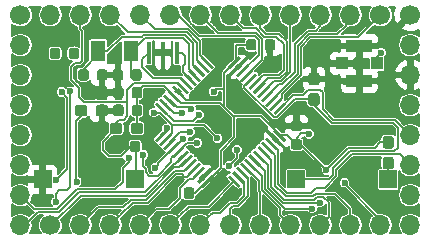
<source format=gtl>
G04 #@! TF.GenerationSoftware,KiCad,Pcbnew,6.0.0-rc1-unknown-a6325aa~66~ubuntu18.04.1*
G04 #@! TF.CreationDate,2018-09-11T11:38:00+02:00*
G04 #@! TF.ProjectId,STM32_Sensor,53544D33325F53656E736F722E6B6963,rev?*
G04 #@! TF.SameCoordinates,Original*
G04 #@! TF.FileFunction,Copper,L1,Top,Signal*
G04 #@! TF.FilePolarity,Positive*
%FSLAX46Y46*%
G04 Gerber Fmt 4.6, Leading zero omitted, Abs format (unit mm)*
G04 Created by KiCad (PCBNEW 6.0.0-rc1-unknown-a6325aa~66~ubuntu18.04.1) date Tue Sep 11 11:38:00 2018*
%MOMM*%
%LPD*%
G01*
G04 APERTURE LIST*
G04 #@! TA.AperFunction,SMDPad,CuDef*
%ADD10R,1.500000X1.500000*%
G04 #@! TD*
G04 #@! TA.AperFunction,Conductor*
%ADD11C,0.100000*%
G04 #@! TD*
G04 #@! TA.AperFunction,SMDPad,CuDef*
%ADD12C,0.950000*%
G04 #@! TD*
G04 #@! TA.AperFunction,ComponentPad*
%ADD13C,1.700000*%
G04 #@! TD*
G04 #@! TA.AperFunction,ComponentPad*
%ADD14O,1.700000X1.700000*%
G04 #@! TD*
G04 #@! TA.AperFunction,SMDPad,CuDef*
%ADD15R,0.400000X1.900000*%
G04 #@! TD*
G04 #@! TA.AperFunction,SMDPad,CuDef*
%ADD16C,0.875000*%
G04 #@! TD*
G04 #@! TA.AperFunction,SMDPad,CuDef*
%ADD17C,0.250000*%
G04 #@! TD*
G04 #@! TA.AperFunction,SMDPad,CuDef*
%ADD18R,1.300000X1.800000*%
G04 #@! TD*
G04 #@! TA.AperFunction,SMDPad,CuDef*
%ADD19R,2.200000X1.050000*%
G04 #@! TD*
G04 #@! TA.AperFunction,SMDPad,CuDef*
%ADD20R,1.000000X1.000000*%
G04 #@! TD*
G04 #@! TA.AperFunction,ViaPad*
%ADD21C,0.600000*%
G04 #@! TD*
G04 #@! TA.AperFunction,Conductor*
%ADD22C,0.127000*%
G04 #@! TD*
G04 APERTURE END LIST*
D10*
G04 #@! TO.P,SW2,2*
G04 #@! TO.N,Net-(R2-Pad2)*
X159300000Y-105600000D03*
G04 #@! TO.P,SW2,1*
G04 #@! TO.N,BOOT0*
X151500000Y-105600000D03*
G04 #@! TD*
D11*
G04 #@! TO.N,PB2*
G04 #@! TO.C,R4*
G36*
X133625779Y-99306144D02*
X133648834Y-99309563D01*
X133671443Y-99315227D01*
X133693387Y-99323079D01*
X133714457Y-99333044D01*
X133734448Y-99345026D01*
X133753168Y-99358910D01*
X133770438Y-99374562D01*
X133786090Y-99391832D01*
X133799974Y-99410552D01*
X133811956Y-99430543D01*
X133821921Y-99451613D01*
X133829773Y-99473557D01*
X133835437Y-99496166D01*
X133838856Y-99519221D01*
X133840000Y-99542500D01*
X133840000Y-100017500D01*
X133838856Y-100040779D01*
X133835437Y-100063834D01*
X133829773Y-100086443D01*
X133821921Y-100108387D01*
X133811956Y-100129457D01*
X133799974Y-100149448D01*
X133786090Y-100168168D01*
X133770438Y-100185438D01*
X133753168Y-100201090D01*
X133734448Y-100214974D01*
X133714457Y-100226956D01*
X133693387Y-100236921D01*
X133671443Y-100244773D01*
X133648834Y-100250437D01*
X133625779Y-100253856D01*
X133602500Y-100255000D01*
X133027500Y-100255000D01*
X133004221Y-100253856D01*
X132981166Y-100250437D01*
X132958557Y-100244773D01*
X132936613Y-100236921D01*
X132915543Y-100226956D01*
X132895552Y-100214974D01*
X132876832Y-100201090D01*
X132859562Y-100185438D01*
X132843910Y-100168168D01*
X132830026Y-100149448D01*
X132818044Y-100129457D01*
X132808079Y-100108387D01*
X132800227Y-100086443D01*
X132794563Y-100063834D01*
X132791144Y-100040779D01*
X132790000Y-100017500D01*
X132790000Y-99542500D01*
X132791144Y-99519221D01*
X132794563Y-99496166D01*
X132800227Y-99473557D01*
X132808079Y-99451613D01*
X132818044Y-99430543D01*
X132830026Y-99410552D01*
X132843910Y-99391832D01*
X132859562Y-99374562D01*
X132876832Y-99358910D01*
X132895552Y-99345026D01*
X132915543Y-99333044D01*
X132936613Y-99323079D01*
X132958557Y-99315227D01*
X132981166Y-99309563D01*
X133004221Y-99306144D01*
X133027500Y-99305000D01*
X133602500Y-99305000D01*
X133625779Y-99306144D01*
X133625779Y-99306144D01*
G37*
D12*
G04 #@! TD*
G04 #@! TO.P,R4,2*
G04 #@! TO.N,PB2*
X133315000Y-99780000D03*
D11*
G04 #@! TO.N,GND*
G04 #@! TO.C,R4*
G36*
X135375779Y-99306144D02*
X135398834Y-99309563D01*
X135421443Y-99315227D01*
X135443387Y-99323079D01*
X135464457Y-99333044D01*
X135484448Y-99345026D01*
X135503168Y-99358910D01*
X135520438Y-99374562D01*
X135536090Y-99391832D01*
X135549974Y-99410552D01*
X135561956Y-99430543D01*
X135571921Y-99451613D01*
X135579773Y-99473557D01*
X135585437Y-99496166D01*
X135588856Y-99519221D01*
X135590000Y-99542500D01*
X135590000Y-100017500D01*
X135588856Y-100040779D01*
X135585437Y-100063834D01*
X135579773Y-100086443D01*
X135571921Y-100108387D01*
X135561956Y-100129457D01*
X135549974Y-100149448D01*
X135536090Y-100168168D01*
X135520438Y-100185438D01*
X135503168Y-100201090D01*
X135484448Y-100214974D01*
X135464457Y-100226956D01*
X135443387Y-100236921D01*
X135421443Y-100244773D01*
X135398834Y-100250437D01*
X135375779Y-100253856D01*
X135352500Y-100255000D01*
X134777500Y-100255000D01*
X134754221Y-100253856D01*
X134731166Y-100250437D01*
X134708557Y-100244773D01*
X134686613Y-100236921D01*
X134665543Y-100226956D01*
X134645552Y-100214974D01*
X134626832Y-100201090D01*
X134609562Y-100185438D01*
X134593910Y-100168168D01*
X134580026Y-100149448D01*
X134568044Y-100129457D01*
X134558079Y-100108387D01*
X134550227Y-100086443D01*
X134544563Y-100063834D01*
X134541144Y-100040779D01*
X134540000Y-100017500D01*
X134540000Y-99542500D01*
X134541144Y-99519221D01*
X134544563Y-99496166D01*
X134550227Y-99473557D01*
X134558079Y-99451613D01*
X134568044Y-99430543D01*
X134580026Y-99410552D01*
X134593910Y-99391832D01*
X134609562Y-99374562D01*
X134626832Y-99358910D01*
X134645552Y-99345026D01*
X134665543Y-99333044D01*
X134686613Y-99323079D01*
X134708557Y-99315227D01*
X134731166Y-99309563D01*
X134754221Y-99306144D01*
X134777500Y-99305000D01*
X135352500Y-99305000D01*
X135375779Y-99306144D01*
X135375779Y-99306144D01*
G37*
D12*
G04 #@! TD*
G04 #@! TO.P,R4,1*
G04 #@! TO.N,GND*
X135065000Y-99780000D03*
D11*
G04 #@! TO.N,RST*
G04 #@! TO.C,R1*
G36*
X136585779Y-100796144D02*
X136608834Y-100799563D01*
X136631443Y-100805227D01*
X136653387Y-100813079D01*
X136674457Y-100823044D01*
X136694448Y-100835026D01*
X136713168Y-100848910D01*
X136730438Y-100864562D01*
X136746090Y-100881832D01*
X136759974Y-100900552D01*
X136771956Y-100920543D01*
X136781921Y-100941613D01*
X136789773Y-100963557D01*
X136795437Y-100986166D01*
X136798856Y-101009221D01*
X136800000Y-101032500D01*
X136800000Y-101507500D01*
X136798856Y-101530779D01*
X136795437Y-101553834D01*
X136789773Y-101576443D01*
X136781921Y-101598387D01*
X136771956Y-101619457D01*
X136759974Y-101639448D01*
X136746090Y-101658168D01*
X136730438Y-101675438D01*
X136713168Y-101691090D01*
X136694448Y-101704974D01*
X136674457Y-101716956D01*
X136653387Y-101726921D01*
X136631443Y-101734773D01*
X136608834Y-101740437D01*
X136585779Y-101743856D01*
X136562500Y-101745000D01*
X135987500Y-101745000D01*
X135964221Y-101743856D01*
X135941166Y-101740437D01*
X135918557Y-101734773D01*
X135896613Y-101726921D01*
X135875543Y-101716956D01*
X135855552Y-101704974D01*
X135836832Y-101691090D01*
X135819562Y-101675438D01*
X135803910Y-101658168D01*
X135790026Y-101639448D01*
X135778044Y-101619457D01*
X135768079Y-101598387D01*
X135760227Y-101576443D01*
X135754563Y-101553834D01*
X135751144Y-101530779D01*
X135750000Y-101507500D01*
X135750000Y-101032500D01*
X135751144Y-101009221D01*
X135754563Y-100986166D01*
X135760227Y-100963557D01*
X135768079Y-100941613D01*
X135778044Y-100920543D01*
X135790026Y-100900552D01*
X135803910Y-100881832D01*
X135819562Y-100864562D01*
X135836832Y-100848910D01*
X135855552Y-100835026D01*
X135875543Y-100823044D01*
X135896613Y-100813079D01*
X135918557Y-100805227D01*
X135941166Y-100799563D01*
X135964221Y-100796144D01*
X135987500Y-100795000D01*
X136562500Y-100795000D01*
X136585779Y-100796144D01*
X136585779Y-100796144D01*
G37*
D12*
G04 #@! TD*
G04 #@! TO.P,R1,2*
G04 #@! TO.N,RST*
X136275000Y-101270000D03*
D11*
G04 #@! TO.N,+3V3*
G04 #@! TO.C,R1*
G36*
X138335779Y-100796144D02*
X138358834Y-100799563D01*
X138381443Y-100805227D01*
X138403387Y-100813079D01*
X138424457Y-100823044D01*
X138444448Y-100835026D01*
X138463168Y-100848910D01*
X138480438Y-100864562D01*
X138496090Y-100881832D01*
X138509974Y-100900552D01*
X138521956Y-100920543D01*
X138531921Y-100941613D01*
X138539773Y-100963557D01*
X138545437Y-100986166D01*
X138548856Y-101009221D01*
X138550000Y-101032500D01*
X138550000Y-101507500D01*
X138548856Y-101530779D01*
X138545437Y-101553834D01*
X138539773Y-101576443D01*
X138531921Y-101598387D01*
X138521956Y-101619457D01*
X138509974Y-101639448D01*
X138496090Y-101658168D01*
X138480438Y-101675438D01*
X138463168Y-101691090D01*
X138444448Y-101704974D01*
X138424457Y-101716956D01*
X138403387Y-101726921D01*
X138381443Y-101734773D01*
X138358834Y-101740437D01*
X138335779Y-101743856D01*
X138312500Y-101745000D01*
X137737500Y-101745000D01*
X137714221Y-101743856D01*
X137691166Y-101740437D01*
X137668557Y-101734773D01*
X137646613Y-101726921D01*
X137625543Y-101716956D01*
X137605552Y-101704974D01*
X137586832Y-101691090D01*
X137569562Y-101675438D01*
X137553910Y-101658168D01*
X137540026Y-101639448D01*
X137528044Y-101619457D01*
X137518079Y-101598387D01*
X137510227Y-101576443D01*
X137504563Y-101553834D01*
X137501144Y-101530779D01*
X137500000Y-101507500D01*
X137500000Y-101032500D01*
X137501144Y-101009221D01*
X137504563Y-100986166D01*
X137510227Y-100963557D01*
X137518079Y-100941613D01*
X137528044Y-100920543D01*
X137540026Y-100900552D01*
X137553910Y-100881832D01*
X137569562Y-100864562D01*
X137586832Y-100848910D01*
X137605552Y-100835026D01*
X137625543Y-100823044D01*
X137646613Y-100813079D01*
X137668557Y-100805227D01*
X137691166Y-100799563D01*
X137714221Y-100796144D01*
X137737500Y-100795000D01*
X138312500Y-100795000D01*
X138335779Y-100796144D01*
X138335779Y-100796144D01*
G37*
D12*
G04 #@! TD*
G04 #@! TO.P,R1,1*
G04 #@! TO.N,+3V3*
X138025000Y-101270000D03*
D13*
G04 #@! TO.P,J3,1*
G04 #@! TO.N,PA15*
X158640000Y-91690000D03*
D14*
G04 #@! TO.P,J3,2*
G04 #@! TO.N,PB3*
X156100000Y-91690000D03*
G04 #@! TO.P,J3,3*
G04 #@! TO.N,PB4*
X153560000Y-91690000D03*
G04 #@! TO.P,J3,4*
G04 #@! TO.N,PB5*
X151020000Y-91690000D03*
G04 #@! TO.P,J3,5*
G04 #@! TO.N,PB6*
X148480000Y-91690000D03*
G04 #@! TO.P,J3,6*
G04 #@! TO.N,PB7*
X145940000Y-91690000D03*
G04 #@! TO.P,J3,7*
G04 #@! TO.N,PB8*
X143400000Y-91690000D03*
G04 #@! TO.P,J3,8*
G04 #@! TO.N,PB9*
X140860000Y-91690000D03*
G04 #@! TO.P,J3,9*
G04 #@! TO.N,VBAT*
X138320000Y-91690000D03*
G04 #@! TO.P,J3,10*
G04 #@! TO.N,PC13*
X135780000Y-91690000D03*
G04 #@! TO.P,J3,11*
G04 #@! TO.N,RST*
X133240000Y-91690000D03*
G04 #@! TO.P,J3,12*
G04 #@! TO.N,PA0*
X130700000Y-91690000D03*
G04 #@! TD*
D11*
G04 #@! TO.N,Net-(R2-Pad2)*
G04 #@! TO.C,R2*
G36*
X159570779Y-103681144D02*
X159593834Y-103684563D01*
X159616443Y-103690227D01*
X159638387Y-103698079D01*
X159659457Y-103708044D01*
X159679448Y-103720026D01*
X159698168Y-103733910D01*
X159715438Y-103749562D01*
X159731090Y-103766832D01*
X159744974Y-103785552D01*
X159756956Y-103805543D01*
X159766921Y-103826613D01*
X159774773Y-103848557D01*
X159780437Y-103871166D01*
X159783856Y-103894221D01*
X159785000Y-103917500D01*
X159785000Y-104492500D01*
X159783856Y-104515779D01*
X159780437Y-104538834D01*
X159774773Y-104561443D01*
X159766921Y-104583387D01*
X159756956Y-104604457D01*
X159744974Y-104624448D01*
X159731090Y-104643168D01*
X159715438Y-104660438D01*
X159698168Y-104676090D01*
X159679448Y-104689974D01*
X159659457Y-104701956D01*
X159638387Y-104711921D01*
X159616443Y-104719773D01*
X159593834Y-104725437D01*
X159570779Y-104728856D01*
X159547500Y-104730000D01*
X159072500Y-104730000D01*
X159049221Y-104728856D01*
X159026166Y-104725437D01*
X159003557Y-104719773D01*
X158981613Y-104711921D01*
X158960543Y-104701956D01*
X158940552Y-104689974D01*
X158921832Y-104676090D01*
X158904562Y-104660438D01*
X158888910Y-104643168D01*
X158875026Y-104624448D01*
X158863044Y-104604457D01*
X158853079Y-104583387D01*
X158845227Y-104561443D01*
X158839563Y-104538834D01*
X158836144Y-104515779D01*
X158835000Y-104492500D01*
X158835000Y-103917500D01*
X158836144Y-103894221D01*
X158839563Y-103871166D01*
X158845227Y-103848557D01*
X158853079Y-103826613D01*
X158863044Y-103805543D01*
X158875026Y-103785552D01*
X158888910Y-103766832D01*
X158904562Y-103749562D01*
X158921832Y-103733910D01*
X158940552Y-103720026D01*
X158960543Y-103708044D01*
X158981613Y-103698079D01*
X159003557Y-103690227D01*
X159026166Y-103684563D01*
X159049221Y-103681144D01*
X159072500Y-103680000D01*
X159547500Y-103680000D01*
X159570779Y-103681144D01*
X159570779Y-103681144D01*
G37*
D12*
G04 #@! TD*
G04 #@! TO.P,R2,2*
G04 #@! TO.N,Net-(R2-Pad2)*
X159310000Y-104205000D03*
D11*
G04 #@! TO.N,+3V3*
G04 #@! TO.C,R2*
G36*
X159570779Y-101931144D02*
X159593834Y-101934563D01*
X159616443Y-101940227D01*
X159638387Y-101948079D01*
X159659457Y-101958044D01*
X159679448Y-101970026D01*
X159698168Y-101983910D01*
X159715438Y-101999562D01*
X159731090Y-102016832D01*
X159744974Y-102035552D01*
X159756956Y-102055543D01*
X159766921Y-102076613D01*
X159774773Y-102098557D01*
X159780437Y-102121166D01*
X159783856Y-102144221D01*
X159785000Y-102167500D01*
X159785000Y-102742500D01*
X159783856Y-102765779D01*
X159780437Y-102788834D01*
X159774773Y-102811443D01*
X159766921Y-102833387D01*
X159756956Y-102854457D01*
X159744974Y-102874448D01*
X159731090Y-102893168D01*
X159715438Y-102910438D01*
X159698168Y-102926090D01*
X159679448Y-102939974D01*
X159659457Y-102951956D01*
X159638387Y-102961921D01*
X159616443Y-102969773D01*
X159593834Y-102975437D01*
X159570779Y-102978856D01*
X159547500Y-102980000D01*
X159072500Y-102980000D01*
X159049221Y-102978856D01*
X159026166Y-102975437D01*
X159003557Y-102969773D01*
X158981613Y-102961921D01*
X158960543Y-102951956D01*
X158940552Y-102939974D01*
X158921832Y-102926090D01*
X158904562Y-102910438D01*
X158888910Y-102893168D01*
X158875026Y-102874448D01*
X158863044Y-102854457D01*
X158853079Y-102833387D01*
X158845227Y-102811443D01*
X158839563Y-102788834D01*
X158836144Y-102765779D01*
X158835000Y-102742500D01*
X158835000Y-102167500D01*
X158836144Y-102144221D01*
X158839563Y-102121166D01*
X158845227Y-102098557D01*
X158853079Y-102076613D01*
X158863044Y-102055543D01*
X158875026Y-102035552D01*
X158888910Y-102016832D01*
X158904562Y-101999562D01*
X158921832Y-101983910D01*
X158940552Y-101970026D01*
X158960543Y-101958044D01*
X158981613Y-101948079D01*
X159003557Y-101940227D01*
X159026166Y-101934563D01*
X159049221Y-101931144D01*
X159072500Y-101930000D01*
X159547500Y-101930000D01*
X159570779Y-101931144D01*
X159570779Y-101931144D01*
G37*
D12*
G04 #@! TD*
G04 #@! TO.P,R2,1*
G04 #@! TO.N,+3V3*
X159310000Y-102455000D03*
D15*
G04 #@! TO.P,Y2,1*
G04 #@! TO.N,OSC1*
X141430000Y-94860000D03*
G04 #@! TO.P,Y2,2*
G04 #@! TO.N,GND*
X140230000Y-94860000D03*
G04 #@! TO.P,Y2,3*
G04 #@! TO.N,OSC2*
X139030000Y-94860000D03*
G04 #@! TD*
D14*
G04 #@! TO.P,J1,8*
G04 #@! TO.N,PB0*
X128160000Y-109470000D03*
G04 #@! TO.P,J1,7*
G04 #@! TO.N,MOSI*
X128160000Y-106930000D03*
G04 #@! TO.P,J1,6*
G04 #@! TO.N,MISO*
X128160000Y-104390000D03*
G04 #@! TO.P,J1,5*
G04 #@! TO.N,SCK*
X128160000Y-101850000D03*
G04 #@! TO.P,J1,4*
G04 #@! TO.N,NSS*
X128160000Y-99310000D03*
G04 #@! TO.P,J1,3*
G04 #@! TO.N,PA3*
X128160000Y-96770000D03*
G04 #@! TO.P,J1,2*
G04 #@! TO.N,PA2*
X128160000Y-94230000D03*
D13*
G04 #@! TO.P,J1,1*
G04 #@! TO.N,PA1*
X128160000Y-91690000D03*
G04 #@! TD*
D14*
G04 #@! TO.P,J4,8*
G04 #@! TO.N,TX*
X161180000Y-109470000D03*
G04 #@! TO.P,J4,7*
G04 #@! TO.N,RX*
X161180000Y-106930000D03*
G04 #@! TO.P,J4,6*
G04 #@! TO.N,SWDIO*
X161180000Y-104390000D03*
G04 #@! TO.P,J4,5*
G04 #@! TO.N,SWDCLK*
X161180000Y-101850000D03*
G04 #@! TO.P,J4,4*
G04 #@! TO.N,+3V3*
X161180000Y-99310000D03*
G04 #@! TO.P,J4,3*
G04 #@! TO.N,GND*
X161180000Y-96770000D03*
G04 #@! TO.P,J4,2*
G04 #@! TO.N,ANT*
X161180000Y-94230000D03*
D13*
G04 #@! TO.P,J4,1*
G04 #@! TO.N,GND*
X161180000Y-91690000D03*
G04 #@! TD*
G04 #@! TO.P,J2,1*
G04 #@! TO.N,PB1*
X130700000Y-109470000D03*
D14*
G04 #@! TO.P,J2,2*
G04 #@! TO.N,PB2*
X133240000Y-109470000D03*
G04 #@! TO.P,J2,3*
G04 #@! TO.N,PB10*
X135780000Y-109470000D03*
G04 #@! TO.P,J2,4*
G04 #@! TO.N,PB11*
X138320000Y-109470000D03*
G04 #@! TO.P,J2,5*
G04 #@! TO.N,PB12*
X140860000Y-109470000D03*
G04 #@! TO.P,J2,6*
G04 #@! TO.N,PB13*
X143400000Y-109470000D03*
G04 #@! TO.P,J2,7*
G04 #@! TO.N,PB14*
X145940000Y-109470000D03*
G04 #@! TO.P,J2,8*
G04 #@! TO.N,PB15*
X148480000Y-109470000D03*
G04 #@! TO.P,J2,9*
G04 #@! TO.N,PA8*
X151020000Y-109470000D03*
G04 #@! TO.P,J2,10*
G04 #@! TO.N,PA11*
X153560000Y-109470000D03*
G04 #@! TO.P,J2,11*
G04 #@! TO.N,PA12*
X156100000Y-109470000D03*
G04 #@! TO.P,J2,12*
G04 #@! TO.N,+3V3*
X158640000Y-109470000D03*
G04 #@! TD*
D10*
G04 #@! TO.P,SW1,2*
G04 #@! TO.N,RST*
X137840000Y-105600000D03*
G04 #@! TO.P,SW1,1*
G04 #@! TO.N,GND*
X130040000Y-105600000D03*
G04 #@! TD*
D11*
G04 #@! TO.N,GND*
G04 #@! TO.C,C1*
G36*
X136552691Y-102326053D02*
X136573926Y-102329203D01*
X136594750Y-102334419D01*
X136614962Y-102341651D01*
X136634368Y-102350830D01*
X136652781Y-102361866D01*
X136670024Y-102374654D01*
X136685930Y-102389070D01*
X136700346Y-102404976D01*
X136713134Y-102422219D01*
X136724170Y-102440632D01*
X136733349Y-102460038D01*
X136740581Y-102480250D01*
X136745797Y-102501074D01*
X136748947Y-102522309D01*
X136750000Y-102543750D01*
X136750000Y-103056250D01*
X136748947Y-103077691D01*
X136745797Y-103098926D01*
X136740581Y-103119750D01*
X136733349Y-103139962D01*
X136724170Y-103159368D01*
X136713134Y-103177781D01*
X136700346Y-103195024D01*
X136685930Y-103210930D01*
X136670024Y-103225346D01*
X136652781Y-103238134D01*
X136634368Y-103249170D01*
X136614962Y-103258349D01*
X136594750Y-103265581D01*
X136573926Y-103270797D01*
X136552691Y-103273947D01*
X136531250Y-103275000D01*
X136093750Y-103275000D01*
X136072309Y-103273947D01*
X136051074Y-103270797D01*
X136030250Y-103265581D01*
X136010038Y-103258349D01*
X135990632Y-103249170D01*
X135972219Y-103238134D01*
X135954976Y-103225346D01*
X135939070Y-103210930D01*
X135924654Y-103195024D01*
X135911866Y-103177781D01*
X135900830Y-103159368D01*
X135891651Y-103139962D01*
X135884419Y-103119750D01*
X135879203Y-103098926D01*
X135876053Y-103077691D01*
X135875000Y-103056250D01*
X135875000Y-102543750D01*
X135876053Y-102522309D01*
X135879203Y-102501074D01*
X135884419Y-102480250D01*
X135891651Y-102460038D01*
X135900830Y-102440632D01*
X135911866Y-102422219D01*
X135924654Y-102404976D01*
X135939070Y-102389070D01*
X135954976Y-102374654D01*
X135972219Y-102361866D01*
X135990632Y-102350830D01*
X136010038Y-102341651D01*
X136030250Y-102334419D01*
X136051074Y-102329203D01*
X136072309Y-102326053D01*
X136093750Y-102325000D01*
X136531250Y-102325000D01*
X136552691Y-102326053D01*
X136552691Y-102326053D01*
G37*
D16*
G04 #@! TD*
G04 #@! TO.P,C1,2*
G04 #@! TO.N,GND*
X136312500Y-102800000D03*
D11*
G04 #@! TO.N,RST*
G04 #@! TO.C,C1*
G36*
X138127691Y-102326053D02*
X138148926Y-102329203D01*
X138169750Y-102334419D01*
X138189962Y-102341651D01*
X138209368Y-102350830D01*
X138227781Y-102361866D01*
X138245024Y-102374654D01*
X138260930Y-102389070D01*
X138275346Y-102404976D01*
X138288134Y-102422219D01*
X138299170Y-102440632D01*
X138308349Y-102460038D01*
X138315581Y-102480250D01*
X138320797Y-102501074D01*
X138323947Y-102522309D01*
X138325000Y-102543750D01*
X138325000Y-103056250D01*
X138323947Y-103077691D01*
X138320797Y-103098926D01*
X138315581Y-103119750D01*
X138308349Y-103139962D01*
X138299170Y-103159368D01*
X138288134Y-103177781D01*
X138275346Y-103195024D01*
X138260930Y-103210930D01*
X138245024Y-103225346D01*
X138227781Y-103238134D01*
X138209368Y-103249170D01*
X138189962Y-103258349D01*
X138169750Y-103265581D01*
X138148926Y-103270797D01*
X138127691Y-103273947D01*
X138106250Y-103275000D01*
X137668750Y-103275000D01*
X137647309Y-103273947D01*
X137626074Y-103270797D01*
X137605250Y-103265581D01*
X137585038Y-103258349D01*
X137565632Y-103249170D01*
X137547219Y-103238134D01*
X137529976Y-103225346D01*
X137514070Y-103210930D01*
X137499654Y-103195024D01*
X137486866Y-103177781D01*
X137475830Y-103159368D01*
X137466651Y-103139962D01*
X137459419Y-103119750D01*
X137454203Y-103098926D01*
X137451053Y-103077691D01*
X137450000Y-103056250D01*
X137450000Y-102543750D01*
X137451053Y-102522309D01*
X137454203Y-102501074D01*
X137459419Y-102480250D01*
X137466651Y-102460038D01*
X137475830Y-102440632D01*
X137486866Y-102422219D01*
X137499654Y-102404976D01*
X137514070Y-102389070D01*
X137529976Y-102374654D01*
X137547219Y-102361866D01*
X137565632Y-102350830D01*
X137585038Y-102341651D01*
X137605250Y-102334419D01*
X137626074Y-102329203D01*
X137647309Y-102326053D01*
X137668750Y-102325000D01*
X138106250Y-102325000D01*
X138127691Y-102326053D01*
X138127691Y-102326053D01*
G37*
D16*
G04 #@! TD*
G04 #@! TO.P,C1,1*
G04 #@! TO.N,RST*
X137887500Y-102800000D03*
D11*
G04 #@! TO.N,GND*
G04 #@! TO.C,C2*
G36*
X151827691Y-100626053D02*
X151848926Y-100629203D01*
X151869750Y-100634419D01*
X151889962Y-100641651D01*
X151909368Y-100650830D01*
X151927781Y-100661866D01*
X151945024Y-100674654D01*
X151960930Y-100689070D01*
X151975346Y-100704976D01*
X151988134Y-100722219D01*
X151999170Y-100740632D01*
X152008349Y-100760038D01*
X152015581Y-100780250D01*
X152020797Y-100801074D01*
X152023947Y-100822309D01*
X152025000Y-100843750D01*
X152025000Y-101281250D01*
X152023947Y-101302691D01*
X152020797Y-101323926D01*
X152015581Y-101344750D01*
X152008349Y-101364962D01*
X151999170Y-101384368D01*
X151988134Y-101402781D01*
X151975346Y-101420024D01*
X151960930Y-101435930D01*
X151945024Y-101450346D01*
X151927781Y-101463134D01*
X151909368Y-101474170D01*
X151889962Y-101483349D01*
X151869750Y-101490581D01*
X151848926Y-101495797D01*
X151827691Y-101498947D01*
X151806250Y-101500000D01*
X151293750Y-101500000D01*
X151272309Y-101498947D01*
X151251074Y-101495797D01*
X151230250Y-101490581D01*
X151210038Y-101483349D01*
X151190632Y-101474170D01*
X151172219Y-101463134D01*
X151154976Y-101450346D01*
X151139070Y-101435930D01*
X151124654Y-101420024D01*
X151111866Y-101402781D01*
X151100830Y-101384368D01*
X151091651Y-101364962D01*
X151084419Y-101344750D01*
X151079203Y-101323926D01*
X151076053Y-101302691D01*
X151075000Y-101281250D01*
X151075000Y-100843750D01*
X151076053Y-100822309D01*
X151079203Y-100801074D01*
X151084419Y-100780250D01*
X151091651Y-100760038D01*
X151100830Y-100740632D01*
X151111866Y-100722219D01*
X151124654Y-100704976D01*
X151139070Y-100689070D01*
X151154976Y-100674654D01*
X151172219Y-100661866D01*
X151190632Y-100650830D01*
X151210038Y-100641651D01*
X151230250Y-100634419D01*
X151251074Y-100629203D01*
X151272309Y-100626053D01*
X151293750Y-100625000D01*
X151806250Y-100625000D01*
X151827691Y-100626053D01*
X151827691Y-100626053D01*
G37*
D16*
G04 #@! TD*
G04 #@! TO.P,C2,2*
G04 #@! TO.N,GND*
X151550000Y-101062500D03*
D11*
G04 #@! TO.N,+3V3*
G04 #@! TO.C,C2*
G36*
X151827691Y-102201053D02*
X151848926Y-102204203D01*
X151869750Y-102209419D01*
X151889962Y-102216651D01*
X151909368Y-102225830D01*
X151927781Y-102236866D01*
X151945024Y-102249654D01*
X151960930Y-102264070D01*
X151975346Y-102279976D01*
X151988134Y-102297219D01*
X151999170Y-102315632D01*
X152008349Y-102335038D01*
X152015581Y-102355250D01*
X152020797Y-102376074D01*
X152023947Y-102397309D01*
X152025000Y-102418750D01*
X152025000Y-102856250D01*
X152023947Y-102877691D01*
X152020797Y-102898926D01*
X152015581Y-102919750D01*
X152008349Y-102939962D01*
X151999170Y-102959368D01*
X151988134Y-102977781D01*
X151975346Y-102995024D01*
X151960930Y-103010930D01*
X151945024Y-103025346D01*
X151927781Y-103038134D01*
X151909368Y-103049170D01*
X151889962Y-103058349D01*
X151869750Y-103065581D01*
X151848926Y-103070797D01*
X151827691Y-103073947D01*
X151806250Y-103075000D01*
X151293750Y-103075000D01*
X151272309Y-103073947D01*
X151251074Y-103070797D01*
X151230250Y-103065581D01*
X151210038Y-103058349D01*
X151190632Y-103049170D01*
X151172219Y-103038134D01*
X151154976Y-103025346D01*
X151139070Y-103010930D01*
X151124654Y-102995024D01*
X151111866Y-102977781D01*
X151100830Y-102959368D01*
X151091651Y-102939962D01*
X151084419Y-102919750D01*
X151079203Y-102898926D01*
X151076053Y-102877691D01*
X151075000Y-102856250D01*
X151075000Y-102418750D01*
X151076053Y-102397309D01*
X151079203Y-102376074D01*
X151084419Y-102355250D01*
X151091651Y-102335038D01*
X151100830Y-102315632D01*
X151111866Y-102297219D01*
X151124654Y-102279976D01*
X151139070Y-102264070D01*
X151154976Y-102249654D01*
X151172219Y-102236866D01*
X151190632Y-102225830D01*
X151210038Y-102216651D01*
X151230250Y-102209419D01*
X151251074Y-102204203D01*
X151272309Y-102201053D01*
X151293750Y-102200000D01*
X151806250Y-102200000D01*
X151827691Y-102201053D01*
X151827691Y-102201053D01*
G37*
D16*
G04 #@! TD*
G04 #@! TO.P,C2,1*
G04 #@! TO.N,+3V3*
X151550000Y-102637500D03*
D11*
G04 #@! TO.N,+3V3*
G04 #@! TO.C,C3*
G36*
X147952691Y-93726053D02*
X147973926Y-93729203D01*
X147994750Y-93734419D01*
X148014962Y-93741651D01*
X148034368Y-93750830D01*
X148052781Y-93761866D01*
X148070024Y-93774654D01*
X148085930Y-93789070D01*
X148100346Y-93804976D01*
X148113134Y-93822219D01*
X148124170Y-93840632D01*
X148133349Y-93860038D01*
X148140581Y-93880250D01*
X148145797Y-93901074D01*
X148148947Y-93922309D01*
X148150000Y-93943750D01*
X148150000Y-94456250D01*
X148148947Y-94477691D01*
X148145797Y-94498926D01*
X148140581Y-94519750D01*
X148133349Y-94539962D01*
X148124170Y-94559368D01*
X148113134Y-94577781D01*
X148100346Y-94595024D01*
X148085930Y-94610930D01*
X148070024Y-94625346D01*
X148052781Y-94638134D01*
X148034368Y-94649170D01*
X148014962Y-94658349D01*
X147994750Y-94665581D01*
X147973926Y-94670797D01*
X147952691Y-94673947D01*
X147931250Y-94675000D01*
X147493750Y-94675000D01*
X147472309Y-94673947D01*
X147451074Y-94670797D01*
X147430250Y-94665581D01*
X147410038Y-94658349D01*
X147390632Y-94649170D01*
X147372219Y-94638134D01*
X147354976Y-94625346D01*
X147339070Y-94610930D01*
X147324654Y-94595024D01*
X147311866Y-94577781D01*
X147300830Y-94559368D01*
X147291651Y-94539962D01*
X147284419Y-94519750D01*
X147279203Y-94498926D01*
X147276053Y-94477691D01*
X147275000Y-94456250D01*
X147275000Y-93943750D01*
X147276053Y-93922309D01*
X147279203Y-93901074D01*
X147284419Y-93880250D01*
X147291651Y-93860038D01*
X147300830Y-93840632D01*
X147311866Y-93822219D01*
X147324654Y-93804976D01*
X147339070Y-93789070D01*
X147354976Y-93774654D01*
X147372219Y-93761866D01*
X147390632Y-93750830D01*
X147410038Y-93741651D01*
X147430250Y-93734419D01*
X147451074Y-93729203D01*
X147472309Y-93726053D01*
X147493750Y-93725000D01*
X147931250Y-93725000D01*
X147952691Y-93726053D01*
X147952691Y-93726053D01*
G37*
D16*
G04 #@! TD*
G04 #@! TO.P,C3,1*
G04 #@! TO.N,+3V3*
X147712500Y-94200000D03*
D11*
G04 #@! TO.N,GND*
G04 #@! TO.C,C3*
G36*
X149527691Y-93726053D02*
X149548926Y-93729203D01*
X149569750Y-93734419D01*
X149589962Y-93741651D01*
X149609368Y-93750830D01*
X149627781Y-93761866D01*
X149645024Y-93774654D01*
X149660930Y-93789070D01*
X149675346Y-93804976D01*
X149688134Y-93822219D01*
X149699170Y-93840632D01*
X149708349Y-93860038D01*
X149715581Y-93880250D01*
X149720797Y-93901074D01*
X149723947Y-93922309D01*
X149725000Y-93943750D01*
X149725000Y-94456250D01*
X149723947Y-94477691D01*
X149720797Y-94498926D01*
X149715581Y-94519750D01*
X149708349Y-94539962D01*
X149699170Y-94559368D01*
X149688134Y-94577781D01*
X149675346Y-94595024D01*
X149660930Y-94610930D01*
X149645024Y-94625346D01*
X149627781Y-94638134D01*
X149609368Y-94649170D01*
X149589962Y-94658349D01*
X149569750Y-94665581D01*
X149548926Y-94670797D01*
X149527691Y-94673947D01*
X149506250Y-94675000D01*
X149068750Y-94675000D01*
X149047309Y-94673947D01*
X149026074Y-94670797D01*
X149005250Y-94665581D01*
X148985038Y-94658349D01*
X148965632Y-94649170D01*
X148947219Y-94638134D01*
X148929976Y-94625346D01*
X148914070Y-94610930D01*
X148899654Y-94595024D01*
X148886866Y-94577781D01*
X148875830Y-94559368D01*
X148866651Y-94539962D01*
X148859419Y-94519750D01*
X148854203Y-94498926D01*
X148851053Y-94477691D01*
X148850000Y-94456250D01*
X148850000Y-93943750D01*
X148851053Y-93922309D01*
X148854203Y-93901074D01*
X148859419Y-93880250D01*
X148866651Y-93860038D01*
X148875830Y-93840632D01*
X148886866Y-93822219D01*
X148899654Y-93804976D01*
X148914070Y-93789070D01*
X148929976Y-93774654D01*
X148947219Y-93761866D01*
X148965632Y-93750830D01*
X148985038Y-93741651D01*
X149005250Y-93734419D01*
X149026074Y-93729203D01*
X149047309Y-93726053D01*
X149068750Y-93725000D01*
X149506250Y-93725000D01*
X149527691Y-93726053D01*
X149527691Y-93726053D01*
G37*
D16*
G04 #@! TD*
G04 #@! TO.P,C3,2*
G04 #@! TO.N,GND*
X149287500Y-94200000D03*
D11*
G04 #@! TO.N,GND*
G04 #@! TO.C,C4*
G36*
X141102691Y-106276053D02*
X141123926Y-106279203D01*
X141144750Y-106284419D01*
X141164962Y-106291651D01*
X141184368Y-106300830D01*
X141202781Y-106311866D01*
X141220024Y-106324654D01*
X141235930Y-106339070D01*
X141250346Y-106354976D01*
X141263134Y-106372219D01*
X141274170Y-106390632D01*
X141283349Y-106410038D01*
X141290581Y-106430250D01*
X141295797Y-106451074D01*
X141298947Y-106472309D01*
X141300000Y-106493750D01*
X141300000Y-107006250D01*
X141298947Y-107027691D01*
X141295797Y-107048926D01*
X141290581Y-107069750D01*
X141283349Y-107089962D01*
X141274170Y-107109368D01*
X141263134Y-107127781D01*
X141250346Y-107145024D01*
X141235930Y-107160930D01*
X141220024Y-107175346D01*
X141202781Y-107188134D01*
X141184368Y-107199170D01*
X141164962Y-107208349D01*
X141144750Y-107215581D01*
X141123926Y-107220797D01*
X141102691Y-107223947D01*
X141081250Y-107225000D01*
X140643750Y-107225000D01*
X140622309Y-107223947D01*
X140601074Y-107220797D01*
X140580250Y-107215581D01*
X140560038Y-107208349D01*
X140540632Y-107199170D01*
X140522219Y-107188134D01*
X140504976Y-107175346D01*
X140489070Y-107160930D01*
X140474654Y-107145024D01*
X140461866Y-107127781D01*
X140450830Y-107109368D01*
X140441651Y-107089962D01*
X140434419Y-107069750D01*
X140429203Y-107048926D01*
X140426053Y-107027691D01*
X140425000Y-107006250D01*
X140425000Y-106493750D01*
X140426053Y-106472309D01*
X140429203Y-106451074D01*
X140434419Y-106430250D01*
X140441651Y-106410038D01*
X140450830Y-106390632D01*
X140461866Y-106372219D01*
X140474654Y-106354976D01*
X140489070Y-106339070D01*
X140504976Y-106324654D01*
X140522219Y-106311866D01*
X140540632Y-106300830D01*
X140560038Y-106291651D01*
X140580250Y-106284419D01*
X140601074Y-106279203D01*
X140622309Y-106276053D01*
X140643750Y-106275000D01*
X141081250Y-106275000D01*
X141102691Y-106276053D01*
X141102691Y-106276053D01*
G37*
D16*
G04 #@! TD*
G04 #@! TO.P,C4,2*
G04 #@! TO.N,GND*
X140862500Y-106750000D03*
D11*
G04 #@! TO.N,+3V3*
G04 #@! TO.C,C4*
G36*
X142677691Y-106276053D02*
X142698926Y-106279203D01*
X142719750Y-106284419D01*
X142739962Y-106291651D01*
X142759368Y-106300830D01*
X142777781Y-106311866D01*
X142795024Y-106324654D01*
X142810930Y-106339070D01*
X142825346Y-106354976D01*
X142838134Y-106372219D01*
X142849170Y-106390632D01*
X142858349Y-106410038D01*
X142865581Y-106430250D01*
X142870797Y-106451074D01*
X142873947Y-106472309D01*
X142875000Y-106493750D01*
X142875000Y-107006250D01*
X142873947Y-107027691D01*
X142870797Y-107048926D01*
X142865581Y-107069750D01*
X142858349Y-107089962D01*
X142849170Y-107109368D01*
X142838134Y-107127781D01*
X142825346Y-107145024D01*
X142810930Y-107160930D01*
X142795024Y-107175346D01*
X142777781Y-107188134D01*
X142759368Y-107199170D01*
X142739962Y-107208349D01*
X142719750Y-107215581D01*
X142698926Y-107220797D01*
X142677691Y-107223947D01*
X142656250Y-107225000D01*
X142218750Y-107225000D01*
X142197309Y-107223947D01*
X142176074Y-107220797D01*
X142155250Y-107215581D01*
X142135038Y-107208349D01*
X142115632Y-107199170D01*
X142097219Y-107188134D01*
X142079976Y-107175346D01*
X142064070Y-107160930D01*
X142049654Y-107145024D01*
X142036866Y-107127781D01*
X142025830Y-107109368D01*
X142016651Y-107089962D01*
X142009419Y-107069750D01*
X142004203Y-107048926D01*
X142001053Y-107027691D01*
X142000000Y-107006250D01*
X142000000Y-106493750D01*
X142001053Y-106472309D01*
X142004203Y-106451074D01*
X142009419Y-106430250D01*
X142016651Y-106410038D01*
X142025830Y-106390632D01*
X142036866Y-106372219D01*
X142049654Y-106354976D01*
X142064070Y-106339070D01*
X142079976Y-106324654D01*
X142097219Y-106311866D01*
X142115632Y-106300830D01*
X142135038Y-106291651D01*
X142155250Y-106284419D01*
X142176074Y-106279203D01*
X142197309Y-106276053D01*
X142218750Y-106275000D01*
X142656250Y-106275000D01*
X142677691Y-106276053D01*
X142677691Y-106276053D01*
G37*
D16*
G04 #@! TD*
G04 #@! TO.P,C4,1*
G04 #@! TO.N,+3V3*
X142437500Y-106750000D03*
D11*
G04 #@! TO.N,+3V3*
G04 #@! TO.C,C5*
G36*
X138277691Y-99276053D02*
X138298926Y-99279203D01*
X138319750Y-99284419D01*
X138339962Y-99291651D01*
X138359368Y-99300830D01*
X138377781Y-99311866D01*
X138395024Y-99324654D01*
X138410930Y-99339070D01*
X138425346Y-99354976D01*
X138438134Y-99372219D01*
X138449170Y-99390632D01*
X138458349Y-99410038D01*
X138465581Y-99430250D01*
X138470797Y-99451074D01*
X138473947Y-99472309D01*
X138475000Y-99493750D01*
X138475000Y-100006250D01*
X138473947Y-100027691D01*
X138470797Y-100048926D01*
X138465581Y-100069750D01*
X138458349Y-100089962D01*
X138449170Y-100109368D01*
X138438134Y-100127781D01*
X138425346Y-100145024D01*
X138410930Y-100160930D01*
X138395024Y-100175346D01*
X138377781Y-100188134D01*
X138359368Y-100199170D01*
X138339962Y-100208349D01*
X138319750Y-100215581D01*
X138298926Y-100220797D01*
X138277691Y-100223947D01*
X138256250Y-100225000D01*
X137818750Y-100225000D01*
X137797309Y-100223947D01*
X137776074Y-100220797D01*
X137755250Y-100215581D01*
X137735038Y-100208349D01*
X137715632Y-100199170D01*
X137697219Y-100188134D01*
X137679976Y-100175346D01*
X137664070Y-100160930D01*
X137649654Y-100145024D01*
X137636866Y-100127781D01*
X137625830Y-100109368D01*
X137616651Y-100089962D01*
X137609419Y-100069750D01*
X137604203Y-100048926D01*
X137601053Y-100027691D01*
X137600000Y-100006250D01*
X137600000Y-99493750D01*
X137601053Y-99472309D01*
X137604203Y-99451074D01*
X137609419Y-99430250D01*
X137616651Y-99410038D01*
X137625830Y-99390632D01*
X137636866Y-99372219D01*
X137649654Y-99354976D01*
X137664070Y-99339070D01*
X137679976Y-99324654D01*
X137697219Y-99311866D01*
X137715632Y-99300830D01*
X137735038Y-99291651D01*
X137755250Y-99284419D01*
X137776074Y-99279203D01*
X137797309Y-99276053D01*
X137818750Y-99275000D01*
X138256250Y-99275000D01*
X138277691Y-99276053D01*
X138277691Y-99276053D01*
G37*
D16*
G04 #@! TD*
G04 #@! TO.P,C5,1*
G04 #@! TO.N,+3V3*
X138037500Y-99750000D03*
D11*
G04 #@! TO.N,GND*
G04 #@! TO.C,C5*
G36*
X136702691Y-99276053D02*
X136723926Y-99279203D01*
X136744750Y-99284419D01*
X136764962Y-99291651D01*
X136784368Y-99300830D01*
X136802781Y-99311866D01*
X136820024Y-99324654D01*
X136835930Y-99339070D01*
X136850346Y-99354976D01*
X136863134Y-99372219D01*
X136874170Y-99390632D01*
X136883349Y-99410038D01*
X136890581Y-99430250D01*
X136895797Y-99451074D01*
X136898947Y-99472309D01*
X136900000Y-99493750D01*
X136900000Y-100006250D01*
X136898947Y-100027691D01*
X136895797Y-100048926D01*
X136890581Y-100069750D01*
X136883349Y-100089962D01*
X136874170Y-100109368D01*
X136863134Y-100127781D01*
X136850346Y-100145024D01*
X136835930Y-100160930D01*
X136820024Y-100175346D01*
X136802781Y-100188134D01*
X136784368Y-100199170D01*
X136764962Y-100208349D01*
X136744750Y-100215581D01*
X136723926Y-100220797D01*
X136702691Y-100223947D01*
X136681250Y-100225000D01*
X136243750Y-100225000D01*
X136222309Y-100223947D01*
X136201074Y-100220797D01*
X136180250Y-100215581D01*
X136160038Y-100208349D01*
X136140632Y-100199170D01*
X136122219Y-100188134D01*
X136104976Y-100175346D01*
X136089070Y-100160930D01*
X136074654Y-100145024D01*
X136061866Y-100127781D01*
X136050830Y-100109368D01*
X136041651Y-100089962D01*
X136034419Y-100069750D01*
X136029203Y-100048926D01*
X136026053Y-100027691D01*
X136025000Y-100006250D01*
X136025000Y-99493750D01*
X136026053Y-99472309D01*
X136029203Y-99451074D01*
X136034419Y-99430250D01*
X136041651Y-99410038D01*
X136050830Y-99390632D01*
X136061866Y-99372219D01*
X136074654Y-99354976D01*
X136089070Y-99339070D01*
X136104976Y-99324654D01*
X136122219Y-99311866D01*
X136140632Y-99300830D01*
X136160038Y-99291651D01*
X136180250Y-99284419D01*
X136201074Y-99279203D01*
X136222309Y-99276053D01*
X136243750Y-99275000D01*
X136681250Y-99275000D01*
X136702691Y-99276053D01*
X136702691Y-99276053D01*
G37*
D16*
G04 #@! TD*
G04 #@! TO.P,C5,2*
G04 #@! TO.N,GND*
X136462500Y-99750000D03*
D11*
G04 #@! TO.N,+3V3*
G04 #@! TO.C,C6*
G36*
X138277691Y-97776053D02*
X138298926Y-97779203D01*
X138319750Y-97784419D01*
X138339962Y-97791651D01*
X138359368Y-97800830D01*
X138377781Y-97811866D01*
X138395024Y-97824654D01*
X138410930Y-97839070D01*
X138425346Y-97854976D01*
X138438134Y-97872219D01*
X138449170Y-97890632D01*
X138458349Y-97910038D01*
X138465581Y-97930250D01*
X138470797Y-97951074D01*
X138473947Y-97972309D01*
X138475000Y-97993750D01*
X138475000Y-98506250D01*
X138473947Y-98527691D01*
X138470797Y-98548926D01*
X138465581Y-98569750D01*
X138458349Y-98589962D01*
X138449170Y-98609368D01*
X138438134Y-98627781D01*
X138425346Y-98645024D01*
X138410930Y-98660930D01*
X138395024Y-98675346D01*
X138377781Y-98688134D01*
X138359368Y-98699170D01*
X138339962Y-98708349D01*
X138319750Y-98715581D01*
X138298926Y-98720797D01*
X138277691Y-98723947D01*
X138256250Y-98725000D01*
X137818750Y-98725000D01*
X137797309Y-98723947D01*
X137776074Y-98720797D01*
X137755250Y-98715581D01*
X137735038Y-98708349D01*
X137715632Y-98699170D01*
X137697219Y-98688134D01*
X137679976Y-98675346D01*
X137664070Y-98660930D01*
X137649654Y-98645024D01*
X137636866Y-98627781D01*
X137625830Y-98609368D01*
X137616651Y-98589962D01*
X137609419Y-98569750D01*
X137604203Y-98548926D01*
X137601053Y-98527691D01*
X137600000Y-98506250D01*
X137600000Y-97993750D01*
X137601053Y-97972309D01*
X137604203Y-97951074D01*
X137609419Y-97930250D01*
X137616651Y-97910038D01*
X137625830Y-97890632D01*
X137636866Y-97872219D01*
X137649654Y-97854976D01*
X137664070Y-97839070D01*
X137679976Y-97824654D01*
X137697219Y-97811866D01*
X137715632Y-97800830D01*
X137735038Y-97791651D01*
X137755250Y-97784419D01*
X137776074Y-97779203D01*
X137797309Y-97776053D01*
X137818750Y-97775000D01*
X138256250Y-97775000D01*
X138277691Y-97776053D01*
X138277691Y-97776053D01*
G37*
D16*
G04 #@! TD*
G04 #@! TO.P,C6,1*
G04 #@! TO.N,+3V3*
X138037500Y-98250000D03*
D11*
G04 #@! TO.N,GND*
G04 #@! TO.C,C6*
G36*
X136702691Y-97776053D02*
X136723926Y-97779203D01*
X136744750Y-97784419D01*
X136764962Y-97791651D01*
X136784368Y-97800830D01*
X136802781Y-97811866D01*
X136820024Y-97824654D01*
X136835930Y-97839070D01*
X136850346Y-97854976D01*
X136863134Y-97872219D01*
X136874170Y-97890632D01*
X136883349Y-97910038D01*
X136890581Y-97930250D01*
X136895797Y-97951074D01*
X136898947Y-97972309D01*
X136900000Y-97993750D01*
X136900000Y-98506250D01*
X136898947Y-98527691D01*
X136895797Y-98548926D01*
X136890581Y-98569750D01*
X136883349Y-98589962D01*
X136874170Y-98609368D01*
X136863134Y-98627781D01*
X136850346Y-98645024D01*
X136835930Y-98660930D01*
X136820024Y-98675346D01*
X136802781Y-98688134D01*
X136784368Y-98699170D01*
X136764962Y-98708349D01*
X136744750Y-98715581D01*
X136723926Y-98720797D01*
X136702691Y-98723947D01*
X136681250Y-98725000D01*
X136243750Y-98725000D01*
X136222309Y-98723947D01*
X136201074Y-98720797D01*
X136180250Y-98715581D01*
X136160038Y-98708349D01*
X136140632Y-98699170D01*
X136122219Y-98688134D01*
X136104976Y-98675346D01*
X136089070Y-98660930D01*
X136074654Y-98645024D01*
X136061866Y-98627781D01*
X136050830Y-98609368D01*
X136041651Y-98589962D01*
X136034419Y-98569750D01*
X136029203Y-98548926D01*
X136026053Y-98527691D01*
X136025000Y-98506250D01*
X136025000Y-97993750D01*
X136026053Y-97972309D01*
X136029203Y-97951074D01*
X136034419Y-97930250D01*
X136041651Y-97910038D01*
X136050830Y-97890632D01*
X136061866Y-97872219D01*
X136074654Y-97854976D01*
X136089070Y-97839070D01*
X136104976Y-97824654D01*
X136122219Y-97811866D01*
X136140632Y-97800830D01*
X136160038Y-97791651D01*
X136180250Y-97784419D01*
X136201074Y-97779203D01*
X136222309Y-97776053D01*
X136243750Y-97775000D01*
X136681250Y-97775000D01*
X136702691Y-97776053D01*
X136702691Y-97776053D01*
G37*
D16*
G04 #@! TD*
G04 #@! TO.P,C6,2*
G04 #@! TO.N,GND*
X136462500Y-98250000D03*
D11*
G04 #@! TO.N,Net-(C7-Pad2)*
G04 #@! TO.C,C7*
G36*
X132927691Y-94456053D02*
X132948926Y-94459203D01*
X132969750Y-94464419D01*
X132989962Y-94471651D01*
X133009368Y-94480830D01*
X133027781Y-94491866D01*
X133045024Y-94504654D01*
X133060930Y-94519070D01*
X133075346Y-94534976D01*
X133088134Y-94552219D01*
X133099170Y-94570632D01*
X133108349Y-94590038D01*
X133115581Y-94610250D01*
X133120797Y-94631074D01*
X133123947Y-94652309D01*
X133125000Y-94673750D01*
X133125000Y-95186250D01*
X133123947Y-95207691D01*
X133120797Y-95228926D01*
X133115581Y-95249750D01*
X133108349Y-95269962D01*
X133099170Y-95289368D01*
X133088134Y-95307781D01*
X133075346Y-95325024D01*
X133060930Y-95340930D01*
X133045024Y-95355346D01*
X133027781Y-95368134D01*
X133009368Y-95379170D01*
X132989962Y-95388349D01*
X132969750Y-95395581D01*
X132948926Y-95400797D01*
X132927691Y-95403947D01*
X132906250Y-95405000D01*
X132468750Y-95405000D01*
X132447309Y-95403947D01*
X132426074Y-95400797D01*
X132405250Y-95395581D01*
X132385038Y-95388349D01*
X132365632Y-95379170D01*
X132347219Y-95368134D01*
X132329976Y-95355346D01*
X132314070Y-95340930D01*
X132299654Y-95325024D01*
X132286866Y-95307781D01*
X132275830Y-95289368D01*
X132266651Y-95269962D01*
X132259419Y-95249750D01*
X132254203Y-95228926D01*
X132251053Y-95207691D01*
X132250000Y-95186250D01*
X132250000Y-94673750D01*
X132251053Y-94652309D01*
X132254203Y-94631074D01*
X132259419Y-94610250D01*
X132266651Y-94590038D01*
X132275830Y-94570632D01*
X132286866Y-94552219D01*
X132299654Y-94534976D01*
X132314070Y-94519070D01*
X132329976Y-94504654D01*
X132347219Y-94491866D01*
X132365632Y-94480830D01*
X132385038Y-94471651D01*
X132405250Y-94464419D01*
X132426074Y-94459203D01*
X132447309Y-94456053D01*
X132468750Y-94455000D01*
X132906250Y-94455000D01*
X132927691Y-94456053D01*
X132927691Y-94456053D01*
G37*
D16*
G04 #@! TD*
G04 #@! TO.P,C7,2*
G04 #@! TO.N,Net-(C7-Pad2)*
X132687500Y-94930000D03*
D11*
G04 #@! TO.N,+3V3*
G04 #@! TO.C,C7*
G36*
X131352691Y-94456053D02*
X131373926Y-94459203D01*
X131394750Y-94464419D01*
X131414962Y-94471651D01*
X131434368Y-94480830D01*
X131452781Y-94491866D01*
X131470024Y-94504654D01*
X131485930Y-94519070D01*
X131500346Y-94534976D01*
X131513134Y-94552219D01*
X131524170Y-94570632D01*
X131533349Y-94590038D01*
X131540581Y-94610250D01*
X131545797Y-94631074D01*
X131548947Y-94652309D01*
X131550000Y-94673750D01*
X131550000Y-95186250D01*
X131548947Y-95207691D01*
X131545797Y-95228926D01*
X131540581Y-95249750D01*
X131533349Y-95269962D01*
X131524170Y-95289368D01*
X131513134Y-95307781D01*
X131500346Y-95325024D01*
X131485930Y-95340930D01*
X131470024Y-95355346D01*
X131452781Y-95368134D01*
X131434368Y-95379170D01*
X131414962Y-95388349D01*
X131394750Y-95395581D01*
X131373926Y-95400797D01*
X131352691Y-95403947D01*
X131331250Y-95405000D01*
X130893750Y-95405000D01*
X130872309Y-95403947D01*
X130851074Y-95400797D01*
X130830250Y-95395581D01*
X130810038Y-95388349D01*
X130790632Y-95379170D01*
X130772219Y-95368134D01*
X130754976Y-95355346D01*
X130739070Y-95340930D01*
X130724654Y-95325024D01*
X130711866Y-95307781D01*
X130700830Y-95289368D01*
X130691651Y-95269962D01*
X130684419Y-95249750D01*
X130679203Y-95228926D01*
X130676053Y-95207691D01*
X130675000Y-95186250D01*
X130675000Y-94673750D01*
X130676053Y-94652309D01*
X130679203Y-94631074D01*
X130684419Y-94610250D01*
X130691651Y-94590038D01*
X130700830Y-94570632D01*
X130711866Y-94552219D01*
X130724654Y-94534976D01*
X130739070Y-94519070D01*
X130754976Y-94504654D01*
X130772219Y-94491866D01*
X130790632Y-94480830D01*
X130810038Y-94471651D01*
X130830250Y-94464419D01*
X130851074Y-94459203D01*
X130872309Y-94456053D01*
X130893750Y-94455000D01*
X131331250Y-94455000D01*
X131352691Y-94456053D01*
X131352691Y-94456053D01*
G37*
D16*
G04 #@! TD*
G04 #@! TO.P,C7,1*
G04 #@! TO.N,+3V3*
X131112500Y-94930000D03*
D11*
G04 #@! TO.N,GND*
G04 #@! TO.C,C8*
G36*
X135327691Y-96276053D02*
X135348926Y-96279203D01*
X135369750Y-96284419D01*
X135389962Y-96291651D01*
X135409368Y-96300830D01*
X135427781Y-96311866D01*
X135445024Y-96324654D01*
X135460930Y-96339070D01*
X135475346Y-96354976D01*
X135488134Y-96372219D01*
X135499170Y-96390632D01*
X135508349Y-96410038D01*
X135515581Y-96430250D01*
X135520797Y-96451074D01*
X135523947Y-96472309D01*
X135525000Y-96493750D01*
X135525000Y-97006250D01*
X135523947Y-97027691D01*
X135520797Y-97048926D01*
X135515581Y-97069750D01*
X135508349Y-97089962D01*
X135499170Y-97109368D01*
X135488134Y-97127781D01*
X135475346Y-97145024D01*
X135460930Y-97160930D01*
X135445024Y-97175346D01*
X135427781Y-97188134D01*
X135409368Y-97199170D01*
X135389962Y-97208349D01*
X135369750Y-97215581D01*
X135348926Y-97220797D01*
X135327691Y-97223947D01*
X135306250Y-97225000D01*
X134868750Y-97225000D01*
X134847309Y-97223947D01*
X134826074Y-97220797D01*
X134805250Y-97215581D01*
X134785038Y-97208349D01*
X134765632Y-97199170D01*
X134747219Y-97188134D01*
X134729976Y-97175346D01*
X134714070Y-97160930D01*
X134699654Y-97145024D01*
X134686866Y-97127781D01*
X134675830Y-97109368D01*
X134666651Y-97089962D01*
X134659419Y-97069750D01*
X134654203Y-97048926D01*
X134651053Y-97027691D01*
X134650000Y-97006250D01*
X134650000Y-96493750D01*
X134651053Y-96472309D01*
X134654203Y-96451074D01*
X134659419Y-96430250D01*
X134666651Y-96410038D01*
X134675830Y-96390632D01*
X134686866Y-96372219D01*
X134699654Y-96354976D01*
X134714070Y-96339070D01*
X134729976Y-96324654D01*
X134747219Y-96311866D01*
X134765632Y-96300830D01*
X134785038Y-96291651D01*
X134805250Y-96284419D01*
X134826074Y-96279203D01*
X134847309Y-96276053D01*
X134868750Y-96275000D01*
X135306250Y-96275000D01*
X135327691Y-96276053D01*
X135327691Y-96276053D01*
G37*
D16*
G04 #@! TD*
G04 #@! TO.P,C8,2*
G04 #@! TO.N,GND*
X135087500Y-96750000D03*
D11*
G04 #@! TO.N,RTCOSC1*
G04 #@! TO.C,C8*
G36*
X133752691Y-96276053D02*
X133773926Y-96279203D01*
X133794750Y-96284419D01*
X133814962Y-96291651D01*
X133834368Y-96300830D01*
X133852781Y-96311866D01*
X133870024Y-96324654D01*
X133885930Y-96339070D01*
X133900346Y-96354976D01*
X133913134Y-96372219D01*
X133924170Y-96390632D01*
X133933349Y-96410038D01*
X133940581Y-96430250D01*
X133945797Y-96451074D01*
X133948947Y-96472309D01*
X133950000Y-96493750D01*
X133950000Y-97006250D01*
X133948947Y-97027691D01*
X133945797Y-97048926D01*
X133940581Y-97069750D01*
X133933349Y-97089962D01*
X133924170Y-97109368D01*
X133913134Y-97127781D01*
X133900346Y-97145024D01*
X133885930Y-97160930D01*
X133870024Y-97175346D01*
X133852781Y-97188134D01*
X133834368Y-97199170D01*
X133814962Y-97208349D01*
X133794750Y-97215581D01*
X133773926Y-97220797D01*
X133752691Y-97223947D01*
X133731250Y-97225000D01*
X133293750Y-97225000D01*
X133272309Y-97223947D01*
X133251074Y-97220797D01*
X133230250Y-97215581D01*
X133210038Y-97208349D01*
X133190632Y-97199170D01*
X133172219Y-97188134D01*
X133154976Y-97175346D01*
X133139070Y-97160930D01*
X133124654Y-97145024D01*
X133111866Y-97127781D01*
X133100830Y-97109368D01*
X133091651Y-97089962D01*
X133084419Y-97069750D01*
X133079203Y-97048926D01*
X133076053Y-97027691D01*
X133075000Y-97006250D01*
X133075000Y-96493750D01*
X133076053Y-96472309D01*
X133079203Y-96451074D01*
X133084419Y-96430250D01*
X133091651Y-96410038D01*
X133100830Y-96390632D01*
X133111866Y-96372219D01*
X133124654Y-96354976D01*
X133139070Y-96339070D01*
X133154976Y-96324654D01*
X133172219Y-96311866D01*
X133190632Y-96300830D01*
X133210038Y-96291651D01*
X133230250Y-96284419D01*
X133251074Y-96279203D01*
X133272309Y-96276053D01*
X133293750Y-96275000D01*
X133731250Y-96275000D01*
X133752691Y-96276053D01*
X133752691Y-96276053D01*
G37*
D16*
G04 #@! TD*
G04 #@! TO.P,C8,1*
G04 #@! TO.N,RTCOSC1*
X133512500Y-96750000D03*
D11*
G04 #@! TO.N,GND*
G04 #@! TO.C,C9*
G36*
X136652691Y-96276053D02*
X136673926Y-96279203D01*
X136694750Y-96284419D01*
X136714962Y-96291651D01*
X136734368Y-96300830D01*
X136752781Y-96311866D01*
X136770024Y-96324654D01*
X136785930Y-96339070D01*
X136800346Y-96354976D01*
X136813134Y-96372219D01*
X136824170Y-96390632D01*
X136833349Y-96410038D01*
X136840581Y-96430250D01*
X136845797Y-96451074D01*
X136848947Y-96472309D01*
X136850000Y-96493750D01*
X136850000Y-97006250D01*
X136848947Y-97027691D01*
X136845797Y-97048926D01*
X136840581Y-97069750D01*
X136833349Y-97089962D01*
X136824170Y-97109368D01*
X136813134Y-97127781D01*
X136800346Y-97145024D01*
X136785930Y-97160930D01*
X136770024Y-97175346D01*
X136752781Y-97188134D01*
X136734368Y-97199170D01*
X136714962Y-97208349D01*
X136694750Y-97215581D01*
X136673926Y-97220797D01*
X136652691Y-97223947D01*
X136631250Y-97225000D01*
X136193750Y-97225000D01*
X136172309Y-97223947D01*
X136151074Y-97220797D01*
X136130250Y-97215581D01*
X136110038Y-97208349D01*
X136090632Y-97199170D01*
X136072219Y-97188134D01*
X136054976Y-97175346D01*
X136039070Y-97160930D01*
X136024654Y-97145024D01*
X136011866Y-97127781D01*
X136000830Y-97109368D01*
X135991651Y-97089962D01*
X135984419Y-97069750D01*
X135979203Y-97048926D01*
X135976053Y-97027691D01*
X135975000Y-97006250D01*
X135975000Y-96493750D01*
X135976053Y-96472309D01*
X135979203Y-96451074D01*
X135984419Y-96430250D01*
X135991651Y-96410038D01*
X136000830Y-96390632D01*
X136011866Y-96372219D01*
X136024654Y-96354976D01*
X136039070Y-96339070D01*
X136054976Y-96324654D01*
X136072219Y-96311866D01*
X136090632Y-96300830D01*
X136110038Y-96291651D01*
X136130250Y-96284419D01*
X136151074Y-96279203D01*
X136172309Y-96276053D01*
X136193750Y-96275000D01*
X136631250Y-96275000D01*
X136652691Y-96276053D01*
X136652691Y-96276053D01*
G37*
D16*
G04 #@! TD*
G04 #@! TO.P,C9,2*
G04 #@! TO.N,GND*
X136412500Y-96750000D03*
D11*
G04 #@! TO.N,RTCOSC2*
G04 #@! TO.C,C9*
G36*
X138227691Y-96276053D02*
X138248926Y-96279203D01*
X138269750Y-96284419D01*
X138289962Y-96291651D01*
X138309368Y-96300830D01*
X138327781Y-96311866D01*
X138345024Y-96324654D01*
X138360930Y-96339070D01*
X138375346Y-96354976D01*
X138388134Y-96372219D01*
X138399170Y-96390632D01*
X138408349Y-96410038D01*
X138415581Y-96430250D01*
X138420797Y-96451074D01*
X138423947Y-96472309D01*
X138425000Y-96493750D01*
X138425000Y-97006250D01*
X138423947Y-97027691D01*
X138420797Y-97048926D01*
X138415581Y-97069750D01*
X138408349Y-97089962D01*
X138399170Y-97109368D01*
X138388134Y-97127781D01*
X138375346Y-97145024D01*
X138360930Y-97160930D01*
X138345024Y-97175346D01*
X138327781Y-97188134D01*
X138309368Y-97199170D01*
X138289962Y-97208349D01*
X138269750Y-97215581D01*
X138248926Y-97220797D01*
X138227691Y-97223947D01*
X138206250Y-97225000D01*
X137768750Y-97225000D01*
X137747309Y-97223947D01*
X137726074Y-97220797D01*
X137705250Y-97215581D01*
X137685038Y-97208349D01*
X137665632Y-97199170D01*
X137647219Y-97188134D01*
X137629976Y-97175346D01*
X137614070Y-97160930D01*
X137599654Y-97145024D01*
X137586866Y-97127781D01*
X137575830Y-97109368D01*
X137566651Y-97089962D01*
X137559419Y-97069750D01*
X137554203Y-97048926D01*
X137551053Y-97027691D01*
X137550000Y-97006250D01*
X137550000Y-96493750D01*
X137551053Y-96472309D01*
X137554203Y-96451074D01*
X137559419Y-96430250D01*
X137566651Y-96410038D01*
X137575830Y-96390632D01*
X137586866Y-96372219D01*
X137599654Y-96354976D01*
X137614070Y-96339070D01*
X137629976Y-96324654D01*
X137647219Y-96311866D01*
X137665632Y-96300830D01*
X137685038Y-96291651D01*
X137705250Y-96284419D01*
X137726074Y-96279203D01*
X137747309Y-96276053D01*
X137768750Y-96275000D01*
X138206250Y-96275000D01*
X138227691Y-96276053D01*
X138227691Y-96276053D01*
G37*
D16*
G04 #@! TD*
G04 #@! TO.P,C9,1*
G04 #@! TO.N,RTCOSC2*
X137987500Y-96750000D03*
D11*
G04 #@! TO.N,BOOT0*
G04 #@! TO.C,R3*
G36*
X153285779Y-98301144D02*
X153308834Y-98304563D01*
X153331443Y-98310227D01*
X153353387Y-98318079D01*
X153374457Y-98328044D01*
X153394448Y-98340026D01*
X153413168Y-98353910D01*
X153430438Y-98369562D01*
X153446090Y-98386832D01*
X153459974Y-98405552D01*
X153471956Y-98425543D01*
X153481921Y-98446613D01*
X153489773Y-98468557D01*
X153495437Y-98491166D01*
X153498856Y-98514221D01*
X153500000Y-98537500D01*
X153500000Y-99112500D01*
X153498856Y-99135779D01*
X153495437Y-99158834D01*
X153489773Y-99181443D01*
X153481921Y-99203387D01*
X153471956Y-99224457D01*
X153459974Y-99244448D01*
X153446090Y-99263168D01*
X153430438Y-99280438D01*
X153413168Y-99296090D01*
X153394448Y-99309974D01*
X153374457Y-99321956D01*
X153353387Y-99331921D01*
X153331443Y-99339773D01*
X153308834Y-99345437D01*
X153285779Y-99348856D01*
X153262500Y-99350000D01*
X152787500Y-99350000D01*
X152764221Y-99348856D01*
X152741166Y-99345437D01*
X152718557Y-99339773D01*
X152696613Y-99331921D01*
X152675543Y-99321956D01*
X152655552Y-99309974D01*
X152636832Y-99296090D01*
X152619562Y-99280438D01*
X152603910Y-99263168D01*
X152590026Y-99244448D01*
X152578044Y-99224457D01*
X152568079Y-99203387D01*
X152560227Y-99181443D01*
X152554563Y-99158834D01*
X152551144Y-99135779D01*
X152550000Y-99112500D01*
X152550000Y-98537500D01*
X152551144Y-98514221D01*
X152554563Y-98491166D01*
X152560227Y-98468557D01*
X152568079Y-98446613D01*
X152578044Y-98425543D01*
X152590026Y-98405552D01*
X152603910Y-98386832D01*
X152619562Y-98369562D01*
X152636832Y-98353910D01*
X152655552Y-98340026D01*
X152675543Y-98328044D01*
X152696613Y-98318079D01*
X152718557Y-98310227D01*
X152741166Y-98304563D01*
X152764221Y-98301144D01*
X152787500Y-98300000D01*
X153262500Y-98300000D01*
X153285779Y-98301144D01*
X153285779Y-98301144D01*
G37*
D12*
G04 #@! TD*
G04 #@! TO.P,R3,2*
G04 #@! TO.N,BOOT0*
X153025000Y-98825000D03*
D11*
G04 #@! TO.N,GND*
G04 #@! TO.C,R3*
G36*
X153285779Y-96551144D02*
X153308834Y-96554563D01*
X153331443Y-96560227D01*
X153353387Y-96568079D01*
X153374457Y-96578044D01*
X153394448Y-96590026D01*
X153413168Y-96603910D01*
X153430438Y-96619562D01*
X153446090Y-96636832D01*
X153459974Y-96655552D01*
X153471956Y-96675543D01*
X153481921Y-96696613D01*
X153489773Y-96718557D01*
X153495437Y-96741166D01*
X153498856Y-96764221D01*
X153500000Y-96787500D01*
X153500000Y-97362500D01*
X153498856Y-97385779D01*
X153495437Y-97408834D01*
X153489773Y-97431443D01*
X153481921Y-97453387D01*
X153471956Y-97474457D01*
X153459974Y-97494448D01*
X153446090Y-97513168D01*
X153430438Y-97530438D01*
X153413168Y-97546090D01*
X153394448Y-97559974D01*
X153374457Y-97571956D01*
X153353387Y-97581921D01*
X153331443Y-97589773D01*
X153308834Y-97595437D01*
X153285779Y-97598856D01*
X153262500Y-97600000D01*
X152787500Y-97600000D01*
X152764221Y-97598856D01*
X152741166Y-97595437D01*
X152718557Y-97589773D01*
X152696613Y-97581921D01*
X152675543Y-97571956D01*
X152655552Y-97559974D01*
X152636832Y-97546090D01*
X152619562Y-97530438D01*
X152603910Y-97513168D01*
X152590026Y-97494448D01*
X152578044Y-97474457D01*
X152568079Y-97453387D01*
X152560227Y-97431443D01*
X152554563Y-97408834D01*
X152551144Y-97385779D01*
X152550000Y-97362500D01*
X152550000Y-96787500D01*
X152551144Y-96764221D01*
X152554563Y-96741166D01*
X152560227Y-96718557D01*
X152568079Y-96696613D01*
X152578044Y-96675543D01*
X152590026Y-96655552D01*
X152603910Y-96636832D01*
X152619562Y-96619562D01*
X152636832Y-96603910D01*
X152655552Y-96590026D01*
X152675543Y-96578044D01*
X152696613Y-96568079D01*
X152718557Y-96560227D01*
X152741166Y-96554563D01*
X152764221Y-96551144D01*
X152787500Y-96550000D01*
X153262500Y-96550000D01*
X153285779Y-96551144D01*
X153285779Y-96551144D01*
G37*
D12*
G04 #@! TD*
G04 #@! TO.P,R3,1*
G04 #@! TO.N,GND*
X153025000Y-97075000D03*
D17*
G04 #@! TO.P,U1,1*
G04 #@! TO.N,VBAT*
X143993629Y-95704542D03*
D11*
G04 #@! TD*
G04 #@! TO.N,VBAT*
G04 #@! TO.C,U1*
G36*
X143445621Y-95333311D02*
X143622398Y-95156534D01*
X144541637Y-96075773D01*
X144364860Y-96252550D01*
X143445621Y-95333311D01*
X143445621Y-95333311D01*
G37*
D17*
G04 #@! TO.P,U1,2*
G04 #@! TO.N,PC13*
X143640076Y-96058095D03*
D11*
G04 #@! TD*
G04 #@! TO.N,PC13*
G04 #@! TO.C,U1*
G36*
X143092068Y-95686864D02*
X143268845Y-95510087D01*
X144188084Y-96429326D01*
X144011307Y-96606103D01*
X143092068Y-95686864D01*
X143092068Y-95686864D01*
G37*
D17*
G04 #@! TO.P,U1,3*
G04 #@! TO.N,RTCOSC1*
X143286522Y-96411649D03*
D11*
G04 #@! TD*
G04 #@! TO.N,RTCOSC1*
G04 #@! TO.C,U1*
G36*
X142738514Y-96040418D02*
X142915291Y-95863641D01*
X143834530Y-96782880D01*
X143657753Y-96959657D01*
X142738514Y-96040418D01*
X142738514Y-96040418D01*
G37*
D17*
G04 #@! TO.P,U1,4*
G04 #@! TO.N,RTCOSC2*
X142932969Y-96765202D03*
D11*
G04 #@! TD*
G04 #@! TO.N,RTCOSC2*
G04 #@! TO.C,U1*
G36*
X142384961Y-96393971D02*
X142561738Y-96217194D01*
X143480977Y-97136433D01*
X143304200Y-97313210D01*
X142384961Y-96393971D01*
X142384961Y-96393971D01*
G37*
D17*
G04 #@! TO.P,U1,5*
G04 #@! TO.N,OSC1*
X142579416Y-97118755D03*
D11*
G04 #@! TD*
G04 #@! TO.N,OSC1*
G04 #@! TO.C,U1*
G36*
X142031408Y-96747524D02*
X142208185Y-96570747D01*
X143127424Y-97489986D01*
X142950647Y-97666763D01*
X142031408Y-96747524D01*
X142031408Y-96747524D01*
G37*
D17*
G04 #@! TO.P,U1,6*
G04 #@! TO.N,OSC2*
X142225862Y-97472309D03*
D11*
G04 #@! TD*
G04 #@! TO.N,OSC2*
G04 #@! TO.C,U1*
G36*
X141677854Y-97101078D02*
X141854631Y-96924301D01*
X142773870Y-97843540D01*
X142597093Y-98020317D01*
X141677854Y-97101078D01*
X141677854Y-97101078D01*
G37*
D17*
G04 #@! TO.P,U1,7*
G04 #@! TO.N,RST*
X141872309Y-97825862D03*
D11*
G04 #@! TD*
G04 #@! TO.N,RST*
G04 #@! TO.C,U1*
G36*
X141324301Y-97454631D02*
X141501078Y-97277854D01*
X142420317Y-98197093D01*
X142243540Y-98373870D01*
X141324301Y-97454631D01*
X141324301Y-97454631D01*
G37*
D17*
G04 #@! TO.P,U1,8*
G04 #@! TO.N,GND*
X141518755Y-98179416D03*
D11*
G04 #@! TD*
G04 #@! TO.N,GND*
G04 #@! TO.C,U1*
G36*
X140970747Y-97808185D02*
X141147524Y-97631408D01*
X142066763Y-98550647D01*
X141889986Y-98727424D01*
X140970747Y-97808185D01*
X140970747Y-97808185D01*
G37*
D17*
G04 #@! TO.P,U1,9*
G04 #@! TO.N,+3V3*
X141165202Y-98532969D03*
D11*
G04 #@! TD*
G04 #@! TO.N,+3V3*
G04 #@! TO.C,U1*
G36*
X140617194Y-98161738D02*
X140793971Y-97984961D01*
X141713210Y-98904200D01*
X141536433Y-99080977D01*
X140617194Y-98161738D01*
X140617194Y-98161738D01*
G37*
D17*
G04 #@! TO.P,U1,10*
G04 #@! TO.N,PA0*
X140811649Y-98886522D03*
D11*
G04 #@! TD*
G04 #@! TO.N,PA0*
G04 #@! TO.C,U1*
G36*
X140263641Y-98515291D02*
X140440418Y-98338514D01*
X141359657Y-99257753D01*
X141182880Y-99434530D01*
X140263641Y-98515291D01*
X140263641Y-98515291D01*
G37*
D17*
G04 #@! TO.P,U1,11*
G04 #@! TO.N,PA1*
X140458095Y-99240076D03*
D11*
G04 #@! TD*
G04 #@! TO.N,PA1*
G04 #@! TO.C,U1*
G36*
X139910087Y-98868845D02*
X140086864Y-98692068D01*
X141006103Y-99611307D01*
X140829326Y-99788084D01*
X139910087Y-98868845D01*
X139910087Y-98868845D01*
G37*
D17*
G04 #@! TO.P,U1,12*
G04 #@! TO.N,PA2*
X140104542Y-99593629D03*
D11*
G04 #@! TD*
G04 #@! TO.N,PA2*
G04 #@! TO.C,U1*
G36*
X139556534Y-99222398D02*
X139733311Y-99045621D01*
X140652550Y-99964860D01*
X140475773Y-100141637D01*
X139556534Y-99222398D01*
X139556534Y-99222398D01*
G37*
D17*
G04 #@! TO.P,U1,13*
G04 #@! TO.N,PA3*
X140104542Y-101856371D03*
D11*
G04 #@! TD*
G04 #@! TO.N,PA3*
G04 #@! TO.C,U1*
G36*
X139733311Y-102404379D02*
X139556534Y-102227602D01*
X140475773Y-101308363D01*
X140652550Y-101485140D01*
X139733311Y-102404379D01*
X139733311Y-102404379D01*
G37*
D17*
G04 #@! TO.P,U1,14*
G04 #@! TO.N,NSS*
X140458095Y-102209924D03*
D11*
G04 #@! TD*
G04 #@! TO.N,NSS*
G04 #@! TO.C,U1*
G36*
X140086864Y-102757932D02*
X139910087Y-102581155D01*
X140829326Y-101661916D01*
X141006103Y-101838693D01*
X140086864Y-102757932D01*
X140086864Y-102757932D01*
G37*
D17*
G04 #@! TO.P,U1,15*
G04 #@! TO.N,SCK*
X140811649Y-102563478D03*
D11*
G04 #@! TD*
G04 #@! TO.N,SCK*
G04 #@! TO.C,U1*
G36*
X140440418Y-103111486D02*
X140263641Y-102934709D01*
X141182880Y-102015470D01*
X141359657Y-102192247D01*
X140440418Y-103111486D01*
X140440418Y-103111486D01*
G37*
D17*
G04 #@! TO.P,U1,16*
G04 #@! TO.N,MISO*
X141165202Y-102917031D03*
D11*
G04 #@! TD*
G04 #@! TO.N,MISO*
G04 #@! TO.C,U1*
G36*
X140793971Y-103465039D02*
X140617194Y-103288262D01*
X141536433Y-102369023D01*
X141713210Y-102545800D01*
X140793971Y-103465039D01*
X140793971Y-103465039D01*
G37*
D17*
G04 #@! TO.P,U1,17*
G04 #@! TO.N,MOSI*
X141518755Y-103270584D03*
D11*
G04 #@! TD*
G04 #@! TO.N,MOSI*
G04 #@! TO.C,U1*
G36*
X141147524Y-103818592D02*
X140970747Y-103641815D01*
X141889986Y-102722576D01*
X142066763Y-102899353D01*
X141147524Y-103818592D01*
X141147524Y-103818592D01*
G37*
D17*
G04 #@! TO.P,U1,18*
G04 #@! TO.N,PB0*
X141872309Y-103624138D03*
D11*
G04 #@! TD*
G04 #@! TO.N,PB0*
G04 #@! TO.C,U1*
G36*
X141501078Y-104172146D02*
X141324301Y-103995369D01*
X142243540Y-103076130D01*
X142420317Y-103252907D01*
X141501078Y-104172146D01*
X141501078Y-104172146D01*
G37*
D17*
G04 #@! TO.P,U1,19*
G04 #@! TO.N,PB1*
X142225862Y-103977691D03*
D11*
G04 #@! TD*
G04 #@! TO.N,PB1*
G04 #@! TO.C,U1*
G36*
X141854631Y-104525699D02*
X141677854Y-104348922D01*
X142597093Y-103429683D01*
X142773870Y-103606460D01*
X141854631Y-104525699D01*
X141854631Y-104525699D01*
G37*
D17*
G04 #@! TO.P,U1,20*
G04 #@! TO.N,PB2*
X142579416Y-104331245D03*
D11*
G04 #@! TD*
G04 #@! TO.N,PB2*
G04 #@! TO.C,U1*
G36*
X142208185Y-104879253D02*
X142031408Y-104702476D01*
X142950647Y-103783237D01*
X143127424Y-103960014D01*
X142208185Y-104879253D01*
X142208185Y-104879253D01*
G37*
D17*
G04 #@! TO.P,U1,21*
G04 #@! TO.N,PB10*
X142932969Y-104684798D03*
D11*
G04 #@! TD*
G04 #@! TO.N,PB10*
G04 #@! TO.C,U1*
G36*
X142561738Y-105232806D02*
X142384961Y-105056029D01*
X143304200Y-104136790D01*
X143480977Y-104313567D01*
X142561738Y-105232806D01*
X142561738Y-105232806D01*
G37*
D17*
G04 #@! TO.P,U1,22*
G04 #@! TO.N,PB11*
X143286522Y-105038351D03*
D11*
G04 #@! TD*
G04 #@! TO.N,PB11*
G04 #@! TO.C,U1*
G36*
X142915291Y-105586359D02*
X142738514Y-105409582D01*
X143657753Y-104490343D01*
X143834530Y-104667120D01*
X142915291Y-105586359D01*
X142915291Y-105586359D01*
G37*
D17*
G04 #@! TO.P,U1,23*
G04 #@! TO.N,GND*
X143640076Y-105391905D03*
D11*
G04 #@! TD*
G04 #@! TO.N,GND*
G04 #@! TO.C,U1*
G36*
X143268845Y-105939913D02*
X143092068Y-105763136D01*
X144011307Y-104843897D01*
X144188084Y-105020674D01*
X143268845Y-105939913D01*
X143268845Y-105939913D01*
G37*
D17*
G04 #@! TO.P,U1,24*
G04 #@! TO.N,+3V3*
X143993629Y-105745458D03*
D11*
G04 #@! TD*
G04 #@! TO.N,+3V3*
G04 #@! TO.C,U1*
G36*
X143622398Y-106293466D02*
X143445621Y-106116689D01*
X144364860Y-105197450D01*
X144541637Y-105374227D01*
X143622398Y-106293466D01*
X143622398Y-106293466D01*
G37*
D17*
G04 #@! TO.P,U1,25*
G04 #@! TO.N,PB12*
X146256371Y-105745458D03*
D11*
G04 #@! TD*
G04 #@! TO.N,PB12*
G04 #@! TO.C,U1*
G36*
X145708363Y-105374227D02*
X145885140Y-105197450D01*
X146804379Y-106116689D01*
X146627602Y-106293466D01*
X145708363Y-105374227D01*
X145708363Y-105374227D01*
G37*
D17*
G04 #@! TO.P,U1,26*
G04 #@! TO.N,PB13*
X146609924Y-105391905D03*
D11*
G04 #@! TD*
G04 #@! TO.N,PB13*
G04 #@! TO.C,U1*
G36*
X146061916Y-105020674D02*
X146238693Y-104843897D01*
X147157932Y-105763136D01*
X146981155Y-105939913D01*
X146061916Y-105020674D01*
X146061916Y-105020674D01*
G37*
D17*
G04 #@! TO.P,U1,27*
G04 #@! TO.N,PB14*
X146963478Y-105038351D03*
D11*
G04 #@! TD*
G04 #@! TO.N,PB14*
G04 #@! TO.C,U1*
G36*
X146415470Y-104667120D02*
X146592247Y-104490343D01*
X147511486Y-105409582D01*
X147334709Y-105586359D01*
X146415470Y-104667120D01*
X146415470Y-104667120D01*
G37*
D17*
G04 #@! TO.P,U1,28*
G04 #@! TO.N,PB15*
X147317031Y-104684798D03*
D11*
G04 #@! TD*
G04 #@! TO.N,PB15*
G04 #@! TO.C,U1*
G36*
X146769023Y-104313567D02*
X146945800Y-104136790D01*
X147865039Y-105056029D01*
X147688262Y-105232806D01*
X146769023Y-104313567D01*
X146769023Y-104313567D01*
G37*
D17*
G04 #@! TO.P,U1,29*
G04 #@! TO.N,PA8*
X147670584Y-104331245D03*
D11*
G04 #@! TD*
G04 #@! TO.N,PA8*
G04 #@! TO.C,U1*
G36*
X147122576Y-103960014D02*
X147299353Y-103783237D01*
X148218592Y-104702476D01*
X148041815Y-104879253D01*
X147122576Y-103960014D01*
X147122576Y-103960014D01*
G37*
D17*
G04 #@! TO.P,U1,30*
G04 #@! TO.N,TX*
X148024138Y-103977691D03*
D11*
G04 #@! TD*
G04 #@! TO.N,TX*
G04 #@! TO.C,U1*
G36*
X147476130Y-103606460D02*
X147652907Y-103429683D01*
X148572146Y-104348922D01*
X148395369Y-104525699D01*
X147476130Y-103606460D01*
X147476130Y-103606460D01*
G37*
D17*
G04 #@! TO.P,U1,31*
G04 #@! TO.N,RX*
X148377691Y-103624138D03*
D11*
G04 #@! TD*
G04 #@! TO.N,RX*
G04 #@! TO.C,U1*
G36*
X147829683Y-103252907D02*
X148006460Y-103076130D01*
X148925699Y-103995369D01*
X148748922Y-104172146D01*
X147829683Y-103252907D01*
X147829683Y-103252907D01*
G37*
D17*
G04 #@! TO.P,U1,32*
G04 #@! TO.N,PA11*
X148731245Y-103270584D03*
D11*
G04 #@! TD*
G04 #@! TO.N,PA11*
G04 #@! TO.C,U1*
G36*
X148183237Y-102899353D02*
X148360014Y-102722576D01*
X149279253Y-103641815D01*
X149102476Y-103818592D01*
X148183237Y-102899353D01*
X148183237Y-102899353D01*
G37*
D17*
G04 #@! TO.P,U1,33*
G04 #@! TO.N,PA12*
X149084798Y-102917031D03*
D11*
G04 #@! TD*
G04 #@! TO.N,PA12*
G04 #@! TO.C,U1*
G36*
X148536790Y-102545800D02*
X148713567Y-102369023D01*
X149632806Y-103288262D01*
X149456029Y-103465039D01*
X148536790Y-102545800D01*
X148536790Y-102545800D01*
G37*
D17*
G04 #@! TO.P,U1,34*
G04 #@! TO.N,SWDIO*
X149438351Y-102563478D03*
D11*
G04 #@! TD*
G04 #@! TO.N,SWDIO*
G04 #@! TO.C,U1*
G36*
X148890343Y-102192247D02*
X149067120Y-102015470D01*
X149986359Y-102934709D01*
X149809582Y-103111486D01*
X148890343Y-102192247D01*
X148890343Y-102192247D01*
G37*
D17*
G04 #@! TO.P,U1,35*
G04 #@! TO.N,GND*
X149791905Y-102209924D03*
D11*
G04 #@! TD*
G04 #@! TO.N,GND*
G04 #@! TO.C,U1*
G36*
X149243897Y-101838693D02*
X149420674Y-101661916D01*
X150339913Y-102581155D01*
X150163136Y-102757932D01*
X149243897Y-101838693D01*
X149243897Y-101838693D01*
G37*
D17*
G04 #@! TO.P,U1,36*
G04 #@! TO.N,+3V3*
X150145458Y-101856371D03*
D11*
G04 #@! TD*
G04 #@! TO.N,+3V3*
G04 #@! TO.C,U1*
G36*
X149597450Y-101485140D02*
X149774227Y-101308363D01*
X150693466Y-102227602D01*
X150516689Y-102404379D01*
X149597450Y-101485140D01*
X149597450Y-101485140D01*
G37*
D17*
G04 #@! TO.P,U1,37*
G04 #@! TO.N,SWDCLK*
X150145458Y-99593629D03*
D11*
G04 #@! TD*
G04 #@! TO.N,SWDCLK*
G04 #@! TO.C,U1*
G36*
X149774227Y-100141637D02*
X149597450Y-99964860D01*
X150516689Y-99045621D01*
X150693466Y-99222398D01*
X149774227Y-100141637D01*
X149774227Y-100141637D01*
G37*
D17*
G04 #@! TO.P,U1,38*
G04 #@! TO.N,PA15*
X149791905Y-99240076D03*
D11*
G04 #@! TD*
G04 #@! TO.N,PA15*
G04 #@! TO.C,U1*
G36*
X149420674Y-99788084D02*
X149243897Y-99611307D01*
X150163136Y-98692068D01*
X150339913Y-98868845D01*
X149420674Y-99788084D01*
X149420674Y-99788084D01*
G37*
D17*
G04 #@! TO.P,U1,39*
G04 #@! TO.N,PB3*
X149438351Y-98886522D03*
D11*
G04 #@! TD*
G04 #@! TO.N,PB3*
G04 #@! TO.C,U1*
G36*
X149067120Y-99434530D02*
X148890343Y-99257753D01*
X149809582Y-98338514D01*
X149986359Y-98515291D01*
X149067120Y-99434530D01*
X149067120Y-99434530D01*
G37*
D17*
G04 #@! TO.P,U1,40*
G04 #@! TO.N,PB4*
X149084798Y-98532969D03*
D11*
G04 #@! TD*
G04 #@! TO.N,PB4*
G04 #@! TO.C,U1*
G36*
X148713567Y-99080977D02*
X148536790Y-98904200D01*
X149456029Y-97984961D01*
X149632806Y-98161738D01*
X148713567Y-99080977D01*
X148713567Y-99080977D01*
G37*
D17*
G04 #@! TO.P,U1,41*
G04 #@! TO.N,PB5*
X148731245Y-98179416D03*
D11*
G04 #@! TD*
G04 #@! TO.N,PB5*
G04 #@! TO.C,U1*
G36*
X148360014Y-98727424D02*
X148183237Y-98550647D01*
X149102476Y-97631408D01*
X149279253Y-97808185D01*
X148360014Y-98727424D01*
X148360014Y-98727424D01*
G37*
D17*
G04 #@! TO.P,U1,42*
G04 #@! TO.N,PB6*
X148377691Y-97825862D03*
D11*
G04 #@! TD*
G04 #@! TO.N,PB6*
G04 #@! TO.C,U1*
G36*
X148006460Y-98373870D02*
X147829683Y-98197093D01*
X148748922Y-97277854D01*
X148925699Y-97454631D01*
X148006460Y-98373870D01*
X148006460Y-98373870D01*
G37*
D17*
G04 #@! TO.P,U1,43*
G04 #@! TO.N,PB7*
X148024138Y-97472309D03*
D11*
G04 #@! TD*
G04 #@! TO.N,PB7*
G04 #@! TO.C,U1*
G36*
X147652907Y-98020317D02*
X147476130Y-97843540D01*
X148395369Y-96924301D01*
X148572146Y-97101078D01*
X147652907Y-98020317D01*
X147652907Y-98020317D01*
G37*
D17*
G04 #@! TO.P,U1,44*
G04 #@! TO.N,BOOT0*
X147670584Y-97118755D03*
D11*
G04 #@! TD*
G04 #@! TO.N,BOOT0*
G04 #@! TO.C,U1*
G36*
X147299353Y-97666763D02*
X147122576Y-97489986D01*
X148041815Y-96570747D01*
X148218592Y-96747524D01*
X147299353Y-97666763D01*
X147299353Y-97666763D01*
G37*
D17*
G04 #@! TO.P,U1,45*
G04 #@! TO.N,PB8*
X147317031Y-96765202D03*
D11*
G04 #@! TD*
G04 #@! TO.N,PB8*
G04 #@! TO.C,U1*
G36*
X146945800Y-97313210D02*
X146769023Y-97136433D01*
X147688262Y-96217194D01*
X147865039Y-96393971D01*
X146945800Y-97313210D01*
X146945800Y-97313210D01*
G37*
D17*
G04 #@! TO.P,U1,46*
G04 #@! TO.N,PB9*
X146963478Y-96411649D03*
D11*
G04 #@! TD*
G04 #@! TO.N,PB9*
G04 #@! TO.C,U1*
G36*
X146592247Y-96959657D02*
X146415470Y-96782880D01*
X147334709Y-95863641D01*
X147511486Y-96040418D01*
X146592247Y-96959657D01*
X146592247Y-96959657D01*
G37*
D17*
G04 #@! TO.P,U1,47*
G04 #@! TO.N,GND*
X146609924Y-96058095D03*
D11*
G04 #@! TD*
G04 #@! TO.N,GND*
G04 #@! TO.C,U1*
G36*
X146238693Y-96606103D02*
X146061916Y-96429326D01*
X146981155Y-95510087D01*
X147157932Y-95686864D01*
X146238693Y-96606103D01*
X146238693Y-96606103D01*
G37*
D17*
G04 #@! TO.P,U1,48*
G04 #@! TO.N,+3V3*
X146256371Y-95704542D03*
D11*
G04 #@! TD*
G04 #@! TO.N,+3V3*
G04 #@! TO.C,U1*
G36*
X145885140Y-96252550D02*
X145708363Y-96075773D01*
X146627602Y-95156534D01*
X146804379Y-95333311D01*
X145885140Y-96252550D01*
X145885140Y-96252550D01*
G37*
D18*
G04 #@! TO.P,Y1,2*
G04 #@! TO.N,RTCOSC2*
X137550000Y-94750000D03*
G04 #@! TO.P,Y1,1*
G04 #@! TO.N,RTCOSC1*
X134750000Y-94750000D03*
G04 #@! TD*
D19*
G04 #@! TO.P,J5,2*
G04 #@! TO.N,GND*
X156860000Y-97245000D03*
X156860000Y-94295000D03*
D20*
X155360000Y-95770000D03*
G04 #@! TO.P,J5,1*
G04 #@! TO.N,ANT*
X158360000Y-95770000D03*
G04 #@! TD*
D21*
G04 #@! TO.N,GND*
X139690000Y-107610000D03*
X140210000Y-94850000D03*
X148990000Y-107560000D03*
X146160000Y-106840000D03*
X149700000Y-108940000D03*
X147210000Y-108700000D03*
X147850000Y-107600000D03*
X133840000Y-102440000D03*
X130160000Y-102950000D03*
X130390000Y-100530000D03*
X130490000Y-98840000D03*
X145550000Y-94620000D03*
X143990000Y-99790000D03*
X134610000Y-108830000D03*
X142680000Y-98620000D03*
X147030000Y-102590000D03*
X145020000Y-100870000D03*
X128720000Y-92970000D03*
X154850000Y-92380000D03*
X152240000Y-92300000D03*
X149770000Y-92250000D03*
X144730000Y-92320000D03*
X139570000Y-108960000D03*
X156170000Y-92990000D03*
X147240000Y-92080000D03*
X143630000Y-92960000D03*
X149200000Y-94670000D03*
X146340000Y-97850000D03*
X153890000Y-95220000D03*
X155720000Y-97360000D03*
X145400000Y-105700000D03*
X143950000Y-103320000D03*
X135260000Y-105630000D03*
X152760000Y-104630000D03*
X133600000Y-100840000D03*
X136190000Y-104340000D03*
X134570000Y-98190000D03*
X136270000Y-95080000D03*
X129440000Y-109880000D03*
X134130000Y-107460000D03*
X128730000Y-108260000D03*
X133600000Y-104660000D03*
X152020000Y-99610000D03*
X154290000Y-99260000D03*
X156180000Y-99970000D03*
X158760000Y-99950000D03*
X151110000Y-103690000D03*
X147160000Y-100800000D03*
X129670000Y-97440000D03*
X128820000Y-95390000D03*
X130370000Y-96730000D03*
X154890000Y-108720000D03*
X157150000Y-108440000D03*
X152250000Y-108720000D03*
X155570000Y-104860000D03*
X136312500Y-102800000D03*
X132890000Y-93590000D03*
G04 #@! TO.N,+3V3*
X144530000Y-98160000D03*
X131112500Y-94930000D03*
X154080000Y-104790000D03*
X152590000Y-101730000D03*
X155610000Y-105870000D03*
G04 #@! TO.N,RX*
X153510000Y-107550000D03*
G04 #@! TO.N,TX*
X152840000Y-108060000D03*
G04 #@! TO.N,PA1*
X141850000Y-100010000D03*
G04 #@! TO.N,PA0*
X142650000Y-99670000D03*
G04 #@! TO.N,MOSI*
X143150000Y-102500000D03*
X138581920Y-103519740D03*
X137380000Y-103740000D03*
G04 #@! TO.N,MISO*
X141920000Y-102150000D03*
X139590000Y-104610000D03*
G04 #@! TO.N,SCK*
X142520000Y-101580000D03*
G04 #@! TO.N,NSS*
X145850000Y-104450000D03*
X146510000Y-103110000D03*
X144850000Y-102120000D03*
X139460000Y-99930000D03*
G04 #@! TO.N,PA2*
X132410000Y-98140000D03*
X143290000Y-100140000D03*
X131160000Y-107490000D03*
G04 #@! TO.N,PA3*
X131660000Y-98180000D03*
X131217002Y-105620000D03*
X140540000Y-101280000D03*
G04 #@! TO.N,PB2*
X132930000Y-105770000D03*
G04 #@! TO.N,Net-(C7-Pad2)*
X132710000Y-94740000D03*
G04 #@! TO.N,ANT*
X158700000Y-94870000D03*
G04 #@! TD*
D22*
G04 #@! TO.N,GND*
X140862500Y-106750000D02*
X140584790Y-106750000D01*
X142560000Y-98740000D02*
X142680000Y-98620000D01*
X149220000Y-94670000D02*
X149350000Y-94800000D01*
X149200000Y-94670000D02*
X149220000Y-94670000D01*
X149287500Y-94582500D02*
X149200000Y-94670000D01*
X149287500Y-94200000D02*
X149287500Y-94582500D01*
X140862500Y-106750000D02*
X140550000Y-106750000D01*
X141518755Y-98179416D02*
X141519416Y-98179416D01*
X141519416Y-98179416D02*
X142170000Y-98830000D01*
X142470000Y-98830000D02*
X142680000Y-98620000D01*
X142170000Y-98830000D02*
X142470000Y-98830000D01*
X136432500Y-99780000D02*
X136462500Y-99750000D01*
X135065000Y-99780000D02*
X136432500Y-99780000D01*
X136312500Y-102800000D02*
X136312500Y-102777500D01*
X136312500Y-102800000D02*
X136312500Y-102767500D01*
G04 #@! TO.N,+3V3*
X138037500Y-99750000D02*
X138037500Y-98250000D01*
X150768871Y-101856371D02*
X151550000Y-102637500D01*
X150145458Y-101856371D02*
X150768871Y-101856371D01*
X146387500Y-94200000D02*
X147712500Y-94200000D01*
X146200000Y-100250000D02*
X145400000Y-99450000D01*
X146387500Y-95573413D02*
X146256371Y-95704542D01*
X146387500Y-94200000D02*
X146387500Y-95573413D01*
X146256371Y-95704542D02*
X145400000Y-96560913D01*
X150145458Y-101856371D02*
X150106371Y-101856371D01*
X148500000Y-100250000D02*
X146200000Y-100250000D01*
X150106371Y-101856371D02*
X148500000Y-100250000D01*
X143993629Y-105745458D02*
X142989087Y-106750000D01*
X142989087Y-106750000D02*
X142437500Y-106750000D01*
X159108400Y-109001600D02*
X158640000Y-109470000D01*
X138037500Y-98250000D02*
X138576931Y-97710569D01*
X138576931Y-97710569D02*
X140342802Y-97710569D01*
X140342802Y-97710569D02*
X141165202Y-98532969D01*
X161180000Y-99310000D02*
X161180000Y-98950000D01*
X141782233Y-99150000D02*
X141165202Y-98532969D01*
X145400000Y-99450000D02*
X145100000Y-99150000D01*
X145100000Y-99150000D02*
X141782233Y-99150000D01*
X146290748Y-100340748D02*
X146200000Y-100250000D01*
X146290748Y-101989252D02*
X146290748Y-100340748D01*
X143993629Y-105736371D02*
X144630000Y-105100000D01*
X143993629Y-105745458D02*
X143993629Y-105736371D01*
X145120000Y-104450000D02*
X145120000Y-104480000D01*
X151550000Y-102637500D02*
X151550000Y-102540000D01*
X145400000Y-97940000D02*
X144750000Y-97940000D01*
X145400000Y-97940000D02*
X145400000Y-99450000D01*
X144750000Y-97940000D02*
X144530000Y-98160000D01*
X145400000Y-96560913D02*
X145400000Y-97940000D01*
X145120000Y-104600000D02*
X145120000Y-104450000D01*
X143993629Y-105745458D02*
X143993629Y-105726371D01*
X143993629Y-105726371D02*
X145120000Y-104600000D01*
X145120000Y-103160000D02*
X146290748Y-101989252D01*
X145120000Y-104450000D02*
X145120000Y-103160000D01*
X138025000Y-99762500D02*
X138037500Y-99750000D01*
X138025000Y-101270000D02*
X138025000Y-99762500D01*
X159040000Y-109070000D02*
X158640000Y-109470000D01*
X151927500Y-102637500D02*
X151550000Y-102637500D01*
X154080000Y-104790000D02*
X151927500Y-102637500D01*
X154080000Y-104790000D02*
X154080000Y-104770000D01*
X154080000Y-104770000D02*
X155920000Y-102930000D01*
X155920000Y-102930000D02*
X158160000Y-102930000D01*
X158635000Y-102455000D02*
X159310000Y-102455000D01*
X158160000Y-102930000D02*
X158635000Y-102455000D01*
X151550000Y-102070000D02*
X151550000Y-102637500D01*
X152540000Y-101680000D02*
X151940000Y-101680000D01*
X151940000Y-101680000D02*
X151550000Y-102070000D01*
X152590000Y-101730000D02*
X152540000Y-101680000D01*
X158640000Y-109000000D02*
X158640000Y-109470000D01*
X155610000Y-105970000D02*
X158640000Y-109000000D01*
X155610000Y-105870000D02*
X155610000Y-105970000D01*
G04 #@! TO.N,RTCOSC1*
X133512500Y-96237500D02*
X133512500Y-96750000D01*
X134750000Y-95000000D02*
X133512500Y-96237500D01*
X134750000Y-94750000D02*
X134750000Y-95000000D01*
X142138022Y-93408022D02*
X142756193Y-94026193D01*
X135527000Y-94750000D02*
X136777000Y-93500000D01*
X138470775Y-93500000D02*
X138562753Y-93408022D01*
X138562753Y-93408022D02*
X142138022Y-93408022D01*
X142756193Y-95881320D02*
X143286522Y-96411649D01*
X142756193Y-94026193D02*
X142756193Y-95881320D01*
X136777000Y-93500000D02*
X138470775Y-93500000D01*
X134750000Y-94750000D02*
X135527000Y-94750000D01*
G04 #@! TO.N,RTCOSC2*
X137550000Y-96312500D02*
X137987500Y-96750000D01*
X137550000Y-94750000D02*
X137550000Y-96312500D01*
X137550000Y-94750000D02*
X137550000Y-96885264D01*
X141912033Y-93662033D02*
X142402640Y-94152640D01*
X138735065Y-93662033D02*
X141912033Y-93662033D01*
X137550000Y-94750000D02*
X137647098Y-94750000D01*
X137647098Y-94750000D02*
X138735065Y-93662033D01*
X142402640Y-96234873D02*
X142932969Y-96765202D01*
X142402640Y-94152640D02*
X142402640Y-96234873D01*
G04 #@! TO.N,SWDCLK*
X159900000Y-100570000D02*
X161180000Y-101850000D01*
X153750000Y-99660000D02*
X154660000Y-100570000D01*
X154660000Y-100570000D02*
X159900000Y-100570000D01*
X150145458Y-99593629D02*
X151270000Y-98469087D01*
X151270000Y-98469087D02*
X152079087Y-98469087D01*
X152079087Y-98469087D02*
X152548174Y-98000000D01*
X152548174Y-98000000D02*
X153570000Y-98000000D01*
X153570000Y-98000000D02*
X153750000Y-98180000D01*
X153750000Y-98180000D02*
X153750000Y-99660000D01*
G04 #@! TO.N,SWDIO*
X160270000Y-103480000D02*
X161180000Y-104390000D01*
X156210000Y-103480000D02*
X160270000Y-103480000D01*
X154930000Y-105310000D02*
X154930000Y-104760000D01*
X153930000Y-106310000D02*
X154930000Y-105310000D01*
X154930000Y-104760000D02*
X156210000Y-103480000D01*
X153170000Y-106310000D02*
X153930000Y-106310000D01*
X149438351Y-102563478D02*
X149438351Y-102568351D01*
X149950000Y-103080000D02*
X149950000Y-105960000D01*
X149438351Y-102568351D02*
X149950000Y-103080000D01*
X149950000Y-105960000D02*
X150710000Y-106720000D01*
X150710000Y-106720000D02*
X152760000Y-106720000D01*
X152760000Y-106720000D02*
X153170000Y-106310000D01*
G04 #@! TO.N,RX*
X148377691Y-103624138D02*
X148384138Y-103624138D01*
X149160000Y-106300000D02*
X149160000Y-104410000D01*
X150430000Y-107570000D02*
X149160000Y-106300000D01*
X152550000Y-107570000D02*
X150430000Y-107570000D01*
X152560000Y-107560000D02*
X152550000Y-107570000D01*
X153500000Y-107560000D02*
X152560000Y-107560000D01*
X149160000Y-104410000D02*
X148377691Y-103627691D01*
X148377691Y-103627691D02*
X148377691Y-103624138D01*
X153510000Y-107550000D02*
X153500000Y-107560000D01*
G04 #@! TO.N,TX*
X148024138Y-103977691D02*
X148024138Y-103984138D01*
X148900000Y-106400000D02*
X148900000Y-104850000D01*
X150560000Y-108060000D02*
X148900000Y-106400000D01*
X148027691Y-103977691D02*
X148024138Y-103977691D01*
X148900000Y-104850000D02*
X148027691Y-103977691D01*
X152840000Y-108060000D02*
X150560000Y-108060000D01*
G04 #@! TO.N,PB11*
X139650000Y-108140000D02*
X138320000Y-109470000D01*
X143286522Y-105038351D02*
X142756193Y-105568680D01*
X141650000Y-106330000D02*
X141650000Y-107200000D01*
X142756193Y-105568680D02*
X142411320Y-105568680D01*
X142411320Y-105568680D02*
X141650000Y-106330000D01*
X141650000Y-107200000D02*
X140710000Y-108140000D01*
X140710000Y-108140000D02*
X139650000Y-108140000D01*
G04 #@! TO.N,PB10*
X136629999Y-108620001D02*
X135780000Y-109470000D01*
X142270000Y-105347767D02*
X142037767Y-105347767D01*
X142932969Y-104684798D02*
X142270000Y-105347767D01*
X142037767Y-105347767D02*
X141850000Y-105160000D01*
X138948449Y-107560000D02*
X137690000Y-107560000D01*
X137690000Y-107560000D02*
X136629999Y-108620001D01*
X141850000Y-105160000D02*
X141348449Y-105160000D01*
X141348449Y-105160000D02*
X138948449Y-107560000D01*
G04 #@! TO.N,PB1*
X130790000Y-109470000D02*
X130700000Y-109470000D01*
X133300000Y-106960000D02*
X130790000Y-109470000D01*
X138820000Y-106960000D02*
X133300000Y-106960000D01*
X141210000Y-104570000D02*
X138820000Y-106960000D01*
X142225862Y-103977691D02*
X141633553Y-104570000D01*
X141633553Y-104570000D02*
X141210000Y-104570000D01*
G04 #@! TO.N,PB0*
X129630000Y-108380000D02*
X128540000Y-109470000D01*
X131450000Y-108380000D02*
X129630000Y-108380000D01*
X141872309Y-103647691D02*
X141260000Y-104260000D01*
X128540000Y-109470000D02*
X128160000Y-109470000D01*
X141872309Y-103624138D02*
X141872309Y-103647691D01*
X141260000Y-104260000D02*
X141160000Y-104260000D01*
X141160000Y-104260000D02*
X138730000Y-106690000D01*
X133140000Y-106690000D02*
X131450000Y-108380000D01*
X138730000Y-106690000D02*
X133140000Y-106690000D01*
G04 #@! TO.N,PA1*
X141850000Y-100010000D02*
X141150000Y-100010000D01*
X141150000Y-100010000D02*
X140458095Y-99318095D01*
X140458095Y-99318095D02*
X140458095Y-99240076D01*
G04 #@! TO.N,PA0*
X140811649Y-98886522D02*
X140786522Y-98886522D01*
X140836522Y-98886522D02*
X140811649Y-98886522D01*
X142650000Y-99670000D02*
X142440000Y-99460000D01*
X141410000Y-99460000D02*
X140836522Y-98886522D01*
X142440000Y-99460000D02*
X141410000Y-99460000D01*
G04 #@! TO.N,BOOT0*
X153025000Y-99335000D02*
X153025000Y-98825000D01*
X154520000Y-100830000D02*
X153025000Y-99335000D01*
X158815990Y-100824010D02*
X158810000Y-100830000D01*
X159714010Y-100824010D02*
X158815990Y-100824010D01*
X160100000Y-101210000D02*
X159714010Y-100824010D01*
X160100000Y-102950000D02*
X160100000Y-101210000D01*
X151500000Y-105600000D02*
X154280000Y-105600000D01*
X156090000Y-103220000D02*
X159830000Y-103220000D01*
X154280000Y-105600000D02*
X154670000Y-105210000D01*
X158810000Y-100830000D02*
X154520000Y-100830000D01*
X154670000Y-105210000D02*
X154670000Y-104640000D01*
X154670000Y-104640000D02*
X156090000Y-103220000D01*
X159830000Y-103220000D02*
X160100000Y-102950000D01*
X149602147Y-100332147D02*
X149877853Y-100332147D01*
X147140255Y-97870255D02*
X149602147Y-100332147D01*
X147670584Y-97118755D02*
X147140255Y-97649084D01*
X151385000Y-98825000D02*
X153025000Y-98825000D01*
X149877853Y-100332147D02*
X151385000Y-98825000D01*
X147140255Y-97649084D02*
X147140255Y-97870255D01*
G04 #@! TO.N,MOSI*
X143150000Y-102500000D02*
X142270000Y-102500000D01*
X141518755Y-103251245D02*
X141518755Y-103270584D01*
X142270000Y-102500000D02*
X141518755Y-103251245D01*
X138790000Y-105000000D02*
X138790000Y-104690000D01*
X138581920Y-104481920D02*
X138581920Y-103519740D01*
X141518755Y-103270584D02*
X141509416Y-103270584D01*
X138790000Y-104690000D02*
X138581920Y-104481920D01*
X140960000Y-104100000D02*
X139780000Y-105280000D01*
X139780000Y-105280000D02*
X139070000Y-105280000D01*
X140960000Y-103820000D02*
X140960000Y-104100000D01*
X141509416Y-103270584D02*
X140960000Y-103820000D01*
X139070000Y-105280000D02*
X138790000Y-105000000D01*
X131240000Y-108120000D02*
X129350000Y-108120000D01*
X137380000Y-104080000D02*
X136830000Y-104630000D01*
X129350000Y-108120000D02*
X128160000Y-106930000D01*
X137380000Y-103740000D02*
X137380000Y-104080000D01*
X136830000Y-104630000D02*
X136830000Y-105780000D01*
X136180000Y-106430000D02*
X132930000Y-106430000D01*
X136830000Y-105780000D02*
X136180000Y-106430000D01*
X132930000Y-106430000D02*
X131240000Y-108120000D01*
G04 #@! TO.N,MISO*
X141165202Y-102917031D02*
X141165202Y-102904798D01*
X141165202Y-102904798D02*
X141920000Y-102150000D01*
X141165202Y-102917031D02*
X141165202Y-102974798D01*
X139590000Y-104610000D02*
X139830000Y-104370000D01*
X139830000Y-104190000D02*
X141102969Y-102917031D01*
X139830000Y-104370000D02*
X139830000Y-104190000D01*
X141102969Y-102917031D02*
X141165202Y-102917031D01*
G04 #@! TO.N,SCK*
X140811649Y-102563478D02*
X140811649Y-102478351D01*
X140811649Y-102418351D02*
X140811649Y-102563478D01*
X141650000Y-101580000D02*
X140811649Y-102418351D01*
X142520000Y-101580000D02*
X141650000Y-101580000D01*
G04 #@! TO.N,NSS*
X140460076Y-102209924D02*
X140458095Y-102209924D01*
X141040000Y-101630000D02*
X140460076Y-102209924D01*
X141040000Y-101010000D02*
X141040000Y-101630000D01*
X146510000Y-103790000D02*
X145850000Y-104450000D01*
X146510000Y-103110000D02*
X146510000Y-103790000D01*
X143740000Y-101010000D02*
X141040000Y-101010000D01*
X144850000Y-102120000D02*
X143740000Y-101010000D01*
X139960000Y-99930000D02*
X141040000Y-101010000D01*
X139460000Y-99930000D02*
X139960000Y-99930000D01*
G04 #@! TO.N,RST*
X137887500Y-102800000D02*
X137852000Y-102800000D01*
X137852000Y-102800000D02*
X137713999Y-102661999D01*
X137792818Y-97440898D02*
X141487345Y-97440898D01*
X141487345Y-97440898D02*
X141872309Y-97825862D01*
X137570000Y-97663716D02*
X137543716Y-97663716D01*
X137570000Y-97663716D02*
X137792818Y-97440898D01*
X137200000Y-98033716D02*
X137570000Y-97663716D01*
X137200000Y-99010000D02*
X137200000Y-98033716D01*
X137940000Y-105500000D02*
X137840000Y-105600000D01*
X137887500Y-102800000D02*
X137940000Y-102852500D01*
X137940000Y-102852500D02*
X137940000Y-105500000D01*
X137200000Y-99990000D02*
X137200000Y-100260000D01*
X137200000Y-99010000D02*
X137200000Y-99990000D01*
X137200000Y-100260000D02*
X136930000Y-100530000D01*
X136930000Y-100530000D02*
X136540000Y-100530000D01*
X136275000Y-100795000D02*
X136275000Y-101270000D01*
X136540000Y-100530000D02*
X136275000Y-100795000D01*
X135120000Y-103130000D02*
X135120000Y-102425000D01*
X135630000Y-103640000D02*
X135120000Y-103130000D01*
X136710000Y-103640000D02*
X135630000Y-103640000D01*
X135120000Y-102425000D02*
X136275000Y-101270000D01*
X137887500Y-102800000D02*
X137550000Y-102800000D01*
X137550000Y-102800000D02*
X136710000Y-103640000D01*
X133520000Y-99010000D02*
X137200000Y-99010000D01*
X133160000Y-98650000D02*
X133520000Y-99010000D01*
X132810000Y-97530000D02*
X133160000Y-97880000D01*
X132430000Y-97140000D02*
X132800000Y-97510000D01*
X132430000Y-96050000D02*
X132430000Y-97140000D01*
X132800000Y-97540000D02*
X132810000Y-97530000D01*
X133240000Y-92850000D02*
X133400000Y-93010000D01*
X133240000Y-91690000D02*
X133240000Y-92850000D01*
X133160000Y-97880000D02*
X133160000Y-98650000D01*
X133400000Y-95540000D02*
X133220000Y-95720000D01*
X133400000Y-93010000D02*
X133400000Y-95540000D01*
X133220000Y-95720000D02*
X132760000Y-95720000D01*
X132800000Y-97510000D02*
X132800000Y-97540000D01*
X132760000Y-95720000D02*
X132430000Y-96050000D01*
G04 #@! TO.N,OSC2*
X139420000Y-97000000D02*
X138460000Y-96040000D01*
X138460000Y-95430000D02*
X139030000Y-94860000D01*
X142225862Y-97472309D02*
X141753553Y-97000000D01*
X138460000Y-96040000D02*
X138460000Y-95430000D01*
X141753553Y-97000000D02*
X139420000Y-97000000D01*
G04 #@! TO.N,OSC1*
X142579416Y-97118755D02*
X141920661Y-96460000D01*
X141430000Y-94860000D02*
X141860000Y-94860000D01*
X141860000Y-94860000D02*
X142120000Y-95120000D01*
X142120000Y-95120000D02*
X142110000Y-95130000D01*
X142110000Y-95130000D02*
X142110000Y-95820000D01*
X141920661Y-96009339D02*
X141920661Y-96460000D01*
X142110000Y-95820000D02*
X141920661Y-96009339D01*
G04 #@! TO.N,PA2*
X140113629Y-99593629D02*
X140104542Y-99593629D01*
X141200000Y-100680000D02*
X140113629Y-99593629D01*
X142750000Y-100680000D02*
X141200000Y-100680000D01*
X143290000Y-100140000D02*
X142750000Y-100680000D01*
X131160000Y-106820000D02*
X131160000Y-107490000D01*
X131450000Y-106530000D02*
X131160000Y-106820000D01*
X132120000Y-106530000D02*
X131450000Y-106530000D01*
X132410000Y-98140000D02*
X132410000Y-106240000D01*
X132410000Y-106240000D02*
X132120000Y-106530000D01*
G04 #@! TO.N,PA3*
X140113629Y-101856371D02*
X140104542Y-101856371D01*
X140540000Y-101430000D02*
X140113629Y-101856371D01*
X140540000Y-101280000D02*
X140540000Y-101430000D01*
X132150000Y-104687002D02*
X131217002Y-105620000D01*
X131660000Y-98180000D02*
X132150000Y-98670000D01*
X132150000Y-98670000D02*
X132150000Y-104687002D01*
G04 #@! TO.N,PC13*
X143095989Y-94006764D02*
X143095989Y-95514008D01*
X142243236Y-93154011D02*
X143095989Y-94006764D01*
X143095989Y-95514008D02*
X143640076Y-96058095D01*
X137244011Y-93154011D02*
X142243236Y-93154011D01*
X135780000Y-91690000D02*
X137244011Y-93154011D01*
G04 #@! TO.N,VBAT*
X139530000Y-92900000D02*
X142348450Y-92900000D01*
X138320000Y-91690000D02*
X139530000Y-92900000D01*
X143350000Y-93901550D02*
X143350000Y-95060913D01*
X142348450Y-92900000D02*
X143350000Y-93901550D01*
X143350000Y-95060913D02*
X143993629Y-95704542D01*
G04 #@! TO.N,PB9*
X143310000Y-93460000D02*
X141540000Y-91690000D01*
X148026284Y-93460000D02*
X143310000Y-93460000D01*
X141540000Y-91690000D02*
X140860000Y-91690000D01*
X148340510Y-93774226D02*
X148026284Y-93460000D01*
X146963478Y-96411649D02*
X148340510Y-95034617D01*
X148340510Y-95034617D02*
X148340510Y-93774226D01*
G04 #@! TO.N,PB8*
X148115509Y-93190000D02*
X144900000Y-93190000D01*
X148594521Y-93669012D02*
X148115509Y-93190000D01*
X147317031Y-96765202D02*
X148594521Y-95487712D01*
X144249999Y-92539999D02*
X143400000Y-91690000D01*
X144900000Y-93190000D02*
X144249999Y-92539999D01*
X148594521Y-95487712D02*
X148594521Y-93669012D01*
G04 #@! TO.N,PB7*
X148716447Y-96780000D02*
X148024138Y-97472309D01*
X150040000Y-96780000D02*
X148716447Y-96780000D01*
X150450000Y-96370000D02*
X150040000Y-96780000D01*
X150450000Y-94120000D02*
X150450000Y-96370000D01*
X147041978Y-92791978D02*
X148121978Y-92791978D01*
X149830000Y-93500000D02*
X150450000Y-94120000D01*
X145940000Y-91690000D02*
X147041978Y-92791978D01*
X148121978Y-92791978D02*
X148830000Y-93500000D01*
X148830000Y-93500000D02*
X149830000Y-93500000D01*
G04 #@! TO.N,PB6*
X149169542Y-97034011D02*
X148377691Y-97825862D01*
X150145214Y-97034011D02*
X149169542Y-97034011D01*
X150704011Y-96475214D02*
X150145214Y-97034011D01*
X148480000Y-91690000D02*
X148480000Y-92770000D01*
X148480000Y-92770000D02*
X148955990Y-93245990D01*
X150060001Y-93245990D02*
X150704011Y-93890000D01*
X148955990Y-93245990D02*
X150060001Y-93245990D01*
X150704011Y-93890000D02*
X150704011Y-96475214D01*
G04 #@! TO.N,PB5*
X151020000Y-96518450D02*
X151020000Y-91690000D01*
X150250428Y-97288022D02*
X151020000Y-96518450D01*
X149622639Y-97288022D02*
X150250428Y-97288022D01*
X148731245Y-98179416D02*
X149622639Y-97288022D01*
G04 #@! TO.N,PB4*
X150075734Y-97542033D02*
X150355642Y-97542033D01*
X149084798Y-98532969D02*
X150075734Y-97542033D01*
X150355642Y-97542033D02*
X151375989Y-96521686D01*
X151375989Y-96521686D02*
X151375989Y-94164011D01*
X151375989Y-94164011D02*
X152530000Y-93010000D01*
X153560000Y-91690000D02*
X153560000Y-92620000D01*
X153170000Y-93010000D02*
X152530000Y-93010000D01*
X153560000Y-92620000D02*
X153170000Y-93010000D01*
X152530000Y-93010000D02*
X152710000Y-93010000D01*
G04 #@! TO.N,PB3*
X155760000Y-92030000D02*
X156100000Y-91690000D01*
X151630000Y-96694873D02*
X151630000Y-94270000D01*
X149438351Y-98886522D02*
X151630000Y-96694873D01*
X151630000Y-94270000D02*
X152590000Y-93310000D01*
X152590000Y-93310000D02*
X155014873Y-93310000D01*
X155014873Y-93310000D02*
X155760000Y-92564873D01*
X155760000Y-92564873D02*
X155760000Y-92030000D01*
G04 #@! TO.N,PA15*
X156760000Y-93570000D02*
X158640000Y-91690000D01*
X150322234Y-98709747D02*
X150322234Y-98367766D01*
X149791905Y-99240076D02*
X150322234Y-98709747D01*
X150322234Y-98367766D02*
X151910000Y-96780000D01*
X151910000Y-96780000D02*
X151910000Y-94350000D01*
X151910000Y-94350000D02*
X152690000Y-93570000D01*
X152690000Y-93570000D02*
X156760000Y-93570000D01*
G04 #@! TO.N,PB2*
X133240000Y-109470000D02*
X134750000Y-107960000D01*
X142049087Y-104861574D02*
X142579416Y-104331245D01*
X137530000Y-107300000D02*
X138840000Y-107300000D01*
X141278426Y-104861574D02*
X142049087Y-104861574D01*
X138840000Y-107300000D02*
X141278426Y-104861574D01*
X134750000Y-107960000D02*
X136870000Y-107960000D01*
X136870000Y-107960000D02*
X137530000Y-107300000D01*
X132930000Y-105770000D02*
X132890000Y-105730000D01*
X133315000Y-100225000D02*
X132890000Y-100650000D01*
X133315000Y-99780000D02*
X133315000Y-100225000D01*
X132890000Y-105730000D02*
X132890000Y-100650000D01*
G04 #@! TO.N,PB12*
X141709999Y-108620001D02*
X140860000Y-109470000D01*
X142420000Y-107900000D02*
X141709999Y-108610001D01*
X141709999Y-108610001D02*
X141709999Y-108620001D01*
X146256371Y-105745458D02*
X144101829Y-107900000D01*
X144101829Y-107900000D02*
X142420000Y-107900000D01*
G04 #@! TO.N,PB13*
X144440000Y-108430000D02*
X144249999Y-108620001D01*
X147140253Y-105922234D02*
X147140253Y-106959747D01*
X146609924Y-105391905D02*
X147140253Y-105922234D01*
X147140253Y-106959747D02*
X146520000Y-107580000D01*
X146520000Y-107580000D02*
X145950000Y-107580000D01*
X144249999Y-108620001D02*
X143400000Y-109470000D01*
X145950000Y-107580000D02*
X145100000Y-108430000D01*
X145100000Y-108430000D02*
X144440000Y-108430000D01*
G04 #@! TO.N,PB14*
X146963478Y-105073478D02*
X146963478Y-105038351D01*
X145940000Y-109470000D02*
X145940000Y-108080000D01*
X145940000Y-108080000D02*
X146180000Y-107840000D01*
X147460000Y-105570000D02*
X146963478Y-105073478D01*
X146620000Y-107840000D02*
X147460000Y-107000000D01*
X146180000Y-107840000D02*
X146620000Y-107840000D01*
X147460000Y-107000000D02*
X147460000Y-105570000D01*
G04 #@! TO.N,PB15*
X148480000Y-106700604D02*
X148480000Y-109470000D01*
X147317031Y-104684798D02*
X147317031Y-104687031D01*
X148350000Y-105720000D02*
X148350000Y-106570604D01*
X147317031Y-104687031D02*
X148350000Y-105720000D01*
X148350000Y-106570604D02*
X148480000Y-106700604D01*
G04 #@! TO.N,PA8*
X150170001Y-108620001D02*
X151020000Y-109470000D01*
X150170001Y-108031380D02*
X150170001Y-108620001D01*
X147670584Y-104331245D02*
X147671245Y-104331245D01*
X148638621Y-105298621D02*
X148638621Y-106500000D01*
X147671245Y-104331245D02*
X148638621Y-105298621D01*
X148638621Y-106500000D02*
X150170001Y-108031380D01*
G04 #@! TO.N,PA11*
X153760000Y-107040000D02*
X154260000Y-107540000D01*
X153290000Y-107040000D02*
X153760000Y-107040000D01*
X148731245Y-103270584D02*
X148731245Y-103281245D01*
X149420000Y-103970000D02*
X149420000Y-106200000D01*
X148731245Y-103281245D02*
X149420000Y-103970000D01*
X149420000Y-106200000D02*
X150520000Y-107300000D01*
X154260000Y-107540000D02*
X154260000Y-108770000D01*
X150520000Y-107300000D02*
X153030000Y-107300000D01*
X154260000Y-108770000D02*
X153560000Y-109470000D01*
X153030000Y-107300000D02*
X153290000Y-107040000D01*
G04 #@! TO.N,PA12*
X156100000Y-108070000D02*
X156100000Y-109470000D01*
X154815990Y-106785990D02*
X156100000Y-108070000D01*
X153174010Y-106785990D02*
X154815990Y-106785990D01*
X150630000Y-107025990D02*
X152934010Y-107025990D01*
X149087031Y-102917031D02*
X149690000Y-103520000D01*
X152934010Y-107025990D02*
X153174010Y-106785990D01*
X149690000Y-106110000D02*
X150360000Y-106780000D01*
X149690000Y-103520000D02*
X149690000Y-106110000D01*
X150360000Y-106780000D02*
X150384010Y-106780000D01*
X149084798Y-102917031D02*
X149087031Y-102917031D01*
X150384010Y-106780000D02*
X150630000Y-107025990D01*
G04 #@! TO.N,ANT*
X158750000Y-95650000D02*
X158123000Y-95650000D01*
X158123000Y-95650000D02*
X158123000Y-95423000D01*
X158360000Y-95210000D02*
X158360000Y-95770000D01*
X158700000Y-94870000D02*
X158360000Y-95210000D01*
G04 #@! TO.N,Net-(R2-Pad2)*
X159010000Y-106050000D02*
X159040000Y-106080000D01*
X159300000Y-104215000D02*
X159310000Y-104205000D01*
X159300000Y-105600000D02*
X159300000Y-104215000D01*
G04 #@! TD*
G04 #@! TO.N,GND*
G36*
X148096000Y-105825210D02*
X148096001Y-106545583D01*
X148091024Y-106570604D01*
X148110737Y-106669709D01*
X148129965Y-106698485D01*
X148166877Y-106753728D01*
X148188087Y-106767900D01*
X148226000Y-106805813D01*
X148226001Y-108459640D01*
X148074017Y-108489871D01*
X147729842Y-108719842D01*
X147499871Y-109064017D01*
X147419116Y-109470000D01*
X147499871Y-109875983D01*
X147693989Y-110166500D01*
X146726011Y-110166500D01*
X146920129Y-109875983D01*
X147000884Y-109470000D01*
X146920129Y-109064017D01*
X146690158Y-108719842D01*
X146345983Y-108489871D01*
X146194000Y-108459640D01*
X146194000Y-108185209D01*
X146285210Y-108094000D01*
X146594984Y-108094000D01*
X146620000Y-108098976D01*
X146645016Y-108094000D01*
X146645017Y-108094000D01*
X146719106Y-108079263D01*
X146803124Y-108023124D01*
X146817298Y-108001911D01*
X147621914Y-107197296D01*
X147643124Y-107183124D01*
X147699263Y-107099106D01*
X147714000Y-107025017D01*
X147714000Y-107025016D01*
X147718976Y-107000001D01*
X147714000Y-106974986D01*
X147714000Y-105595014D01*
X147718976Y-105569999D01*
X147711197Y-105530890D01*
X147699263Y-105470894D01*
X147694839Y-105464273D01*
X147701513Y-105430722D01*
X148096000Y-105825210D01*
X148096000Y-105825210D01*
G37*
X148096000Y-105825210D02*
X148096001Y-106545583D01*
X148091024Y-106570604D01*
X148110737Y-106669709D01*
X148129965Y-106698485D01*
X148166877Y-106753728D01*
X148188087Y-106767900D01*
X148226000Y-106805813D01*
X148226001Y-108459640D01*
X148074017Y-108489871D01*
X147729842Y-108719842D01*
X147499871Y-109064017D01*
X147419116Y-109470000D01*
X147499871Y-109875983D01*
X147693989Y-110166500D01*
X146726011Y-110166500D01*
X146920129Y-109875983D01*
X147000884Y-109470000D01*
X146920129Y-109064017D01*
X146690158Y-108719842D01*
X146345983Y-108489871D01*
X146194000Y-108459640D01*
X146194000Y-108185209D01*
X146285210Y-108094000D01*
X146594984Y-108094000D01*
X146620000Y-108098976D01*
X146645016Y-108094000D01*
X146645017Y-108094000D01*
X146719106Y-108079263D01*
X146803124Y-108023124D01*
X146817298Y-108001911D01*
X147621914Y-107197296D01*
X147643124Y-107183124D01*
X147699263Y-107099106D01*
X147714000Y-107025017D01*
X147714000Y-107025016D01*
X147718976Y-107000001D01*
X147714000Y-106974986D01*
X147714000Y-105595014D01*
X147718976Y-105569999D01*
X147711197Y-105530890D01*
X147699263Y-105470894D01*
X147694839Y-105464273D01*
X147701513Y-105430722D01*
X148096000Y-105825210D01*
G36*
X146490259Y-106430809D02*
X146553273Y-106472913D01*
X146627602Y-106487698D01*
X146701931Y-106472913D01*
X146764945Y-106430809D01*
X146886253Y-106309501D01*
X146886254Y-106854536D01*
X146414791Y-107326000D01*
X145975017Y-107326000D01*
X145950000Y-107321024D01*
X145850894Y-107340737D01*
X145796807Y-107376877D01*
X145766876Y-107396876D01*
X145752706Y-107418083D01*
X144994791Y-108176000D01*
X144465016Y-108176000D01*
X144440000Y-108171024D01*
X144414983Y-108176000D01*
X144340894Y-108190737D01*
X144256876Y-108246876D01*
X144242705Y-108268085D01*
X144088086Y-108422705D01*
X144088083Y-108422707D01*
X143934828Y-108575962D01*
X143805983Y-108489871D01*
X143502477Y-108429500D01*
X143297523Y-108429500D01*
X142994017Y-108489871D01*
X142649842Y-108719842D01*
X142419871Y-109064017D01*
X142339116Y-109470000D01*
X142419871Y-109875983D01*
X142613989Y-110166500D01*
X141646011Y-110166500D01*
X141840129Y-109875983D01*
X141920884Y-109470000D01*
X141840129Y-109064017D01*
X141754038Y-108935172D01*
X141871913Y-108817297D01*
X141893123Y-108803125D01*
X141927432Y-108751777D01*
X142525210Y-108154000D01*
X144076813Y-108154000D01*
X144101829Y-108158976D01*
X144126845Y-108154000D01*
X144126846Y-108154000D01*
X144200935Y-108139263D01*
X144284953Y-108083124D01*
X144299127Y-108061911D01*
X146210245Y-106150795D01*
X146490259Y-106430809D01*
X146490259Y-106430809D01*
G37*
X146490259Y-106430809D02*
X146553273Y-106472913D01*
X146627602Y-106487698D01*
X146701931Y-106472913D01*
X146764945Y-106430809D01*
X146886253Y-106309501D01*
X146886254Y-106854536D01*
X146414791Y-107326000D01*
X145975017Y-107326000D01*
X145950000Y-107321024D01*
X145850894Y-107340737D01*
X145796807Y-107376877D01*
X145766876Y-107396876D01*
X145752706Y-107418083D01*
X144994791Y-108176000D01*
X144465016Y-108176000D01*
X144440000Y-108171024D01*
X144414983Y-108176000D01*
X144340894Y-108190737D01*
X144256876Y-108246876D01*
X144242705Y-108268085D01*
X144088086Y-108422705D01*
X144088083Y-108422707D01*
X143934828Y-108575962D01*
X143805983Y-108489871D01*
X143502477Y-108429500D01*
X143297523Y-108429500D01*
X142994017Y-108489871D01*
X142649842Y-108719842D01*
X142419871Y-109064017D01*
X142339116Y-109470000D01*
X142419871Y-109875983D01*
X142613989Y-110166500D01*
X141646011Y-110166500D01*
X141840129Y-109875983D01*
X141920884Y-109470000D01*
X141840129Y-109064017D01*
X141754038Y-108935172D01*
X141871913Y-108817297D01*
X141893123Y-108803125D01*
X141927432Y-108751777D01*
X142525210Y-108154000D01*
X144076813Y-108154000D01*
X144101829Y-108158976D01*
X144126845Y-108154000D01*
X144126846Y-108154000D01*
X144200935Y-108139263D01*
X144284953Y-108083124D01*
X144299127Y-108061911D01*
X146210245Y-106150795D01*
X146490259Y-106430809D01*
G36*
X129817906Y-108880604D02*
X129659500Y-109263032D01*
X129659500Y-109676968D01*
X129817906Y-110059396D01*
X129925010Y-110166500D01*
X128946011Y-110166500D01*
X129140129Y-109875983D01*
X129220884Y-109470000D01*
X129167515Y-109201695D01*
X129735210Y-108634000D01*
X130064510Y-108634000D01*
X129817906Y-108880604D01*
X129817906Y-108880604D01*
G37*
X129817906Y-108880604D02*
X129659500Y-109263032D01*
X129659500Y-109676968D01*
X129817906Y-110059396D01*
X129925010Y-110166500D01*
X128946011Y-110166500D01*
X129140129Y-109875983D01*
X129220884Y-109470000D01*
X129167515Y-109201695D01*
X129735210Y-108634000D01*
X130064510Y-108634000D01*
X129817906Y-108880604D01*
G36*
X158673632Y-103752283D02*
X158640768Y-103917500D01*
X158640768Y-104492500D01*
X158673244Y-104655768D01*
X158550000Y-104655768D01*
X158475671Y-104670553D01*
X158412657Y-104712657D01*
X158370553Y-104775671D01*
X158355768Y-104850000D01*
X158355768Y-106350000D01*
X158370553Y-106424329D01*
X158412657Y-106487343D01*
X158475671Y-106529447D01*
X158550000Y-106544232D01*
X160050000Y-106544232D01*
X160124329Y-106529447D01*
X160187343Y-106487343D01*
X160229447Y-106424329D01*
X160244232Y-106350000D01*
X160244232Y-104862374D01*
X160429842Y-105140158D01*
X160774017Y-105370129D01*
X161077523Y-105430500D01*
X161282477Y-105430500D01*
X161585983Y-105370129D01*
X161876500Y-105176011D01*
X161876500Y-106143989D01*
X161585983Y-105949871D01*
X161282477Y-105889500D01*
X161077523Y-105889500D01*
X160774017Y-105949871D01*
X160429842Y-106179842D01*
X160199871Y-106524017D01*
X160119116Y-106930000D01*
X160199871Y-107335983D01*
X160429842Y-107680158D01*
X160774017Y-107910129D01*
X161077523Y-107970500D01*
X161282477Y-107970500D01*
X161585983Y-107910129D01*
X161876500Y-107716011D01*
X161876500Y-108683989D01*
X161585983Y-108489871D01*
X161282477Y-108429500D01*
X161077523Y-108429500D01*
X160774017Y-108489871D01*
X160429842Y-108719842D01*
X160199871Y-109064017D01*
X160119116Y-109470000D01*
X160199871Y-109875983D01*
X160393989Y-110166500D01*
X159426011Y-110166500D01*
X159620129Y-109875983D01*
X159700884Y-109470000D01*
X159620129Y-109064017D01*
X159390158Y-108719842D01*
X159045983Y-108489871D01*
X158742477Y-108429500D01*
X158537523Y-108429500D01*
X158446763Y-108447553D01*
X156061333Y-106062124D01*
X156100500Y-105967566D01*
X156100500Y-105772434D01*
X156025825Y-105592154D01*
X155887846Y-105454175D01*
X155707566Y-105379500D01*
X155512434Y-105379500D01*
X155332154Y-105454175D01*
X155194175Y-105592154D01*
X155119500Y-105772434D01*
X155119500Y-105967566D01*
X155194175Y-106147846D01*
X155332154Y-106285825D01*
X155512434Y-106360500D01*
X155641291Y-106360500D01*
X157956256Y-108675466D01*
X157889842Y-108719842D01*
X157659871Y-109064017D01*
X157579116Y-109470000D01*
X157659871Y-109875983D01*
X157853989Y-110166500D01*
X156886011Y-110166500D01*
X157080129Y-109875983D01*
X157160884Y-109470000D01*
X157080129Y-109064017D01*
X156850158Y-108719842D01*
X156505983Y-108489871D01*
X156354000Y-108459640D01*
X156354000Y-108095014D01*
X156358976Y-108069999D01*
X156353187Y-108040895D01*
X156339263Y-107970894D01*
X156283124Y-107886876D01*
X156261914Y-107872704D01*
X155013288Y-106624079D01*
X154999114Y-106602866D01*
X154915096Y-106546727D01*
X154841007Y-106531990D01*
X154841006Y-106531990D01*
X154815990Y-106527014D01*
X154790974Y-106531990D01*
X154054957Y-106531990D01*
X154113124Y-106493124D01*
X154127298Y-106471911D01*
X155091917Y-105507294D01*
X155113124Y-105493124D01*
X155127979Y-105470893D01*
X155169263Y-105409106D01*
X155188976Y-105310000D01*
X155184000Y-105284983D01*
X155184000Y-104865209D01*
X156315210Y-103734000D01*
X158685848Y-103734000D01*
X158673632Y-103752283D01*
X158673632Y-103752283D01*
G37*
X158673632Y-103752283D02*
X158640768Y-103917500D01*
X158640768Y-104492500D01*
X158673244Y-104655768D01*
X158550000Y-104655768D01*
X158475671Y-104670553D01*
X158412657Y-104712657D01*
X158370553Y-104775671D01*
X158355768Y-104850000D01*
X158355768Y-106350000D01*
X158370553Y-106424329D01*
X158412657Y-106487343D01*
X158475671Y-106529447D01*
X158550000Y-106544232D01*
X160050000Y-106544232D01*
X160124329Y-106529447D01*
X160187343Y-106487343D01*
X160229447Y-106424329D01*
X160244232Y-106350000D01*
X160244232Y-104862374D01*
X160429842Y-105140158D01*
X160774017Y-105370129D01*
X161077523Y-105430500D01*
X161282477Y-105430500D01*
X161585983Y-105370129D01*
X161876500Y-105176011D01*
X161876500Y-106143989D01*
X161585983Y-105949871D01*
X161282477Y-105889500D01*
X161077523Y-105889500D01*
X160774017Y-105949871D01*
X160429842Y-106179842D01*
X160199871Y-106524017D01*
X160119116Y-106930000D01*
X160199871Y-107335983D01*
X160429842Y-107680158D01*
X160774017Y-107910129D01*
X161077523Y-107970500D01*
X161282477Y-107970500D01*
X161585983Y-107910129D01*
X161876500Y-107716011D01*
X161876500Y-108683989D01*
X161585983Y-108489871D01*
X161282477Y-108429500D01*
X161077523Y-108429500D01*
X160774017Y-108489871D01*
X160429842Y-108719842D01*
X160199871Y-109064017D01*
X160119116Y-109470000D01*
X160199871Y-109875983D01*
X160393989Y-110166500D01*
X159426011Y-110166500D01*
X159620129Y-109875983D01*
X159700884Y-109470000D01*
X159620129Y-109064017D01*
X159390158Y-108719842D01*
X159045983Y-108489871D01*
X158742477Y-108429500D01*
X158537523Y-108429500D01*
X158446763Y-108447553D01*
X156061333Y-106062124D01*
X156100500Y-105967566D01*
X156100500Y-105772434D01*
X156025825Y-105592154D01*
X155887846Y-105454175D01*
X155707566Y-105379500D01*
X155512434Y-105379500D01*
X155332154Y-105454175D01*
X155194175Y-105592154D01*
X155119500Y-105772434D01*
X155119500Y-105967566D01*
X155194175Y-106147846D01*
X155332154Y-106285825D01*
X155512434Y-106360500D01*
X155641291Y-106360500D01*
X157956256Y-108675466D01*
X157889842Y-108719842D01*
X157659871Y-109064017D01*
X157579116Y-109470000D01*
X157659871Y-109875983D01*
X157853989Y-110166500D01*
X156886011Y-110166500D01*
X157080129Y-109875983D01*
X157160884Y-109470000D01*
X157080129Y-109064017D01*
X156850158Y-108719842D01*
X156505983Y-108489871D01*
X156354000Y-108459640D01*
X156354000Y-108095014D01*
X156358976Y-108069999D01*
X156353187Y-108040895D01*
X156339263Y-107970894D01*
X156283124Y-107886876D01*
X156261914Y-107872704D01*
X155013288Y-106624079D01*
X154999114Y-106602866D01*
X154915096Y-106546727D01*
X154841007Y-106531990D01*
X154841006Y-106531990D01*
X154815990Y-106527014D01*
X154790974Y-106531990D01*
X154054957Y-106531990D01*
X154113124Y-106493124D01*
X154127298Y-106471911D01*
X155091917Y-105507294D01*
X155113124Y-105493124D01*
X155127979Y-105470893D01*
X155169263Y-105409106D01*
X155188976Y-105310000D01*
X155184000Y-105284983D01*
X155184000Y-104865209D01*
X156315210Y-103734000D01*
X158685848Y-103734000D01*
X158673632Y-103752283D01*
G36*
X149916001Y-108136590D02*
X149916002Y-108594980D01*
X149911025Y-108620001D01*
X149930738Y-108719106D01*
X149949966Y-108747882D01*
X149986878Y-108803125D01*
X150008088Y-108817297D01*
X150125963Y-108935172D01*
X150039871Y-109064017D01*
X149959116Y-109470000D01*
X150039871Y-109875983D01*
X150233989Y-110166500D01*
X149266011Y-110166500D01*
X149460129Y-109875983D01*
X149540884Y-109470000D01*
X149460129Y-109064017D01*
X149230158Y-108719842D01*
X148885983Y-108489871D01*
X148734000Y-108459640D01*
X148734000Y-106954588D01*
X149916001Y-108136590D01*
X149916001Y-108136590D01*
G37*
X149916001Y-108136590D02*
X149916002Y-108594980D01*
X149911025Y-108620001D01*
X149930738Y-108719106D01*
X149949966Y-108747882D01*
X149986878Y-108803125D01*
X150008088Y-108817297D01*
X150125963Y-108935172D01*
X150039871Y-109064017D01*
X149959116Y-109470000D01*
X150039871Y-109875983D01*
X150233989Y-110166500D01*
X149266011Y-110166500D01*
X149460129Y-109875983D01*
X149540884Y-109470000D01*
X149460129Y-109064017D01*
X149230158Y-108719842D01*
X148885983Y-108489871D01*
X148734000Y-108459640D01*
X148734000Y-106954588D01*
X149916001Y-108136590D01*
G36*
X136468086Y-108422705D02*
X136468083Y-108422707D01*
X136314828Y-108575962D01*
X136185983Y-108489871D01*
X135882477Y-108429500D01*
X135677523Y-108429500D01*
X135374017Y-108489871D01*
X135029842Y-108719842D01*
X134799871Y-109064017D01*
X134719116Y-109470000D01*
X134799871Y-109875983D01*
X134993989Y-110166500D01*
X134026011Y-110166500D01*
X134220129Y-109875983D01*
X134300884Y-109470000D01*
X134220129Y-109064017D01*
X134134037Y-108935172D01*
X134855210Y-108214000D01*
X136676791Y-108214000D01*
X136468086Y-108422705D01*
X136468086Y-108422705D01*
G37*
X136468086Y-108422705D02*
X136468083Y-108422707D01*
X136314828Y-108575962D01*
X136185983Y-108489871D01*
X135882477Y-108429500D01*
X135677523Y-108429500D01*
X135374017Y-108489871D01*
X135029842Y-108719842D01*
X134799871Y-109064017D01*
X134719116Y-109470000D01*
X134799871Y-109875983D01*
X134993989Y-110166500D01*
X134026011Y-110166500D01*
X134220129Y-109875983D01*
X134300884Y-109470000D01*
X134220129Y-109064017D01*
X134134037Y-108935172D01*
X134855210Y-108214000D01*
X136676791Y-108214000D01*
X136468086Y-108422705D01*
G36*
X155846000Y-108175210D02*
X155846000Y-108459640D01*
X155694017Y-108489871D01*
X155349842Y-108719842D01*
X155119871Y-109064017D01*
X155039116Y-109470000D01*
X155119871Y-109875983D01*
X155313989Y-110166500D01*
X154346011Y-110166500D01*
X154540129Y-109875983D01*
X154620884Y-109470000D01*
X154540129Y-109064017D01*
X154454578Y-108935982D01*
X154499263Y-108869106D01*
X154514000Y-108795017D01*
X154514000Y-108795016D01*
X154518976Y-108770001D01*
X154514000Y-108744986D01*
X154514000Y-107565017D01*
X154518976Y-107540000D01*
X154499263Y-107440894D01*
X154484789Y-107419232D01*
X154443124Y-107356876D01*
X154421914Y-107342704D01*
X154119199Y-107039990D01*
X154710781Y-107039990D01*
X155846000Y-108175210D01*
X155846000Y-108175210D01*
G37*
X155846000Y-108175210D02*
X155846000Y-108459640D01*
X155694017Y-108489871D01*
X155349842Y-108719842D01*
X155119871Y-109064017D01*
X155039116Y-109470000D01*
X155119871Y-109875983D01*
X155313989Y-110166500D01*
X154346011Y-110166500D01*
X154540129Y-109875983D01*
X154620884Y-109470000D01*
X154540129Y-109064017D01*
X154454578Y-108935982D01*
X154499263Y-108869106D01*
X154514000Y-108795017D01*
X154514000Y-108795016D01*
X154518976Y-108770001D01*
X154514000Y-108744986D01*
X154514000Y-107565017D01*
X154518976Y-107540000D01*
X154499263Y-107440894D01*
X154484789Y-107419232D01*
X154443124Y-107356876D01*
X154421914Y-107342704D01*
X154119199Y-107039990D01*
X154710781Y-107039990D01*
X155846000Y-108175210D01*
G36*
X145434175Y-104727846D02*
X145572154Y-104865825D01*
X145752434Y-104940500D01*
X145886374Y-104940500D01*
X145882469Y-104946345D01*
X145870580Y-105006114D01*
X145810811Y-105018003D01*
X145747797Y-105060107D01*
X145571020Y-105236884D01*
X145528916Y-105299898D01*
X145514131Y-105374227D01*
X145528916Y-105448556D01*
X145571020Y-105511570D01*
X145851034Y-105791584D01*
X143996620Y-107646000D01*
X142445014Y-107646000D01*
X142419999Y-107641024D01*
X142394984Y-107646000D01*
X142394983Y-107646000D01*
X142320894Y-107660737D01*
X142236876Y-107716876D01*
X142222705Y-107738085D01*
X141548088Y-108412703D01*
X141526875Y-108426877D01*
X141492567Y-108478223D01*
X141394828Y-108575962D01*
X141265983Y-108489871D01*
X140962477Y-108429500D01*
X140757523Y-108429500D01*
X140454017Y-108489871D01*
X140109842Y-108719842D01*
X139879871Y-109064017D01*
X139799116Y-109470000D01*
X139879871Y-109875983D01*
X140073989Y-110166500D01*
X139106011Y-110166500D01*
X139300129Y-109875983D01*
X139380884Y-109470000D01*
X139300129Y-109064017D01*
X139214037Y-108935172D01*
X139755210Y-108394000D01*
X140684984Y-108394000D01*
X140710000Y-108398976D01*
X140735016Y-108394000D01*
X140735017Y-108394000D01*
X140809106Y-108379263D01*
X140893124Y-108323124D01*
X140907298Y-108301911D01*
X141811914Y-107397296D01*
X141833124Y-107383124D01*
X141889263Y-107299106D01*
X141897985Y-107255256D01*
X141926728Y-107298272D01*
X142060709Y-107387796D01*
X142218750Y-107419232D01*
X142656250Y-107419232D01*
X142814291Y-107387796D01*
X142948272Y-107298272D01*
X143037796Y-107164291D01*
X143069232Y-107006250D01*
X143069232Y-106993035D01*
X143088193Y-106989263D01*
X143172211Y-106933124D01*
X143186385Y-106911911D01*
X143612556Y-106485740D01*
X143622398Y-106487698D01*
X143696727Y-106472913D01*
X143759741Y-106430809D01*
X144678980Y-105511570D01*
X144721084Y-105448556D01*
X144735869Y-105374227D01*
X144732404Y-105356806D01*
X144827294Y-105261916D01*
X144847432Y-105231778D01*
X145281914Y-104797296D01*
X145303124Y-104783124D01*
X145359263Y-104699106D01*
X145374000Y-104625017D01*
X145374000Y-104625016D01*
X145378976Y-104600001D01*
X145376903Y-104589581D01*
X145434175Y-104727846D01*
X145434175Y-104727846D01*
G37*
X145434175Y-104727846D02*
X145572154Y-104865825D01*
X145752434Y-104940500D01*
X145886374Y-104940500D01*
X145882469Y-104946345D01*
X145870580Y-105006114D01*
X145810811Y-105018003D01*
X145747797Y-105060107D01*
X145571020Y-105236884D01*
X145528916Y-105299898D01*
X145514131Y-105374227D01*
X145528916Y-105448556D01*
X145571020Y-105511570D01*
X145851034Y-105791584D01*
X143996620Y-107646000D01*
X142445014Y-107646000D01*
X142419999Y-107641024D01*
X142394984Y-107646000D01*
X142394983Y-107646000D01*
X142320894Y-107660737D01*
X142236876Y-107716876D01*
X142222705Y-107738085D01*
X141548088Y-108412703D01*
X141526875Y-108426877D01*
X141492567Y-108478223D01*
X141394828Y-108575962D01*
X141265983Y-108489871D01*
X140962477Y-108429500D01*
X140757523Y-108429500D01*
X140454017Y-108489871D01*
X140109842Y-108719842D01*
X139879871Y-109064017D01*
X139799116Y-109470000D01*
X139879871Y-109875983D01*
X140073989Y-110166500D01*
X139106011Y-110166500D01*
X139300129Y-109875983D01*
X139380884Y-109470000D01*
X139300129Y-109064017D01*
X139214037Y-108935172D01*
X139755210Y-108394000D01*
X140684984Y-108394000D01*
X140710000Y-108398976D01*
X140735016Y-108394000D01*
X140735017Y-108394000D01*
X140809106Y-108379263D01*
X140893124Y-108323124D01*
X140907298Y-108301911D01*
X141811914Y-107397296D01*
X141833124Y-107383124D01*
X141889263Y-107299106D01*
X141897985Y-107255256D01*
X141926728Y-107298272D01*
X142060709Y-107387796D01*
X142218750Y-107419232D01*
X142656250Y-107419232D01*
X142814291Y-107387796D01*
X142948272Y-107298272D01*
X143037796Y-107164291D01*
X143069232Y-107006250D01*
X143069232Y-106993035D01*
X143088193Y-106989263D01*
X143172211Y-106933124D01*
X143186385Y-106911911D01*
X143612556Y-106485740D01*
X143622398Y-106487698D01*
X143696727Y-106472913D01*
X143759741Y-106430809D01*
X144678980Y-105511570D01*
X144721084Y-105448556D01*
X144735869Y-105374227D01*
X144732404Y-105356806D01*
X144827294Y-105261916D01*
X144847432Y-105231778D01*
X145281914Y-104797296D01*
X145303124Y-104783124D01*
X145359263Y-104699106D01*
X145374000Y-104625017D01*
X145374000Y-104625016D01*
X145378976Y-104600001D01*
X145376903Y-104589581D01*
X145434175Y-104727846D01*
G36*
X136764791Y-107706000D02*
X134775014Y-107706000D01*
X134749999Y-107701024D01*
X134724984Y-107706000D01*
X134724983Y-107706000D01*
X134650894Y-107720737D01*
X134566876Y-107776876D01*
X134552705Y-107798085D01*
X133774828Y-108575963D01*
X133645983Y-108489871D01*
X133342477Y-108429500D01*
X133137523Y-108429500D01*
X132834017Y-108489871D01*
X132489842Y-108719842D01*
X132259871Y-109064017D01*
X132179116Y-109470000D01*
X132259871Y-109875983D01*
X132453989Y-110166500D01*
X131474990Y-110166500D01*
X131582094Y-110059396D01*
X131740500Y-109676968D01*
X131740500Y-109263032D01*
X131627935Y-108991274D01*
X133405210Y-107214000D01*
X137256790Y-107214000D01*
X136764791Y-107706000D01*
X136764791Y-107706000D01*
G37*
X136764791Y-107706000D02*
X134775014Y-107706000D01*
X134749999Y-107701024D01*
X134724984Y-107706000D01*
X134724983Y-107706000D01*
X134650894Y-107720737D01*
X134566876Y-107776876D01*
X134552705Y-107798085D01*
X133774828Y-108575963D01*
X133645983Y-108489871D01*
X133342477Y-108429500D01*
X133137523Y-108429500D01*
X132834017Y-108489871D01*
X132489842Y-108719842D01*
X132259871Y-109064017D01*
X132179116Y-109470000D01*
X132259871Y-109875983D01*
X132453989Y-110166500D01*
X131474990Y-110166500D01*
X131582094Y-110059396D01*
X131740500Y-109676968D01*
X131740500Y-109263032D01*
X131627935Y-108991274D01*
X133405210Y-107214000D01*
X137256790Y-107214000D01*
X136764791Y-107706000D01*
G36*
X154006000Y-107645210D02*
X154006001Y-108516610D01*
X153965983Y-108489871D01*
X153662477Y-108429500D01*
X153457523Y-108429500D01*
X153154017Y-108489871D01*
X152809842Y-108719842D01*
X152579871Y-109064017D01*
X152499116Y-109470000D01*
X152579871Y-109875983D01*
X152773989Y-110166500D01*
X151806011Y-110166500D01*
X152000129Y-109875983D01*
X152080884Y-109470000D01*
X152000129Y-109064017D01*
X151770158Y-108719842D01*
X151425983Y-108489871D01*
X151122477Y-108429500D01*
X150917523Y-108429500D01*
X150614017Y-108489871D01*
X150485172Y-108575963D01*
X150424001Y-108514792D01*
X150424001Y-108274612D01*
X150460894Y-108299263D01*
X150560000Y-108318976D01*
X150585017Y-108314000D01*
X152414298Y-108314000D01*
X152424175Y-108337846D01*
X152562154Y-108475825D01*
X152742434Y-108550500D01*
X152937566Y-108550500D01*
X153117846Y-108475825D01*
X153255825Y-108337846D01*
X153330500Y-108157566D01*
X153330500Y-108006562D01*
X153412434Y-108040500D01*
X153607566Y-108040500D01*
X153787846Y-107965825D01*
X153925825Y-107827846D01*
X154000500Y-107647566D01*
X154000500Y-107639710D01*
X154006000Y-107645210D01*
X154006000Y-107645210D01*
G37*
X154006000Y-107645210D02*
X154006001Y-108516610D01*
X153965983Y-108489871D01*
X153662477Y-108429500D01*
X153457523Y-108429500D01*
X153154017Y-108489871D01*
X152809842Y-108719842D01*
X152579871Y-109064017D01*
X152499116Y-109470000D01*
X152579871Y-109875983D01*
X152773989Y-110166500D01*
X151806011Y-110166500D01*
X152000129Y-109875983D01*
X152080884Y-109470000D01*
X152000129Y-109064017D01*
X151770158Y-108719842D01*
X151425983Y-108489871D01*
X151122477Y-108429500D01*
X150917523Y-108429500D01*
X150614017Y-108489871D01*
X150485172Y-108575963D01*
X150424001Y-108514792D01*
X150424001Y-108274612D01*
X150460894Y-108299263D01*
X150560000Y-108318976D01*
X150585017Y-108314000D01*
X152414298Y-108314000D01*
X152424175Y-108337846D01*
X152562154Y-108475825D01*
X152742434Y-108550500D01*
X152937566Y-108550500D01*
X153117846Y-108475825D01*
X153255825Y-108337846D01*
X153330500Y-108157566D01*
X153330500Y-108006562D01*
X153412434Y-108040500D01*
X153607566Y-108040500D01*
X153787846Y-107965825D01*
X153925825Y-107827846D01*
X154000500Y-107647566D01*
X154000500Y-107639710D01*
X154006000Y-107645210D01*
G36*
X141840472Y-105509683D02*
X141854643Y-105530891D01*
X141875850Y-105545061D01*
X141875851Y-105545062D01*
X141919843Y-105574456D01*
X141938661Y-105587030D01*
X141964422Y-105592154D01*
X142017983Y-105602808D01*
X141488089Y-106132702D01*
X141466876Y-106146876D01*
X141418701Y-106218976D01*
X141410737Y-106230895D01*
X141391024Y-106330000D01*
X141396000Y-106355017D01*
X141396001Y-107094789D01*
X140604791Y-107886000D01*
X139675014Y-107886000D01*
X139649999Y-107881024D01*
X139624984Y-107886000D01*
X139624983Y-107886000D01*
X139550894Y-107900737D01*
X139466876Y-107956876D01*
X139452705Y-107978085D01*
X138854828Y-108575963D01*
X138725983Y-108489871D01*
X138422477Y-108429500D01*
X138217523Y-108429500D01*
X137914017Y-108489871D01*
X137569842Y-108719842D01*
X137339871Y-109064017D01*
X137259116Y-109470000D01*
X137339871Y-109875983D01*
X137533989Y-110166500D01*
X136566011Y-110166500D01*
X136760129Y-109875983D01*
X136840884Y-109470000D01*
X136760129Y-109064017D01*
X136674038Y-108935172D01*
X136827293Y-108781917D01*
X136827295Y-108781914D01*
X137795210Y-107814000D01*
X138923433Y-107814000D01*
X138948449Y-107818976D01*
X138973465Y-107814000D01*
X138973466Y-107814000D01*
X139047555Y-107799263D01*
X139131573Y-107743124D01*
X139145747Y-107721911D01*
X141453660Y-105414000D01*
X141744790Y-105414000D01*
X141840472Y-105509683D01*
X141840472Y-105509683D01*
G37*
X141840472Y-105509683D02*
X141854643Y-105530891D01*
X141875850Y-105545061D01*
X141875851Y-105545062D01*
X141919843Y-105574456D01*
X141938661Y-105587030D01*
X141964422Y-105592154D01*
X142017983Y-105602808D01*
X141488089Y-106132702D01*
X141466876Y-106146876D01*
X141418701Y-106218976D01*
X141410737Y-106230895D01*
X141391024Y-106330000D01*
X141396000Y-106355017D01*
X141396001Y-107094789D01*
X140604791Y-107886000D01*
X139675014Y-107886000D01*
X139649999Y-107881024D01*
X139624984Y-107886000D01*
X139624983Y-107886000D01*
X139550894Y-107900737D01*
X139466876Y-107956876D01*
X139452705Y-107978085D01*
X138854828Y-108575963D01*
X138725983Y-108489871D01*
X138422477Y-108429500D01*
X138217523Y-108429500D01*
X137914017Y-108489871D01*
X137569842Y-108719842D01*
X137339871Y-109064017D01*
X137259116Y-109470000D01*
X137339871Y-109875983D01*
X137533989Y-110166500D01*
X136566011Y-110166500D01*
X136760129Y-109875983D01*
X136840884Y-109470000D01*
X136760129Y-109064017D01*
X136674038Y-108935172D01*
X136827293Y-108781917D01*
X136827295Y-108781914D01*
X137795210Y-107814000D01*
X138923433Y-107814000D01*
X138948449Y-107818976D01*
X138973465Y-107814000D01*
X138973466Y-107814000D01*
X139047555Y-107799263D01*
X139131573Y-107743124D01*
X139145747Y-107721911D01*
X141453660Y-105414000D01*
X141744790Y-105414000D01*
X141840472Y-105509683D01*
G36*
X127754017Y-107910129D02*
X128057523Y-107970500D01*
X128262477Y-107970500D01*
X128565983Y-107910129D01*
X128694828Y-107824037D01*
X129152704Y-108281914D01*
X129166876Y-108303124D01*
X129250894Y-108359263D01*
X129284786Y-108366004D01*
X128918486Y-108732305D01*
X128910158Y-108719842D01*
X128565983Y-108489871D01*
X128262477Y-108429500D01*
X128057523Y-108429500D01*
X127754017Y-108489871D01*
X127463500Y-108683989D01*
X127463500Y-107716011D01*
X127754017Y-107910129D01*
X127754017Y-107910129D01*
G37*
X127754017Y-107910129D02*
X128057523Y-107970500D01*
X128262477Y-107970500D01*
X128565983Y-107910129D01*
X128694828Y-107824037D01*
X129152704Y-108281914D01*
X129166876Y-108303124D01*
X129250894Y-108359263D01*
X129284786Y-108366004D01*
X128918486Y-108732305D01*
X128910158Y-108719842D01*
X128565983Y-108489871D01*
X128262477Y-108429500D01*
X128057523Y-108429500D01*
X127754017Y-108489871D01*
X127463500Y-108683989D01*
X127463500Y-107716011D01*
X127754017Y-107910129D01*
G36*
X129719871Y-91284017D02*
X129639116Y-91690000D01*
X129719871Y-92095983D01*
X129949842Y-92440158D01*
X130294017Y-92670129D01*
X130597523Y-92730500D01*
X130802477Y-92730500D01*
X131105983Y-92670129D01*
X131450158Y-92440158D01*
X131680129Y-92095983D01*
X131760884Y-91690000D01*
X131680129Y-91284017D01*
X131486011Y-90993500D01*
X132453989Y-90993500D01*
X132259871Y-91284017D01*
X132179116Y-91690000D01*
X132259871Y-92095983D01*
X132489842Y-92440158D01*
X132834017Y-92670129D01*
X132986001Y-92700360D01*
X132986001Y-92824979D01*
X132981024Y-92850000D01*
X133000737Y-92949105D01*
X133010923Y-92964349D01*
X133056877Y-93033124D01*
X133078087Y-93047296D01*
X133146000Y-93115209D01*
X133146001Y-94346801D01*
X133064291Y-94292204D01*
X132906250Y-94260768D01*
X132834769Y-94260768D01*
X132807566Y-94249500D01*
X132612434Y-94249500D01*
X132585231Y-94260768D01*
X132468750Y-94260768D01*
X132310709Y-94292204D01*
X132176728Y-94381728D01*
X132087204Y-94515709D01*
X132055768Y-94673750D01*
X132055768Y-95186250D01*
X132087204Y-95344291D01*
X132176728Y-95478272D01*
X132310709Y-95567796D01*
X132468750Y-95599232D01*
X132521558Y-95599232D01*
X132268089Y-95852702D01*
X132246876Y-95866876D01*
X132208922Y-95923679D01*
X132190737Y-95950895D01*
X132171024Y-96050000D01*
X132176000Y-96075017D01*
X132176001Y-97114979D01*
X132171024Y-97140000D01*
X132190737Y-97239105D01*
X132203212Y-97257775D01*
X132246877Y-97323124D01*
X132268087Y-97337296D01*
X132558463Y-97627673D01*
X132560737Y-97639106D01*
X132590688Y-97683930D01*
X132507566Y-97649500D01*
X132312434Y-97649500D01*
X132132154Y-97724175D01*
X132015000Y-97841329D01*
X131937846Y-97764175D01*
X131757566Y-97689500D01*
X131562434Y-97689500D01*
X131382154Y-97764175D01*
X131244175Y-97902154D01*
X131169500Y-98082434D01*
X131169500Y-98277566D01*
X131244175Y-98457846D01*
X131382154Y-98595825D01*
X131562434Y-98670500D01*
X131757566Y-98670500D01*
X131781412Y-98660622D01*
X131896000Y-98775211D01*
X131896001Y-104581791D01*
X131361500Y-105116293D01*
X131361500Y-104736321D01*
X131274494Y-104526271D01*
X131113728Y-104365506D01*
X130903678Y-104278500D01*
X130373375Y-104278500D01*
X130230500Y-104421375D01*
X130230500Y-105409500D01*
X130250500Y-105409500D01*
X130250500Y-105790500D01*
X130230500Y-105790500D01*
X130230500Y-106778625D01*
X130373375Y-106921500D01*
X130903678Y-106921500D01*
X130906000Y-106920538D01*
X130906000Y-107064297D01*
X130882154Y-107074175D01*
X130744175Y-107212154D01*
X130669500Y-107392434D01*
X130669500Y-107587566D01*
X130744175Y-107767846D01*
X130842329Y-107866000D01*
X129455210Y-107866000D01*
X129054037Y-107464828D01*
X129140129Y-107335983D01*
X129220884Y-106930000D01*
X129219193Y-106921500D01*
X129706625Y-106921500D01*
X129849500Y-106778625D01*
X129849500Y-105790500D01*
X128861375Y-105790500D01*
X128718500Y-105933375D01*
X128718500Y-106051780D01*
X128565983Y-105949871D01*
X128262477Y-105889500D01*
X128057523Y-105889500D01*
X127754017Y-105949871D01*
X127463500Y-106143989D01*
X127463500Y-105176011D01*
X127754017Y-105370129D01*
X128057523Y-105430500D01*
X128262477Y-105430500D01*
X128565983Y-105370129D01*
X128719456Y-105267581D01*
X128861375Y-105409500D01*
X129849500Y-105409500D01*
X129849500Y-104421375D01*
X129706625Y-104278500D01*
X129198705Y-104278500D01*
X129140129Y-103984017D01*
X128910158Y-103639842D01*
X128565983Y-103409871D01*
X128262477Y-103349500D01*
X128057523Y-103349500D01*
X127754017Y-103409871D01*
X127463500Y-103603989D01*
X127463500Y-102636011D01*
X127754017Y-102830129D01*
X128057523Y-102890500D01*
X128262477Y-102890500D01*
X128565983Y-102830129D01*
X128910158Y-102600158D01*
X129140129Y-102255983D01*
X129220884Y-101850000D01*
X129140129Y-101444017D01*
X128910158Y-101099842D01*
X128565983Y-100869871D01*
X128262477Y-100809500D01*
X128057523Y-100809500D01*
X127754017Y-100869871D01*
X127463500Y-101063989D01*
X127463500Y-100096011D01*
X127754017Y-100290129D01*
X128057523Y-100350500D01*
X128262477Y-100350500D01*
X128565983Y-100290129D01*
X128910158Y-100060158D01*
X129140129Y-99715983D01*
X129220884Y-99310000D01*
X129140129Y-98904017D01*
X128910158Y-98559842D01*
X128565983Y-98329871D01*
X128262477Y-98269500D01*
X128057523Y-98269500D01*
X127754017Y-98329871D01*
X127463500Y-98523989D01*
X127463500Y-97556011D01*
X127754017Y-97750129D01*
X128057523Y-97810500D01*
X128262477Y-97810500D01*
X128565983Y-97750129D01*
X128910158Y-97520158D01*
X129140129Y-97175983D01*
X129220884Y-96770000D01*
X129140129Y-96364017D01*
X128910158Y-96019842D01*
X128565983Y-95789871D01*
X128262477Y-95729500D01*
X128057523Y-95729500D01*
X127754017Y-95789871D01*
X127463500Y-95983989D01*
X127463500Y-95016011D01*
X127754017Y-95210129D01*
X128057523Y-95270500D01*
X128262477Y-95270500D01*
X128565983Y-95210129D01*
X128910158Y-94980158D01*
X129114893Y-94673750D01*
X130480768Y-94673750D01*
X130480768Y-95186250D01*
X130512204Y-95344291D01*
X130601728Y-95478272D01*
X130735709Y-95567796D01*
X130893750Y-95599232D01*
X131331250Y-95599232D01*
X131489291Y-95567796D01*
X131623272Y-95478272D01*
X131712796Y-95344291D01*
X131744232Y-95186250D01*
X131744232Y-94673750D01*
X131712796Y-94515709D01*
X131623272Y-94381728D01*
X131489291Y-94292204D01*
X131331250Y-94260768D01*
X130893750Y-94260768D01*
X130735709Y-94292204D01*
X130601728Y-94381728D01*
X130512204Y-94515709D01*
X130480768Y-94673750D01*
X129114893Y-94673750D01*
X129140129Y-94635983D01*
X129220884Y-94230000D01*
X129140129Y-93824017D01*
X128910158Y-93479842D01*
X128565983Y-93249871D01*
X128262477Y-93189500D01*
X128057523Y-93189500D01*
X127754017Y-93249871D01*
X127463500Y-93443989D01*
X127463500Y-92464990D01*
X127570604Y-92572094D01*
X127953032Y-92730500D01*
X128366968Y-92730500D01*
X128749396Y-92572094D01*
X129042094Y-92279396D01*
X129200500Y-91896968D01*
X129200500Y-91483032D01*
X129042094Y-91100604D01*
X128934990Y-90993500D01*
X129913989Y-90993500D01*
X129719871Y-91284017D01*
X129719871Y-91284017D01*
G37*
X129719871Y-91284017D02*
X129639116Y-91690000D01*
X129719871Y-92095983D01*
X129949842Y-92440158D01*
X130294017Y-92670129D01*
X130597523Y-92730500D01*
X130802477Y-92730500D01*
X131105983Y-92670129D01*
X131450158Y-92440158D01*
X131680129Y-92095983D01*
X131760884Y-91690000D01*
X131680129Y-91284017D01*
X131486011Y-90993500D01*
X132453989Y-90993500D01*
X132259871Y-91284017D01*
X132179116Y-91690000D01*
X132259871Y-92095983D01*
X132489842Y-92440158D01*
X132834017Y-92670129D01*
X132986001Y-92700360D01*
X132986001Y-92824979D01*
X132981024Y-92850000D01*
X133000737Y-92949105D01*
X133010923Y-92964349D01*
X133056877Y-93033124D01*
X133078087Y-93047296D01*
X133146000Y-93115209D01*
X133146001Y-94346801D01*
X133064291Y-94292204D01*
X132906250Y-94260768D01*
X132834769Y-94260768D01*
X132807566Y-94249500D01*
X132612434Y-94249500D01*
X132585231Y-94260768D01*
X132468750Y-94260768D01*
X132310709Y-94292204D01*
X132176728Y-94381728D01*
X132087204Y-94515709D01*
X132055768Y-94673750D01*
X132055768Y-95186250D01*
X132087204Y-95344291D01*
X132176728Y-95478272D01*
X132310709Y-95567796D01*
X132468750Y-95599232D01*
X132521558Y-95599232D01*
X132268089Y-95852702D01*
X132246876Y-95866876D01*
X132208922Y-95923679D01*
X132190737Y-95950895D01*
X132171024Y-96050000D01*
X132176000Y-96075017D01*
X132176001Y-97114979D01*
X132171024Y-97140000D01*
X132190737Y-97239105D01*
X132203212Y-97257775D01*
X132246877Y-97323124D01*
X132268087Y-97337296D01*
X132558463Y-97627673D01*
X132560737Y-97639106D01*
X132590688Y-97683930D01*
X132507566Y-97649500D01*
X132312434Y-97649500D01*
X132132154Y-97724175D01*
X132015000Y-97841329D01*
X131937846Y-97764175D01*
X131757566Y-97689500D01*
X131562434Y-97689500D01*
X131382154Y-97764175D01*
X131244175Y-97902154D01*
X131169500Y-98082434D01*
X131169500Y-98277566D01*
X131244175Y-98457846D01*
X131382154Y-98595825D01*
X131562434Y-98670500D01*
X131757566Y-98670500D01*
X131781412Y-98660622D01*
X131896000Y-98775211D01*
X131896001Y-104581791D01*
X131361500Y-105116293D01*
X131361500Y-104736321D01*
X131274494Y-104526271D01*
X131113728Y-104365506D01*
X130903678Y-104278500D01*
X130373375Y-104278500D01*
X130230500Y-104421375D01*
X130230500Y-105409500D01*
X130250500Y-105409500D01*
X130250500Y-105790500D01*
X130230500Y-105790500D01*
X130230500Y-106778625D01*
X130373375Y-106921500D01*
X130903678Y-106921500D01*
X130906000Y-106920538D01*
X130906000Y-107064297D01*
X130882154Y-107074175D01*
X130744175Y-107212154D01*
X130669500Y-107392434D01*
X130669500Y-107587566D01*
X130744175Y-107767846D01*
X130842329Y-107866000D01*
X129455210Y-107866000D01*
X129054037Y-107464828D01*
X129140129Y-107335983D01*
X129220884Y-106930000D01*
X129219193Y-106921500D01*
X129706625Y-106921500D01*
X129849500Y-106778625D01*
X129849500Y-105790500D01*
X128861375Y-105790500D01*
X128718500Y-105933375D01*
X128718500Y-106051780D01*
X128565983Y-105949871D01*
X128262477Y-105889500D01*
X128057523Y-105889500D01*
X127754017Y-105949871D01*
X127463500Y-106143989D01*
X127463500Y-105176011D01*
X127754017Y-105370129D01*
X128057523Y-105430500D01*
X128262477Y-105430500D01*
X128565983Y-105370129D01*
X128719456Y-105267581D01*
X128861375Y-105409500D01*
X129849500Y-105409500D01*
X129849500Y-104421375D01*
X129706625Y-104278500D01*
X129198705Y-104278500D01*
X129140129Y-103984017D01*
X128910158Y-103639842D01*
X128565983Y-103409871D01*
X128262477Y-103349500D01*
X128057523Y-103349500D01*
X127754017Y-103409871D01*
X127463500Y-103603989D01*
X127463500Y-102636011D01*
X127754017Y-102830129D01*
X128057523Y-102890500D01*
X128262477Y-102890500D01*
X128565983Y-102830129D01*
X128910158Y-102600158D01*
X129140129Y-102255983D01*
X129220884Y-101850000D01*
X129140129Y-101444017D01*
X128910158Y-101099842D01*
X128565983Y-100869871D01*
X128262477Y-100809500D01*
X128057523Y-100809500D01*
X127754017Y-100869871D01*
X127463500Y-101063989D01*
X127463500Y-100096011D01*
X127754017Y-100290129D01*
X128057523Y-100350500D01*
X128262477Y-100350500D01*
X128565983Y-100290129D01*
X128910158Y-100060158D01*
X129140129Y-99715983D01*
X129220884Y-99310000D01*
X129140129Y-98904017D01*
X128910158Y-98559842D01*
X128565983Y-98329871D01*
X128262477Y-98269500D01*
X128057523Y-98269500D01*
X127754017Y-98329871D01*
X127463500Y-98523989D01*
X127463500Y-97556011D01*
X127754017Y-97750129D01*
X128057523Y-97810500D01*
X128262477Y-97810500D01*
X128565983Y-97750129D01*
X128910158Y-97520158D01*
X129140129Y-97175983D01*
X129220884Y-96770000D01*
X129140129Y-96364017D01*
X128910158Y-96019842D01*
X128565983Y-95789871D01*
X128262477Y-95729500D01*
X128057523Y-95729500D01*
X127754017Y-95789871D01*
X127463500Y-95983989D01*
X127463500Y-95016011D01*
X127754017Y-95210129D01*
X128057523Y-95270500D01*
X128262477Y-95270500D01*
X128565983Y-95210129D01*
X128910158Y-94980158D01*
X129114893Y-94673750D01*
X130480768Y-94673750D01*
X130480768Y-95186250D01*
X130512204Y-95344291D01*
X130601728Y-95478272D01*
X130735709Y-95567796D01*
X130893750Y-95599232D01*
X131331250Y-95599232D01*
X131489291Y-95567796D01*
X131623272Y-95478272D01*
X131712796Y-95344291D01*
X131744232Y-95186250D01*
X131744232Y-94673750D01*
X131712796Y-94515709D01*
X131623272Y-94381728D01*
X131489291Y-94292204D01*
X131331250Y-94260768D01*
X130893750Y-94260768D01*
X130735709Y-94292204D01*
X130601728Y-94381728D01*
X130512204Y-94515709D01*
X130480768Y-94673750D01*
X129114893Y-94673750D01*
X129140129Y-94635983D01*
X129220884Y-94230000D01*
X129140129Y-93824017D01*
X128910158Y-93479842D01*
X128565983Y-93249871D01*
X128262477Y-93189500D01*
X128057523Y-93189500D01*
X127754017Y-93249871D01*
X127463500Y-93443989D01*
X127463500Y-92464990D01*
X127570604Y-92572094D01*
X127953032Y-92730500D01*
X128366968Y-92730500D01*
X128749396Y-92572094D01*
X129042094Y-92279396D01*
X129200500Y-91896968D01*
X129200500Y-91483032D01*
X129042094Y-91100604D01*
X128934990Y-90993500D01*
X129913989Y-90993500D01*
X129719871Y-91284017D01*
G36*
X149082579Y-101191789D02*
X149073396Y-101200972D01*
X149073396Y-101403027D01*
X149701395Y-102031026D01*
X149745590Y-101986832D01*
X150014998Y-102256240D01*
X149970803Y-102300434D01*
X150598802Y-102928433D01*
X150800857Y-102928433D01*
X150824407Y-102904883D01*
X150880768Y-102768816D01*
X150880768Y-102856250D01*
X150912204Y-103014291D01*
X151001728Y-103148272D01*
X151135709Y-103237796D01*
X151293750Y-103269232D01*
X151806250Y-103269232D01*
X151964291Y-103237796D01*
X152086757Y-103155966D01*
X153599377Y-104668588D01*
X153589500Y-104692434D01*
X153589500Y-104887566D01*
X153664175Y-105067846D01*
X153802154Y-105205825D01*
X153982434Y-105280500D01*
X154177566Y-105280500D01*
X154284644Y-105236146D01*
X154174791Y-105346000D01*
X152444232Y-105346000D01*
X152444232Y-104850000D01*
X152429447Y-104775671D01*
X152387343Y-104712657D01*
X152324329Y-104670553D01*
X152250000Y-104655768D01*
X150750000Y-104655768D01*
X150675671Y-104670553D01*
X150612657Y-104712657D01*
X150570553Y-104775671D01*
X150555768Y-104850000D01*
X150555768Y-106206558D01*
X150204000Y-105854791D01*
X150204000Y-103329432D01*
X150276814Y-103329432D01*
X150486864Y-103242426D01*
X150510414Y-103218876D01*
X150510414Y-103218877D01*
X150547151Y-103182140D01*
X150510414Y-103218876D01*
X150510414Y-103016821D01*
X150468609Y-102975016D01*
X150754275Y-102975016D01*
X150800858Y-102928433D01*
X150800857Y-102928433D01*
X150754275Y-102975016D01*
X150468609Y-102975016D01*
X149882415Y-102388822D01*
X149838221Y-102433017D01*
X149568813Y-102163609D01*
X149613007Y-102119414D01*
X148985008Y-101491415D01*
X148782953Y-101491415D01*
X148759403Y-101514965D01*
X148672397Y-101725015D01*
X148672398Y-101952372D01*
X148729460Y-102090134D01*
X148710896Y-102117918D01*
X148699007Y-102177687D01*
X148639238Y-102189576D01*
X148576224Y-102231680D01*
X148399447Y-102408457D01*
X148357343Y-102471471D01*
X148345454Y-102531240D01*
X148285685Y-102543129D01*
X148222671Y-102585233D01*
X148045894Y-102762010D01*
X148003790Y-102825024D01*
X147991901Y-102884794D01*
X147932131Y-102896683D01*
X147869117Y-102938787D01*
X147692340Y-103115564D01*
X147650236Y-103178578D01*
X147638347Y-103238347D01*
X147578578Y-103250236D01*
X147515564Y-103292340D01*
X147338787Y-103469117D01*
X147296683Y-103532131D01*
X147284794Y-103591901D01*
X147225024Y-103603790D01*
X147162010Y-103645894D01*
X146985233Y-103822671D01*
X146943129Y-103885685D01*
X146931240Y-103945454D01*
X146871471Y-103957343D01*
X146808457Y-103999447D01*
X146631680Y-104176224D01*
X146589576Y-104239238D01*
X146577687Y-104299007D01*
X146517918Y-104310896D01*
X146454904Y-104353000D01*
X146340500Y-104467404D01*
X146340500Y-104352434D01*
X146330622Y-104328587D01*
X146671914Y-103987296D01*
X146693124Y-103973124D01*
X146749263Y-103889106D01*
X146764000Y-103815017D01*
X146768976Y-103790000D01*
X146764000Y-103764984D01*
X146764000Y-103535702D01*
X146787846Y-103525825D01*
X146925825Y-103387846D01*
X147000500Y-103207566D01*
X147000500Y-103012434D01*
X146925825Y-102832154D01*
X146787846Y-102694175D01*
X146607566Y-102619500D01*
X146412434Y-102619500D01*
X146232154Y-102694175D01*
X146094175Y-102832154D01*
X146019500Y-103012434D01*
X146019500Y-103207566D01*
X146094175Y-103387846D01*
X146232154Y-103525825D01*
X146256001Y-103535703D01*
X146256001Y-103684789D01*
X145971413Y-103969378D01*
X145947566Y-103959500D01*
X145752434Y-103959500D01*
X145572154Y-104034175D01*
X145434175Y-104172154D01*
X145374000Y-104317428D01*
X145374000Y-103265209D01*
X146452665Y-102186546D01*
X146473872Y-102172376D01*
X146530011Y-102088358D01*
X146544748Y-102014269D01*
X146544748Y-102014268D01*
X146549724Y-101989252D01*
X146544748Y-101964235D01*
X146544748Y-101491415D01*
X148782952Y-101491415D01*
X148782953Y-101491415D01*
X148822213Y-101452154D01*
X148782952Y-101491415D01*
X146544748Y-101491415D01*
X146544748Y-101253000D01*
X149021367Y-101253000D01*
X149073396Y-101200972D01*
X149073396Y-101200971D01*
X149021367Y-101253000D01*
X146544748Y-101253000D01*
X146544748Y-100504000D01*
X148394791Y-100504000D01*
X149082579Y-101191789D01*
X149082579Y-101191789D01*
G37*
X149082579Y-101191789D02*
X149073396Y-101200972D01*
X149073396Y-101403027D01*
X149701395Y-102031026D01*
X149745590Y-101986832D01*
X150014998Y-102256240D01*
X149970803Y-102300434D01*
X150598802Y-102928433D01*
X150800857Y-102928433D01*
X150824407Y-102904883D01*
X150880768Y-102768816D01*
X150880768Y-102856250D01*
X150912204Y-103014291D01*
X151001728Y-103148272D01*
X151135709Y-103237796D01*
X151293750Y-103269232D01*
X151806250Y-103269232D01*
X151964291Y-103237796D01*
X152086757Y-103155966D01*
X153599377Y-104668588D01*
X153589500Y-104692434D01*
X153589500Y-104887566D01*
X153664175Y-105067846D01*
X153802154Y-105205825D01*
X153982434Y-105280500D01*
X154177566Y-105280500D01*
X154284644Y-105236146D01*
X154174791Y-105346000D01*
X152444232Y-105346000D01*
X152444232Y-104850000D01*
X152429447Y-104775671D01*
X152387343Y-104712657D01*
X152324329Y-104670553D01*
X152250000Y-104655768D01*
X150750000Y-104655768D01*
X150675671Y-104670553D01*
X150612657Y-104712657D01*
X150570553Y-104775671D01*
X150555768Y-104850000D01*
X150555768Y-106206558D01*
X150204000Y-105854791D01*
X150204000Y-103329432D01*
X150276814Y-103329432D01*
X150486864Y-103242426D01*
X150510414Y-103218876D01*
X150510414Y-103218877D01*
X150547151Y-103182140D01*
X150510414Y-103218876D01*
X150510414Y-103016821D01*
X150468609Y-102975016D01*
X150754275Y-102975016D01*
X150800858Y-102928433D01*
X150800857Y-102928433D01*
X150754275Y-102975016D01*
X150468609Y-102975016D01*
X149882415Y-102388822D01*
X149838221Y-102433017D01*
X149568813Y-102163609D01*
X149613007Y-102119414D01*
X148985008Y-101491415D01*
X148782953Y-101491415D01*
X148759403Y-101514965D01*
X148672397Y-101725015D01*
X148672398Y-101952372D01*
X148729460Y-102090134D01*
X148710896Y-102117918D01*
X148699007Y-102177687D01*
X148639238Y-102189576D01*
X148576224Y-102231680D01*
X148399447Y-102408457D01*
X148357343Y-102471471D01*
X148345454Y-102531240D01*
X148285685Y-102543129D01*
X148222671Y-102585233D01*
X148045894Y-102762010D01*
X148003790Y-102825024D01*
X147991901Y-102884794D01*
X147932131Y-102896683D01*
X147869117Y-102938787D01*
X147692340Y-103115564D01*
X147650236Y-103178578D01*
X147638347Y-103238347D01*
X147578578Y-103250236D01*
X147515564Y-103292340D01*
X147338787Y-103469117D01*
X147296683Y-103532131D01*
X147284794Y-103591901D01*
X147225024Y-103603790D01*
X147162010Y-103645894D01*
X146985233Y-103822671D01*
X146943129Y-103885685D01*
X146931240Y-103945454D01*
X146871471Y-103957343D01*
X146808457Y-103999447D01*
X146631680Y-104176224D01*
X146589576Y-104239238D01*
X146577687Y-104299007D01*
X146517918Y-104310896D01*
X146454904Y-104353000D01*
X146340500Y-104467404D01*
X146340500Y-104352434D01*
X146330622Y-104328587D01*
X146671914Y-103987296D01*
X146693124Y-103973124D01*
X146749263Y-103889106D01*
X146764000Y-103815017D01*
X146768976Y-103790000D01*
X146764000Y-103764984D01*
X146764000Y-103535702D01*
X146787846Y-103525825D01*
X146925825Y-103387846D01*
X147000500Y-103207566D01*
X147000500Y-103012434D01*
X146925825Y-102832154D01*
X146787846Y-102694175D01*
X146607566Y-102619500D01*
X146412434Y-102619500D01*
X146232154Y-102694175D01*
X146094175Y-102832154D01*
X146019500Y-103012434D01*
X146019500Y-103207566D01*
X146094175Y-103387846D01*
X146232154Y-103525825D01*
X146256001Y-103535703D01*
X146256001Y-103684789D01*
X145971413Y-103969378D01*
X145947566Y-103959500D01*
X145752434Y-103959500D01*
X145572154Y-104034175D01*
X145434175Y-104172154D01*
X145374000Y-104317428D01*
X145374000Y-103265209D01*
X146452665Y-102186546D01*
X146473872Y-102172376D01*
X146530011Y-102088358D01*
X146544748Y-102014269D01*
X146544748Y-102014268D01*
X146549724Y-101989252D01*
X146544748Y-101964235D01*
X146544748Y-101491415D01*
X148782952Y-101491415D01*
X148782953Y-101491415D01*
X148822213Y-101452154D01*
X148782952Y-101491415D01*
X146544748Y-101491415D01*
X146544748Y-101253000D01*
X149021367Y-101253000D01*
X149073396Y-101200972D01*
X149073396Y-101200971D01*
X149021367Y-101253000D01*
X146544748Y-101253000D01*
X146544748Y-100504000D01*
X148394791Y-100504000D01*
X149082579Y-101191789D01*
G36*
X135255500Y-99589500D02*
X136018625Y-99589500D01*
X136048625Y-99559500D01*
X136272000Y-99559500D01*
X136272000Y-99264000D01*
X136653000Y-99264000D01*
X136653000Y-99559500D01*
X136673000Y-99559500D01*
X136673000Y-99940500D01*
X136653000Y-99940500D01*
X136653000Y-99960500D01*
X136272000Y-99960500D01*
X136272000Y-99940500D01*
X135596375Y-99940500D01*
X135566375Y-99970500D01*
X135255500Y-99970500D01*
X135255500Y-100683625D01*
X135398375Y-100826500D01*
X135615882Y-100826500D01*
X135588632Y-100867283D01*
X135555768Y-101032500D01*
X135555768Y-101507500D01*
X135576096Y-101609694D01*
X134958087Y-102227704D01*
X134936877Y-102241876D01*
X134916832Y-102271876D01*
X134880737Y-102325895D01*
X134861024Y-102425000D01*
X134866001Y-102450021D01*
X134866000Y-103104983D01*
X134861024Y-103130000D01*
X134871395Y-103182140D01*
X134880737Y-103229105D01*
X134936876Y-103313124D01*
X134958089Y-103327298D01*
X135432704Y-103801914D01*
X135446876Y-103823124D01*
X135529210Y-103878138D01*
X135530894Y-103879263D01*
X135630000Y-103898976D01*
X135655017Y-103894000D01*
X136684984Y-103894000D01*
X136710000Y-103898976D01*
X136735016Y-103894000D01*
X136735017Y-103894000D01*
X136809106Y-103879263D01*
X136889500Y-103825545D01*
X136889500Y-103837566D01*
X136964175Y-104017846D01*
X137023560Y-104077231D01*
X136668089Y-104432702D01*
X136646876Y-104446876D01*
X136597524Y-104520737D01*
X136590737Y-104530895D01*
X136571024Y-104630000D01*
X136576000Y-104655017D01*
X136576001Y-105674789D01*
X136074791Y-106176000D01*
X133217671Y-106176000D01*
X133345825Y-106047846D01*
X133420500Y-105867566D01*
X133420500Y-105672434D01*
X133345825Y-105492154D01*
X133207846Y-105354175D01*
X133144000Y-105327729D01*
X133144000Y-100755209D01*
X133449978Y-100449232D01*
X133602500Y-100449232D01*
X133767717Y-100416368D01*
X133907781Y-100322781D01*
X133968500Y-100231908D01*
X133968500Y-100368679D01*
X134055506Y-100578729D01*
X134216272Y-100739494D01*
X134426322Y-100826500D01*
X134731625Y-100826500D01*
X134874500Y-100683625D01*
X134874500Y-99970500D01*
X134854500Y-99970500D01*
X134854500Y-99589500D01*
X134874500Y-99589500D01*
X134874500Y-99264000D01*
X135255500Y-99264000D01*
X135255500Y-99589500D01*
X135255500Y-99589500D01*
G37*
X135255500Y-99589500D02*
X136018625Y-99589500D01*
X136048625Y-99559500D01*
X136272000Y-99559500D01*
X136272000Y-99264000D01*
X136653000Y-99264000D01*
X136653000Y-99559500D01*
X136673000Y-99559500D01*
X136673000Y-99940500D01*
X136653000Y-99940500D01*
X136653000Y-99960500D01*
X136272000Y-99960500D01*
X136272000Y-99940500D01*
X135596375Y-99940500D01*
X135566375Y-99970500D01*
X135255500Y-99970500D01*
X135255500Y-100683625D01*
X135398375Y-100826500D01*
X135615882Y-100826500D01*
X135588632Y-100867283D01*
X135555768Y-101032500D01*
X135555768Y-101507500D01*
X135576096Y-101609694D01*
X134958087Y-102227704D01*
X134936877Y-102241876D01*
X134916832Y-102271876D01*
X134880737Y-102325895D01*
X134861024Y-102425000D01*
X134866001Y-102450021D01*
X134866000Y-103104983D01*
X134861024Y-103130000D01*
X134871395Y-103182140D01*
X134880737Y-103229105D01*
X134936876Y-103313124D01*
X134958089Y-103327298D01*
X135432704Y-103801914D01*
X135446876Y-103823124D01*
X135529210Y-103878138D01*
X135530894Y-103879263D01*
X135630000Y-103898976D01*
X135655017Y-103894000D01*
X136684984Y-103894000D01*
X136710000Y-103898976D01*
X136735016Y-103894000D01*
X136735017Y-103894000D01*
X136809106Y-103879263D01*
X136889500Y-103825545D01*
X136889500Y-103837566D01*
X136964175Y-104017846D01*
X137023560Y-104077231D01*
X136668089Y-104432702D01*
X136646876Y-104446876D01*
X136597524Y-104520737D01*
X136590737Y-104530895D01*
X136571024Y-104630000D01*
X136576000Y-104655017D01*
X136576001Y-105674789D01*
X136074791Y-106176000D01*
X133217671Y-106176000D01*
X133345825Y-106047846D01*
X133420500Y-105867566D01*
X133420500Y-105672434D01*
X133345825Y-105492154D01*
X133207846Y-105354175D01*
X133144000Y-105327729D01*
X133144000Y-100755209D01*
X133449978Y-100449232D01*
X133602500Y-100449232D01*
X133767717Y-100416368D01*
X133907781Y-100322781D01*
X133968500Y-100231908D01*
X133968500Y-100368679D01*
X134055506Y-100578729D01*
X134216272Y-100739494D01*
X134426322Y-100826500D01*
X134731625Y-100826500D01*
X134874500Y-100683625D01*
X134874500Y-99970500D01*
X134854500Y-99970500D01*
X134854500Y-99589500D01*
X134874500Y-99589500D01*
X134874500Y-99264000D01*
X135255500Y-99264000D01*
X135255500Y-99589500D01*
G36*
X145202707Y-99611917D02*
X145216877Y-99633124D01*
X145238084Y-99647294D01*
X145238087Y-99647296D01*
X146002704Y-100411914D01*
X146016876Y-100433124D01*
X146036749Y-100446403D01*
X146036748Y-101884041D01*
X144958087Y-102962704D01*
X144936877Y-102976876D01*
X144910644Y-103016137D01*
X144880737Y-103060895D01*
X144861024Y-103160000D01*
X144866001Y-103185021D01*
X144866000Y-104424983D01*
X144866000Y-104494790D01*
X144668211Y-104692579D01*
X144649028Y-104673396D01*
X144446973Y-104673396D01*
X143818974Y-105301395D01*
X143863169Y-105345590D01*
X143593761Y-105614998D01*
X143549566Y-105570803D01*
X143535424Y-105584945D01*
X143447036Y-105496557D01*
X143461178Y-105482415D01*
X143416984Y-105438221D01*
X143686392Y-105168813D01*
X143730586Y-105213007D01*
X144313593Y-104630000D01*
X144605633Y-104630000D01*
X144649028Y-104673396D01*
X144649029Y-104673396D01*
X144605633Y-104630000D01*
X144313593Y-104630000D01*
X144358585Y-104585008D01*
X144358585Y-104382953D01*
X144397008Y-104421375D01*
X144358585Y-104382952D01*
X144358585Y-104382953D01*
X144335035Y-104359403D01*
X144124985Y-104272397D01*
X143897628Y-104272398D01*
X143759866Y-104329460D01*
X143732082Y-104310896D01*
X143672313Y-104299007D01*
X143660424Y-104239238D01*
X143618320Y-104176224D01*
X143441543Y-103999447D01*
X143378529Y-103957343D01*
X143318760Y-103945454D01*
X143306871Y-103885685D01*
X143264767Y-103822671D01*
X143087990Y-103645894D01*
X143024976Y-103603790D01*
X142965206Y-103591901D01*
X142953317Y-103532131D01*
X142911213Y-103469117D01*
X142734436Y-103292340D01*
X142671422Y-103250236D01*
X142611653Y-103238347D01*
X142599764Y-103178578D01*
X142557660Y-103115564D01*
X142380883Y-102938787D01*
X142317869Y-102896683D01*
X142258099Y-102884794D01*
X142255829Y-102873381D01*
X142375210Y-102754000D01*
X142724298Y-102754000D01*
X142734175Y-102777846D01*
X142872154Y-102915825D01*
X143052434Y-102990500D01*
X143247566Y-102990500D01*
X143427846Y-102915825D01*
X143565825Y-102777846D01*
X143640500Y-102597566D01*
X143640500Y-102402434D01*
X143565825Y-102222154D01*
X143427846Y-102084175D01*
X143247566Y-102009500D01*
X143052434Y-102009500D01*
X142872154Y-102084175D01*
X142734175Y-102222154D01*
X142724298Y-102246000D01*
X142410500Y-102246000D01*
X142410500Y-102065557D01*
X142422434Y-102070500D01*
X142617566Y-102070500D01*
X142797846Y-101995825D01*
X142935825Y-101857846D01*
X143010500Y-101677566D01*
X143010500Y-101482434D01*
X142935825Y-101302154D01*
X142897671Y-101264000D01*
X143634791Y-101264000D01*
X144369378Y-101998587D01*
X144359500Y-102022434D01*
X144359500Y-102217566D01*
X144434175Y-102397846D01*
X144572154Y-102535825D01*
X144752434Y-102610500D01*
X144947566Y-102610500D01*
X145127846Y-102535825D01*
X145265825Y-102397846D01*
X145340500Y-102217566D01*
X145340500Y-102022434D01*
X145265825Y-101842154D01*
X145127846Y-101704175D01*
X144947566Y-101629500D01*
X144752434Y-101629500D01*
X144728587Y-101639378D01*
X143937298Y-100848089D01*
X143923124Y-100826876D01*
X143839106Y-100770737D01*
X143765017Y-100756000D01*
X143765016Y-100756000D01*
X143740000Y-100751024D01*
X143714984Y-100756000D01*
X143033209Y-100756000D01*
X143168587Y-100620622D01*
X143192434Y-100630500D01*
X143387566Y-100630500D01*
X143567846Y-100555825D01*
X143705825Y-100417846D01*
X143780500Y-100237566D01*
X143780500Y-100042434D01*
X143705825Y-99862154D01*
X143567846Y-99724175D01*
X143387566Y-99649500D01*
X143192434Y-99649500D01*
X143140500Y-99671012D01*
X143140500Y-99572434D01*
X143070732Y-99404000D01*
X144994791Y-99404000D01*
X145202707Y-99611917D01*
X145202707Y-99611917D01*
G37*
X145202707Y-99611917D02*
X145216877Y-99633124D01*
X145238084Y-99647294D01*
X145238087Y-99647296D01*
X146002704Y-100411914D01*
X146016876Y-100433124D01*
X146036749Y-100446403D01*
X146036748Y-101884041D01*
X144958087Y-102962704D01*
X144936877Y-102976876D01*
X144910644Y-103016137D01*
X144880737Y-103060895D01*
X144861024Y-103160000D01*
X144866001Y-103185021D01*
X144866000Y-104424983D01*
X144866000Y-104494790D01*
X144668211Y-104692579D01*
X144649028Y-104673396D01*
X144446973Y-104673396D01*
X143818974Y-105301395D01*
X143863169Y-105345590D01*
X143593761Y-105614998D01*
X143549566Y-105570803D01*
X143535424Y-105584945D01*
X143447036Y-105496557D01*
X143461178Y-105482415D01*
X143416984Y-105438221D01*
X143686392Y-105168813D01*
X143730586Y-105213007D01*
X144313593Y-104630000D01*
X144605633Y-104630000D01*
X144649028Y-104673396D01*
X144649029Y-104673396D01*
X144605633Y-104630000D01*
X144313593Y-104630000D01*
X144358585Y-104585008D01*
X144358585Y-104382953D01*
X144397008Y-104421375D01*
X144358585Y-104382952D01*
X144358585Y-104382953D01*
X144335035Y-104359403D01*
X144124985Y-104272397D01*
X143897628Y-104272398D01*
X143759866Y-104329460D01*
X143732082Y-104310896D01*
X143672313Y-104299007D01*
X143660424Y-104239238D01*
X143618320Y-104176224D01*
X143441543Y-103999447D01*
X143378529Y-103957343D01*
X143318760Y-103945454D01*
X143306871Y-103885685D01*
X143264767Y-103822671D01*
X143087990Y-103645894D01*
X143024976Y-103603790D01*
X142965206Y-103591901D01*
X142953317Y-103532131D01*
X142911213Y-103469117D01*
X142734436Y-103292340D01*
X142671422Y-103250236D01*
X142611653Y-103238347D01*
X142599764Y-103178578D01*
X142557660Y-103115564D01*
X142380883Y-102938787D01*
X142317869Y-102896683D01*
X142258099Y-102884794D01*
X142255829Y-102873381D01*
X142375210Y-102754000D01*
X142724298Y-102754000D01*
X142734175Y-102777846D01*
X142872154Y-102915825D01*
X143052434Y-102990500D01*
X143247566Y-102990500D01*
X143427846Y-102915825D01*
X143565825Y-102777846D01*
X143640500Y-102597566D01*
X143640500Y-102402434D01*
X143565825Y-102222154D01*
X143427846Y-102084175D01*
X143247566Y-102009500D01*
X143052434Y-102009500D01*
X142872154Y-102084175D01*
X142734175Y-102222154D01*
X142724298Y-102246000D01*
X142410500Y-102246000D01*
X142410500Y-102065557D01*
X142422434Y-102070500D01*
X142617566Y-102070500D01*
X142797846Y-101995825D01*
X142935825Y-101857846D01*
X143010500Y-101677566D01*
X143010500Y-101482434D01*
X142935825Y-101302154D01*
X142897671Y-101264000D01*
X143634791Y-101264000D01*
X144369378Y-101998587D01*
X144359500Y-102022434D01*
X144359500Y-102217566D01*
X144434175Y-102397846D01*
X144572154Y-102535825D01*
X144752434Y-102610500D01*
X144947566Y-102610500D01*
X145127846Y-102535825D01*
X145265825Y-102397846D01*
X145340500Y-102217566D01*
X145340500Y-102022434D01*
X145265825Y-101842154D01*
X145127846Y-101704175D01*
X144947566Y-101629500D01*
X144752434Y-101629500D01*
X144728587Y-101639378D01*
X143937298Y-100848089D01*
X143923124Y-100826876D01*
X143839106Y-100770737D01*
X143765017Y-100756000D01*
X143765016Y-100756000D01*
X143740000Y-100751024D01*
X143714984Y-100756000D01*
X143033209Y-100756000D01*
X143168587Y-100620622D01*
X143192434Y-100630500D01*
X143387566Y-100630500D01*
X143567846Y-100555825D01*
X143705825Y-100417846D01*
X143780500Y-100237566D01*
X143780500Y-100042434D01*
X143705825Y-99862154D01*
X143567846Y-99724175D01*
X143387566Y-99649500D01*
X143192434Y-99649500D01*
X143140500Y-99671012D01*
X143140500Y-99572434D01*
X143070732Y-99404000D01*
X144994791Y-99404000D01*
X145202707Y-99611917D01*
G36*
X140421140Y-98148117D02*
X140366089Y-98159067D01*
X140303075Y-98201171D01*
X140126298Y-98377948D01*
X140084194Y-98440962D01*
X140072305Y-98500732D01*
X140012535Y-98512621D01*
X139949521Y-98554725D01*
X139772744Y-98731502D01*
X139730640Y-98794516D01*
X139718751Y-98854285D01*
X139658982Y-98866174D01*
X139595968Y-98908278D01*
X139419191Y-99085055D01*
X139377087Y-99148069D01*
X139362302Y-99222398D01*
X139377087Y-99296727D01*
X139419191Y-99359741D01*
X139498950Y-99439500D01*
X139362434Y-99439500D01*
X139182154Y-99514175D01*
X139044175Y-99652154D01*
X138969500Y-99832434D01*
X138969500Y-100027566D01*
X139044175Y-100207846D01*
X139182154Y-100345825D01*
X139362434Y-100420500D01*
X139557566Y-100420500D01*
X139737846Y-100345825D01*
X139875825Y-100207846D01*
X139876649Y-100205858D01*
X140460290Y-100789500D01*
X140442434Y-100789500D01*
X140262154Y-100864175D01*
X140124175Y-101002154D01*
X140049500Y-101182434D01*
X140049500Y-101377566D01*
X140073630Y-101435820D01*
X139419191Y-102090259D01*
X139377087Y-102153273D01*
X139362302Y-102227602D01*
X139377087Y-102301931D01*
X139419191Y-102364945D01*
X139595968Y-102541722D01*
X139658982Y-102583826D01*
X139718751Y-102595715D01*
X139730640Y-102655484D01*
X139772744Y-102718498D01*
X139949521Y-102895275D01*
X140012535Y-102937379D01*
X140072305Y-102949268D01*
X140084194Y-103009038D01*
X140126298Y-103072052D01*
X140303075Y-103248829D01*
X140366089Y-103290933D01*
X140369232Y-103291558D01*
X139668087Y-103992704D01*
X139646877Y-104006876D01*
X139628524Y-104034343D01*
X139590737Y-104090895D01*
X139585047Y-104119500D01*
X139492434Y-104119500D01*
X139312154Y-104194175D01*
X139174175Y-104332154D01*
X139099500Y-104512434D01*
X139099500Y-104707566D01*
X139174175Y-104887846D01*
X139312154Y-105025825D01*
X139312576Y-105026000D01*
X139175210Y-105026000D01*
X139044000Y-104894791D01*
X139044000Y-104715017D01*
X139048976Y-104690000D01*
X139029263Y-104590894D01*
X138987295Y-104528084D01*
X138987294Y-104528083D01*
X138973124Y-104506876D01*
X138951916Y-104492705D01*
X138835920Y-104376710D01*
X138835920Y-103945442D01*
X138859766Y-103935565D01*
X138997745Y-103797586D01*
X139072420Y-103617306D01*
X139072420Y-103422174D01*
X138997745Y-103241894D01*
X138859766Y-103103915D01*
X138679486Y-103029240D01*
X138519232Y-103029240D01*
X138519232Y-102543750D01*
X138487796Y-102385709D01*
X138398272Y-102251728D01*
X138264291Y-102162204D01*
X138106250Y-102130768D01*
X137668750Y-102130768D01*
X137510709Y-102162204D01*
X137376728Y-102251728D01*
X137287204Y-102385709D01*
X137255768Y-102543750D01*
X137255768Y-102735022D01*
X136604791Y-103386000D01*
X135735210Y-103386000D01*
X135374000Y-103024791D01*
X135374000Y-102530209D01*
X135968715Y-101935495D01*
X135987500Y-101939232D01*
X136562500Y-101939232D01*
X136727717Y-101906368D01*
X136867781Y-101812781D01*
X136961368Y-101672717D01*
X136994232Y-101507500D01*
X136994232Y-101032500D01*
X136961368Y-100867283D01*
X136914073Y-100796500D01*
X137013678Y-100796500D01*
X137223728Y-100709494D01*
X137384494Y-100548729D01*
X137471500Y-100338679D01*
X137471500Y-100215618D01*
X137526728Y-100298272D01*
X137660709Y-100387796D01*
X137771001Y-100409734D01*
X137771000Y-100600768D01*
X137737500Y-100600768D01*
X137572283Y-100633632D01*
X137432219Y-100727219D01*
X137338632Y-100867283D01*
X137305768Y-101032500D01*
X137305768Y-101507500D01*
X137338632Y-101672717D01*
X137432219Y-101812781D01*
X137572283Y-101906368D01*
X137737500Y-101939232D01*
X138312500Y-101939232D01*
X138477717Y-101906368D01*
X138617781Y-101812781D01*
X138711368Y-101672717D01*
X138744232Y-101507500D01*
X138744232Y-101032500D01*
X138711368Y-100867283D01*
X138617781Y-100727219D01*
X138477717Y-100633632D01*
X138312500Y-100600768D01*
X138279000Y-100600768D01*
X138279000Y-100414707D01*
X138414291Y-100387796D01*
X138548272Y-100298272D01*
X138637796Y-100164291D01*
X138669232Y-100006250D01*
X138669232Y-99493750D01*
X138637796Y-99335709D01*
X138548272Y-99201728D01*
X138414291Y-99112204D01*
X138291500Y-99087780D01*
X138291500Y-98912220D01*
X138414291Y-98887796D01*
X138548272Y-98798272D01*
X138637796Y-98664291D01*
X138669232Y-98506250D01*
X138669232Y-97993750D01*
X138666532Y-97980178D01*
X138682142Y-97964569D01*
X140237593Y-97964569D01*
X140421140Y-98148117D01*
X140421140Y-98148117D01*
G37*
X140421140Y-98148117D02*
X140366089Y-98159067D01*
X140303075Y-98201171D01*
X140126298Y-98377948D01*
X140084194Y-98440962D01*
X140072305Y-98500732D01*
X140012535Y-98512621D01*
X139949521Y-98554725D01*
X139772744Y-98731502D01*
X139730640Y-98794516D01*
X139718751Y-98854285D01*
X139658982Y-98866174D01*
X139595968Y-98908278D01*
X139419191Y-99085055D01*
X139377087Y-99148069D01*
X139362302Y-99222398D01*
X139377087Y-99296727D01*
X139419191Y-99359741D01*
X139498950Y-99439500D01*
X139362434Y-99439500D01*
X139182154Y-99514175D01*
X139044175Y-99652154D01*
X138969500Y-99832434D01*
X138969500Y-100027566D01*
X139044175Y-100207846D01*
X139182154Y-100345825D01*
X139362434Y-100420500D01*
X139557566Y-100420500D01*
X139737846Y-100345825D01*
X139875825Y-100207846D01*
X139876649Y-100205858D01*
X140460290Y-100789500D01*
X140442434Y-100789500D01*
X140262154Y-100864175D01*
X140124175Y-101002154D01*
X140049500Y-101182434D01*
X140049500Y-101377566D01*
X140073630Y-101435820D01*
X139419191Y-102090259D01*
X139377087Y-102153273D01*
X139362302Y-102227602D01*
X139377087Y-102301931D01*
X139419191Y-102364945D01*
X139595968Y-102541722D01*
X139658982Y-102583826D01*
X139718751Y-102595715D01*
X139730640Y-102655484D01*
X139772744Y-102718498D01*
X139949521Y-102895275D01*
X140012535Y-102937379D01*
X140072305Y-102949268D01*
X140084194Y-103009038D01*
X140126298Y-103072052D01*
X140303075Y-103248829D01*
X140366089Y-103290933D01*
X140369232Y-103291558D01*
X139668087Y-103992704D01*
X139646877Y-104006876D01*
X139628524Y-104034343D01*
X139590737Y-104090895D01*
X139585047Y-104119500D01*
X139492434Y-104119500D01*
X139312154Y-104194175D01*
X139174175Y-104332154D01*
X139099500Y-104512434D01*
X139099500Y-104707566D01*
X139174175Y-104887846D01*
X139312154Y-105025825D01*
X139312576Y-105026000D01*
X139175210Y-105026000D01*
X139044000Y-104894791D01*
X139044000Y-104715017D01*
X139048976Y-104690000D01*
X139029263Y-104590894D01*
X138987295Y-104528084D01*
X138987294Y-104528083D01*
X138973124Y-104506876D01*
X138951916Y-104492705D01*
X138835920Y-104376710D01*
X138835920Y-103945442D01*
X138859766Y-103935565D01*
X138997745Y-103797586D01*
X139072420Y-103617306D01*
X139072420Y-103422174D01*
X138997745Y-103241894D01*
X138859766Y-103103915D01*
X138679486Y-103029240D01*
X138519232Y-103029240D01*
X138519232Y-102543750D01*
X138487796Y-102385709D01*
X138398272Y-102251728D01*
X138264291Y-102162204D01*
X138106250Y-102130768D01*
X137668750Y-102130768D01*
X137510709Y-102162204D01*
X137376728Y-102251728D01*
X137287204Y-102385709D01*
X137255768Y-102543750D01*
X137255768Y-102735022D01*
X136604791Y-103386000D01*
X135735210Y-103386000D01*
X135374000Y-103024791D01*
X135374000Y-102530209D01*
X135968715Y-101935495D01*
X135987500Y-101939232D01*
X136562500Y-101939232D01*
X136727717Y-101906368D01*
X136867781Y-101812781D01*
X136961368Y-101672717D01*
X136994232Y-101507500D01*
X136994232Y-101032500D01*
X136961368Y-100867283D01*
X136914073Y-100796500D01*
X137013678Y-100796500D01*
X137223728Y-100709494D01*
X137384494Y-100548729D01*
X137471500Y-100338679D01*
X137471500Y-100215618D01*
X137526728Y-100298272D01*
X137660709Y-100387796D01*
X137771001Y-100409734D01*
X137771000Y-100600768D01*
X137737500Y-100600768D01*
X137572283Y-100633632D01*
X137432219Y-100727219D01*
X137338632Y-100867283D01*
X137305768Y-101032500D01*
X137305768Y-101507500D01*
X137338632Y-101672717D01*
X137432219Y-101812781D01*
X137572283Y-101906368D01*
X137737500Y-101939232D01*
X138312500Y-101939232D01*
X138477717Y-101906368D01*
X138617781Y-101812781D01*
X138711368Y-101672717D01*
X138744232Y-101507500D01*
X138744232Y-101032500D01*
X138711368Y-100867283D01*
X138617781Y-100727219D01*
X138477717Y-100633632D01*
X138312500Y-100600768D01*
X138279000Y-100600768D01*
X138279000Y-100414707D01*
X138414291Y-100387796D01*
X138548272Y-100298272D01*
X138637796Y-100164291D01*
X138669232Y-100006250D01*
X138669232Y-99493750D01*
X138637796Y-99335709D01*
X138548272Y-99201728D01*
X138414291Y-99112204D01*
X138291500Y-99087780D01*
X138291500Y-98912220D01*
X138414291Y-98887796D01*
X138548272Y-98798272D01*
X138637796Y-98664291D01*
X138669232Y-98506250D01*
X138669232Y-97993750D01*
X138666532Y-97980178D01*
X138682142Y-97964569D01*
X140237593Y-97964569D01*
X140421140Y-98148117D01*
G36*
X147080768Y-94456250D02*
X147112204Y-94614291D01*
X147201728Y-94748272D01*
X147335709Y-94837796D01*
X147493750Y-94869232D01*
X147931250Y-94869232D01*
X148086510Y-94838349D01*
X148086510Y-94929407D01*
X147645459Y-95370458D01*
X147642426Y-95363136D01*
X147618876Y-95339586D01*
X147416821Y-95339586D01*
X146788822Y-95967585D01*
X146833017Y-96011780D01*
X146563609Y-96281188D01*
X146519414Y-96236993D01*
X145891415Y-96864992D01*
X145891415Y-97067047D01*
X145914965Y-97090597D01*
X146125015Y-97177603D01*
X146352372Y-97177602D01*
X146490134Y-97120540D01*
X146517918Y-97139104D01*
X146577687Y-97150993D01*
X146589576Y-97210762D01*
X146631680Y-97273776D01*
X146808457Y-97450553D01*
X146871471Y-97492657D01*
X146931240Y-97504546D01*
X146931265Y-97504671D01*
X146906309Y-97542022D01*
X146900992Y-97549979D01*
X146881279Y-97649084D01*
X146886255Y-97674101D01*
X146886256Y-97845235D01*
X146881279Y-97870255D01*
X146900992Y-97969360D01*
X146900993Y-97969361D01*
X146957132Y-98053379D01*
X146978342Y-98067551D01*
X149404851Y-100494061D01*
X149419023Y-100515271D01*
X149503041Y-100571410D01*
X149577130Y-100586147D01*
X149577131Y-100586147D01*
X149602146Y-100591123D01*
X149627161Y-100586147D01*
X149852837Y-100586147D01*
X149877853Y-100591123D01*
X149902869Y-100586147D01*
X149902870Y-100586147D01*
X149976959Y-100571410D01*
X150060977Y-100515271D01*
X150063615Y-100511322D01*
X150503500Y-100511322D01*
X150503500Y-100729125D01*
X150646375Y-100872000D01*
X151359500Y-100872000D01*
X151359500Y-100196375D01*
X151740500Y-100196375D01*
X151740500Y-100872000D01*
X152453625Y-100872000D01*
X152596500Y-100729125D01*
X152596500Y-100511322D01*
X152509494Y-100301272D01*
X152348729Y-100140506D01*
X152138679Y-100053500D01*
X151883375Y-100053500D01*
X151740500Y-100196375D01*
X151359500Y-100196375D01*
X151216625Y-100053500D01*
X150961321Y-100053500D01*
X150751271Y-100140506D01*
X150590506Y-100301272D01*
X150503500Y-100511322D01*
X150063615Y-100511322D01*
X150075151Y-100494058D01*
X151490211Y-99079000D01*
X152355768Y-99079000D01*
X152355768Y-99112500D01*
X152388632Y-99277717D01*
X152482219Y-99417781D01*
X152622283Y-99511368D01*
X152787500Y-99544232D01*
X152875023Y-99544232D01*
X154322704Y-100991914D01*
X154336876Y-101013124D01*
X154420894Y-101069263D01*
X154494983Y-101084000D01*
X154494984Y-101084000D01*
X154519999Y-101088976D01*
X154545014Y-101084000D01*
X158784984Y-101084000D01*
X158810000Y-101088976D01*
X158835016Y-101084000D01*
X158835017Y-101084000D01*
X158865131Y-101078010D01*
X159608801Y-101078010D01*
X159846001Y-101315211D01*
X159846001Y-101857689D01*
X159712717Y-101768632D01*
X159547500Y-101735768D01*
X159072500Y-101735768D01*
X158907283Y-101768632D01*
X158767219Y-101862219D01*
X158673632Y-102002283D01*
X158640768Y-102167500D01*
X158640768Y-102197172D01*
X158634999Y-102196024D01*
X158609984Y-102201000D01*
X158609983Y-102201000D01*
X158535894Y-102215737D01*
X158451876Y-102271876D01*
X158437704Y-102293086D01*
X158054791Y-102676000D01*
X155945016Y-102676000D01*
X155920000Y-102671024D01*
X155894983Y-102676000D01*
X155820894Y-102690737D01*
X155736876Y-102746876D01*
X155722705Y-102768085D01*
X154187271Y-104303520D01*
X154177566Y-104299500D01*
X153982434Y-104299500D01*
X153958588Y-104309377D01*
X152219232Y-102570023D01*
X152219232Y-102418750D01*
X152187796Y-102260709D01*
X152098272Y-102126728D01*
X152015618Y-102071500D01*
X152138679Y-102071500D01*
X152208789Y-102042460D01*
X152312154Y-102145825D01*
X152492434Y-102220500D01*
X152687566Y-102220500D01*
X152867846Y-102145825D01*
X153005825Y-102007846D01*
X153080500Y-101827566D01*
X153080500Y-101632434D01*
X153005825Y-101452154D01*
X152867846Y-101314175D01*
X152687566Y-101239500D01*
X152492434Y-101239500D01*
X152455446Y-101254821D01*
X152453625Y-101253000D01*
X151740500Y-101253000D01*
X151740500Y-101273000D01*
X151359500Y-101273000D01*
X151359500Y-101253000D01*
X150646375Y-101253000D01*
X150503500Y-101395875D01*
X150503500Y-101602371D01*
X150342921Y-101602371D01*
X149911570Y-101171020D01*
X149848556Y-101128916D01*
X149774227Y-101114131D01*
X149731784Y-101122574D01*
X148697298Y-100088089D01*
X148683124Y-100066876D01*
X148599106Y-100010737D01*
X148525017Y-99996000D01*
X148525016Y-99996000D01*
X148500000Y-99991024D01*
X148474984Y-99996000D01*
X146305210Y-99996000D01*
X145654000Y-99344791D01*
X145654000Y-97965017D01*
X145658976Y-97940000D01*
X145654000Y-97914983D01*
X145654000Y-97020472D01*
X145844839Y-97020472D01*
X145891415Y-97067048D01*
X145891415Y-97067047D01*
X145844839Y-97020472D01*
X145654000Y-97020472D01*
X145654000Y-96829633D01*
X145681576Y-96857209D01*
X145654000Y-96829632D01*
X145654000Y-96776604D01*
X145803027Y-96776604D01*
X146431026Y-96148605D01*
X146386832Y-96104411D01*
X146656240Y-95835003D01*
X146700434Y-95879197D01*
X147275137Y-95304494D01*
X147583785Y-95304494D01*
X147618876Y-95339586D01*
X147618877Y-95339586D01*
X147583785Y-95304494D01*
X147275137Y-95304494D01*
X147328433Y-95251198D01*
X147328433Y-95049143D01*
X147382916Y-95103625D01*
X147328433Y-95049142D01*
X147328433Y-95049143D01*
X147304883Y-95025593D01*
X147094833Y-94938587D01*
X146867476Y-94938588D01*
X146729714Y-94995651D01*
X146701931Y-94977087D01*
X146641500Y-94965066D01*
X146641500Y-94454000D01*
X147080768Y-94454000D01*
X147080768Y-94456250D01*
X147080768Y-94456250D01*
G37*
X147080768Y-94456250D02*
X147112204Y-94614291D01*
X147201728Y-94748272D01*
X147335709Y-94837796D01*
X147493750Y-94869232D01*
X147931250Y-94869232D01*
X148086510Y-94838349D01*
X148086510Y-94929407D01*
X147645459Y-95370458D01*
X147642426Y-95363136D01*
X147618876Y-95339586D01*
X147416821Y-95339586D01*
X146788822Y-95967585D01*
X146833017Y-96011780D01*
X146563609Y-96281188D01*
X146519414Y-96236993D01*
X145891415Y-96864992D01*
X145891415Y-97067047D01*
X145914965Y-97090597D01*
X146125015Y-97177603D01*
X146352372Y-97177602D01*
X146490134Y-97120540D01*
X146517918Y-97139104D01*
X146577687Y-97150993D01*
X146589576Y-97210762D01*
X146631680Y-97273776D01*
X146808457Y-97450553D01*
X146871471Y-97492657D01*
X146931240Y-97504546D01*
X146931265Y-97504671D01*
X146906309Y-97542022D01*
X146900992Y-97549979D01*
X146881279Y-97649084D01*
X146886255Y-97674101D01*
X146886256Y-97845235D01*
X146881279Y-97870255D01*
X146900992Y-97969360D01*
X146900993Y-97969361D01*
X146957132Y-98053379D01*
X146978342Y-98067551D01*
X149404851Y-100494061D01*
X149419023Y-100515271D01*
X149503041Y-100571410D01*
X149577130Y-100586147D01*
X149577131Y-100586147D01*
X149602146Y-100591123D01*
X149627161Y-100586147D01*
X149852837Y-100586147D01*
X149877853Y-100591123D01*
X149902869Y-100586147D01*
X149902870Y-100586147D01*
X149976959Y-100571410D01*
X150060977Y-100515271D01*
X150063615Y-100511322D01*
X150503500Y-100511322D01*
X150503500Y-100729125D01*
X150646375Y-100872000D01*
X151359500Y-100872000D01*
X151359500Y-100196375D01*
X151740500Y-100196375D01*
X151740500Y-100872000D01*
X152453625Y-100872000D01*
X152596500Y-100729125D01*
X152596500Y-100511322D01*
X152509494Y-100301272D01*
X152348729Y-100140506D01*
X152138679Y-100053500D01*
X151883375Y-100053500D01*
X151740500Y-100196375D01*
X151359500Y-100196375D01*
X151216625Y-100053500D01*
X150961321Y-100053500D01*
X150751271Y-100140506D01*
X150590506Y-100301272D01*
X150503500Y-100511322D01*
X150063615Y-100511322D01*
X150075151Y-100494058D01*
X151490211Y-99079000D01*
X152355768Y-99079000D01*
X152355768Y-99112500D01*
X152388632Y-99277717D01*
X152482219Y-99417781D01*
X152622283Y-99511368D01*
X152787500Y-99544232D01*
X152875023Y-99544232D01*
X154322704Y-100991914D01*
X154336876Y-101013124D01*
X154420894Y-101069263D01*
X154494983Y-101084000D01*
X154494984Y-101084000D01*
X154519999Y-101088976D01*
X154545014Y-101084000D01*
X158784984Y-101084000D01*
X158810000Y-101088976D01*
X158835016Y-101084000D01*
X158835017Y-101084000D01*
X158865131Y-101078010D01*
X159608801Y-101078010D01*
X159846001Y-101315211D01*
X159846001Y-101857689D01*
X159712717Y-101768632D01*
X159547500Y-101735768D01*
X159072500Y-101735768D01*
X158907283Y-101768632D01*
X158767219Y-101862219D01*
X158673632Y-102002283D01*
X158640768Y-102167500D01*
X158640768Y-102197172D01*
X158634999Y-102196024D01*
X158609984Y-102201000D01*
X158609983Y-102201000D01*
X158535894Y-102215737D01*
X158451876Y-102271876D01*
X158437704Y-102293086D01*
X158054791Y-102676000D01*
X155945016Y-102676000D01*
X155920000Y-102671024D01*
X155894983Y-102676000D01*
X155820894Y-102690737D01*
X155736876Y-102746876D01*
X155722705Y-102768085D01*
X154187271Y-104303520D01*
X154177566Y-104299500D01*
X153982434Y-104299500D01*
X153958588Y-104309377D01*
X152219232Y-102570023D01*
X152219232Y-102418750D01*
X152187796Y-102260709D01*
X152098272Y-102126728D01*
X152015618Y-102071500D01*
X152138679Y-102071500D01*
X152208789Y-102042460D01*
X152312154Y-102145825D01*
X152492434Y-102220500D01*
X152687566Y-102220500D01*
X152867846Y-102145825D01*
X153005825Y-102007846D01*
X153080500Y-101827566D01*
X153080500Y-101632434D01*
X153005825Y-101452154D01*
X152867846Y-101314175D01*
X152687566Y-101239500D01*
X152492434Y-101239500D01*
X152455446Y-101254821D01*
X152453625Y-101253000D01*
X151740500Y-101253000D01*
X151740500Y-101273000D01*
X151359500Y-101273000D01*
X151359500Y-101253000D01*
X150646375Y-101253000D01*
X150503500Y-101395875D01*
X150503500Y-101602371D01*
X150342921Y-101602371D01*
X149911570Y-101171020D01*
X149848556Y-101128916D01*
X149774227Y-101114131D01*
X149731784Y-101122574D01*
X148697298Y-100088089D01*
X148683124Y-100066876D01*
X148599106Y-100010737D01*
X148525017Y-99996000D01*
X148525016Y-99996000D01*
X148500000Y-99991024D01*
X148474984Y-99996000D01*
X146305210Y-99996000D01*
X145654000Y-99344791D01*
X145654000Y-97965017D01*
X145658976Y-97940000D01*
X145654000Y-97914983D01*
X145654000Y-97020472D01*
X145844839Y-97020472D01*
X145891415Y-97067048D01*
X145891415Y-97067047D01*
X145844839Y-97020472D01*
X145654000Y-97020472D01*
X145654000Y-96829633D01*
X145681576Y-96857209D01*
X145654000Y-96829632D01*
X145654000Y-96776604D01*
X145803027Y-96776604D01*
X146431026Y-96148605D01*
X146386832Y-96104411D01*
X146656240Y-95835003D01*
X146700434Y-95879197D01*
X147275137Y-95304494D01*
X147583785Y-95304494D01*
X147618876Y-95339586D01*
X147618877Y-95339586D01*
X147583785Y-95304494D01*
X147275137Y-95304494D01*
X147328433Y-95251198D01*
X147328433Y-95049143D01*
X147382916Y-95103625D01*
X147328433Y-95049142D01*
X147328433Y-95049143D01*
X147304883Y-95025593D01*
X147094833Y-94938587D01*
X146867476Y-94938588D01*
X146729714Y-94995651D01*
X146701931Y-94977087D01*
X146641500Y-94965066D01*
X146641500Y-94454000D01*
X147080768Y-94454000D01*
X147080768Y-94456250D01*
G36*
X159905651Y-90999603D02*
X159738452Y-91539828D01*
X159790715Y-92102916D01*
X159905651Y-92380397D01*
X160131353Y-92469239D01*
X160910592Y-91690000D01*
X160896450Y-91675858D01*
X161165858Y-91406450D01*
X161180000Y-91420592D01*
X161194142Y-91406450D01*
X161463550Y-91675858D01*
X161449408Y-91690000D01*
X161463550Y-91704142D01*
X161194142Y-91973550D01*
X161180000Y-91959408D01*
X160400761Y-92738647D01*
X160489603Y-92964349D01*
X161029828Y-93131548D01*
X161592916Y-93079285D01*
X161870397Y-92964349D01*
X161876500Y-92948844D01*
X161876500Y-93443989D01*
X161585983Y-93249871D01*
X161282477Y-93189500D01*
X161077523Y-93189500D01*
X160774017Y-93249871D01*
X160429842Y-93479842D01*
X160199871Y-93824017D01*
X160119116Y-94230000D01*
X160199871Y-94635983D01*
X160429842Y-94980158D01*
X160774017Y-95210129D01*
X161077523Y-95270500D01*
X161282477Y-95270500D01*
X161585983Y-95210129D01*
X161876500Y-95016011D01*
X161876500Y-95561259D01*
X161588523Y-95408451D01*
X161370500Y-95504182D01*
X161370500Y-96579500D01*
X161390500Y-96579500D01*
X161390500Y-96960500D01*
X161370500Y-96960500D01*
X161370500Y-98035818D01*
X161588523Y-98131549D01*
X161876500Y-97978741D01*
X161876500Y-98523989D01*
X161585983Y-98329871D01*
X161282477Y-98269500D01*
X161077523Y-98269500D01*
X160774017Y-98329871D01*
X160429842Y-98559842D01*
X160199871Y-98904017D01*
X160119116Y-99310000D01*
X160199871Y-99715983D01*
X160429842Y-100060158D01*
X160774017Y-100290129D01*
X161077523Y-100350500D01*
X161282477Y-100350500D01*
X161585983Y-100290129D01*
X161876500Y-100096011D01*
X161876500Y-101063989D01*
X161585983Y-100869871D01*
X161282477Y-100809500D01*
X161077523Y-100809500D01*
X160774017Y-100869871D01*
X160645172Y-100955963D01*
X160097298Y-100408089D01*
X160083124Y-100386876D01*
X159999106Y-100330737D01*
X159925017Y-100316000D01*
X159925016Y-100316000D01*
X159900000Y-100311024D01*
X159874984Y-100316000D01*
X154765210Y-100316000D01*
X154004000Y-99554791D01*
X154004000Y-98205014D01*
X154008976Y-98179999D01*
X154003187Y-98150895D01*
X153989263Y-98080894D01*
X153933124Y-97996876D01*
X153920069Y-97988153D01*
X153984494Y-97923728D01*
X154071500Y-97713678D01*
X154071500Y-97578375D01*
X155188500Y-97578375D01*
X155188500Y-97883678D01*
X155275506Y-98093728D01*
X155436271Y-98254494D01*
X155646321Y-98341500D01*
X156526625Y-98341500D01*
X156669500Y-98198625D01*
X156669500Y-97435500D01*
X157050500Y-97435500D01*
X157050500Y-98198625D01*
X157193375Y-98341500D01*
X158073679Y-98341500D01*
X158283729Y-98254494D01*
X158444494Y-98093728D01*
X158531500Y-97883678D01*
X158531500Y-97578375D01*
X158388625Y-97435500D01*
X157050500Y-97435500D01*
X156669500Y-97435500D01*
X155331375Y-97435500D01*
X155188500Y-97578375D01*
X154071500Y-97578375D01*
X154071500Y-97408375D01*
X153928625Y-97265500D01*
X153215500Y-97265500D01*
X153215500Y-97285500D01*
X152834500Y-97285500D01*
X152834500Y-97265500D01*
X152121375Y-97265500D01*
X151978500Y-97408375D01*
X151978500Y-97713678D01*
X152065506Y-97923728D01*
X152165371Y-98023594D01*
X151973878Y-98215087D01*
X151295017Y-98215087D01*
X151270000Y-98210111D01*
X151170894Y-98229824D01*
X151111515Y-98269500D01*
X151086876Y-98285963D01*
X151072706Y-98307170D01*
X150542313Y-98837564D01*
X150561497Y-98808853D01*
X150576234Y-98734764D01*
X150576234Y-98734763D01*
X150581210Y-98709748D01*
X150576234Y-98684733D01*
X150576234Y-98472975D01*
X151870689Y-97178520D01*
X159818467Y-97178520D01*
X159928370Y-97443891D01*
X160281532Y-97871572D01*
X160771477Y-98131549D01*
X160989500Y-98035818D01*
X160989500Y-96960500D01*
X159915646Y-96960500D01*
X159818467Y-97178520D01*
X151870689Y-97178520D01*
X152071914Y-96977296D01*
X152093124Y-96963124D01*
X152145659Y-96884500D01*
X152834500Y-96884500D01*
X152834500Y-96121375D01*
X153215500Y-96121375D01*
X153215500Y-96884500D01*
X153928625Y-96884500D01*
X154071500Y-96741625D01*
X154071500Y-96436322D01*
X153984494Y-96226272D01*
X153861598Y-96103375D01*
X154288500Y-96103375D01*
X154288500Y-96383678D01*
X154375506Y-96593728D01*
X154536271Y-96754494D01*
X154746321Y-96841500D01*
X155026625Y-96841500D01*
X155169498Y-96698627D01*
X155169498Y-96841500D01*
X155188500Y-96841500D01*
X155188500Y-96911625D01*
X155331375Y-97054500D01*
X156669500Y-97054500D01*
X156669500Y-96291375D01*
X156526625Y-96148500D01*
X156431500Y-96148500D01*
X156431500Y-96103375D01*
X156288625Y-95960500D01*
X155550500Y-95960500D01*
X155550500Y-95980500D01*
X155169500Y-95980500D01*
X155169500Y-95960500D01*
X154431375Y-95960500D01*
X154288500Y-96103375D01*
X153861598Y-96103375D01*
X153823729Y-96065506D01*
X153613679Y-95978500D01*
X153358375Y-95978500D01*
X153215500Y-96121375D01*
X152834500Y-96121375D01*
X152691625Y-95978500D01*
X152436321Y-95978500D01*
X152226271Y-96065506D01*
X152164000Y-96127777D01*
X152164000Y-95156322D01*
X154288500Y-95156322D01*
X154288500Y-95436625D01*
X154431375Y-95579500D01*
X155169500Y-95579500D01*
X155169500Y-95559500D01*
X155550500Y-95559500D01*
X155550500Y-95579500D01*
X156288625Y-95579500D01*
X156431500Y-95436625D01*
X156431500Y-95391500D01*
X156526625Y-95391500D01*
X156669500Y-95248625D01*
X156669500Y-94485500D01*
X157050500Y-94485500D01*
X157050500Y-95248625D01*
X157193375Y-95391500D01*
X157665768Y-95391500D01*
X157665768Y-96148500D01*
X157193375Y-96148500D01*
X157050500Y-96291375D01*
X157050500Y-97054500D01*
X158388625Y-97054500D01*
X158531500Y-96911625D01*
X158531500Y-96606322D01*
X158472644Y-96464232D01*
X158860000Y-96464232D01*
X158934329Y-96449447D01*
X158997343Y-96407343D01*
X159027987Y-96361480D01*
X159818467Y-96361480D01*
X159915646Y-96579500D01*
X160989500Y-96579500D01*
X160989500Y-95504182D01*
X160771477Y-95408451D01*
X160281532Y-95668428D01*
X159928370Y-96096109D01*
X159818467Y-96361480D01*
X159027987Y-96361480D01*
X159039447Y-96344329D01*
X159054232Y-96270000D01*
X159054232Y-95270000D01*
X159044184Y-95219487D01*
X159115825Y-95147846D01*
X159190500Y-94967566D01*
X159190500Y-94772434D01*
X159115825Y-94592154D01*
X158977846Y-94454175D01*
X158797566Y-94379500D01*
X158602434Y-94379500D01*
X158422154Y-94454175D01*
X158389727Y-94486602D01*
X158388625Y-94485500D01*
X157050500Y-94485500D01*
X156669500Y-94485500D01*
X155331375Y-94485500D01*
X155188500Y-94628375D01*
X155188500Y-94698500D01*
X155169498Y-94698500D01*
X155169498Y-94841373D01*
X155026625Y-94698500D01*
X154746321Y-94698500D01*
X154536271Y-94785506D01*
X154375506Y-94946272D01*
X154288500Y-95156322D01*
X152164000Y-95156322D01*
X152164000Y-94455209D01*
X152795211Y-93824000D01*
X155188500Y-93824000D01*
X155188500Y-93961625D01*
X155331375Y-94104500D01*
X156669500Y-94104500D01*
X156669500Y-94084500D01*
X157050500Y-94084500D01*
X157050500Y-94104500D01*
X158388625Y-94104500D01*
X158531500Y-93961625D01*
X158531500Y-93656322D01*
X158444494Y-93446272D01*
X158283729Y-93285506D01*
X158073679Y-93198500D01*
X157490709Y-93198500D01*
X158097635Y-92591575D01*
X158433032Y-92730500D01*
X158846968Y-92730500D01*
X159229396Y-92572094D01*
X159522094Y-92279396D01*
X159680500Y-91896968D01*
X159680500Y-91483032D01*
X159522094Y-91100604D01*
X159414990Y-90993500D01*
X159921156Y-90993500D01*
X159905651Y-90999603D01*
X159905651Y-90999603D01*
G37*
X159905651Y-90999603D02*
X159738452Y-91539828D01*
X159790715Y-92102916D01*
X159905651Y-92380397D01*
X160131353Y-92469239D01*
X160910592Y-91690000D01*
X160896450Y-91675858D01*
X161165858Y-91406450D01*
X161180000Y-91420592D01*
X161194142Y-91406450D01*
X161463550Y-91675858D01*
X161449408Y-91690000D01*
X161463550Y-91704142D01*
X161194142Y-91973550D01*
X161180000Y-91959408D01*
X160400761Y-92738647D01*
X160489603Y-92964349D01*
X161029828Y-93131548D01*
X161592916Y-93079285D01*
X161870397Y-92964349D01*
X161876500Y-92948844D01*
X161876500Y-93443989D01*
X161585983Y-93249871D01*
X161282477Y-93189500D01*
X161077523Y-93189500D01*
X160774017Y-93249871D01*
X160429842Y-93479842D01*
X160199871Y-93824017D01*
X160119116Y-94230000D01*
X160199871Y-94635983D01*
X160429842Y-94980158D01*
X160774017Y-95210129D01*
X161077523Y-95270500D01*
X161282477Y-95270500D01*
X161585983Y-95210129D01*
X161876500Y-95016011D01*
X161876500Y-95561259D01*
X161588523Y-95408451D01*
X161370500Y-95504182D01*
X161370500Y-96579500D01*
X161390500Y-96579500D01*
X161390500Y-96960500D01*
X161370500Y-96960500D01*
X161370500Y-98035818D01*
X161588523Y-98131549D01*
X161876500Y-97978741D01*
X161876500Y-98523989D01*
X161585983Y-98329871D01*
X161282477Y-98269500D01*
X161077523Y-98269500D01*
X160774017Y-98329871D01*
X160429842Y-98559842D01*
X160199871Y-98904017D01*
X160119116Y-99310000D01*
X160199871Y-99715983D01*
X160429842Y-100060158D01*
X160774017Y-100290129D01*
X161077523Y-100350500D01*
X161282477Y-100350500D01*
X161585983Y-100290129D01*
X161876500Y-100096011D01*
X161876500Y-101063989D01*
X161585983Y-100869871D01*
X161282477Y-100809500D01*
X161077523Y-100809500D01*
X160774017Y-100869871D01*
X160645172Y-100955963D01*
X160097298Y-100408089D01*
X160083124Y-100386876D01*
X159999106Y-100330737D01*
X159925017Y-100316000D01*
X159925016Y-100316000D01*
X159900000Y-100311024D01*
X159874984Y-100316000D01*
X154765210Y-100316000D01*
X154004000Y-99554791D01*
X154004000Y-98205014D01*
X154008976Y-98179999D01*
X154003187Y-98150895D01*
X153989263Y-98080894D01*
X153933124Y-97996876D01*
X153920069Y-97988153D01*
X153984494Y-97923728D01*
X154071500Y-97713678D01*
X154071500Y-97578375D01*
X155188500Y-97578375D01*
X155188500Y-97883678D01*
X155275506Y-98093728D01*
X155436271Y-98254494D01*
X155646321Y-98341500D01*
X156526625Y-98341500D01*
X156669500Y-98198625D01*
X156669500Y-97435500D01*
X157050500Y-97435500D01*
X157050500Y-98198625D01*
X157193375Y-98341500D01*
X158073679Y-98341500D01*
X158283729Y-98254494D01*
X158444494Y-98093728D01*
X158531500Y-97883678D01*
X158531500Y-97578375D01*
X158388625Y-97435500D01*
X157050500Y-97435500D01*
X156669500Y-97435500D01*
X155331375Y-97435500D01*
X155188500Y-97578375D01*
X154071500Y-97578375D01*
X154071500Y-97408375D01*
X153928625Y-97265500D01*
X153215500Y-97265500D01*
X153215500Y-97285500D01*
X152834500Y-97285500D01*
X152834500Y-97265500D01*
X152121375Y-97265500D01*
X151978500Y-97408375D01*
X151978500Y-97713678D01*
X152065506Y-97923728D01*
X152165371Y-98023594D01*
X151973878Y-98215087D01*
X151295017Y-98215087D01*
X151270000Y-98210111D01*
X151170894Y-98229824D01*
X151111515Y-98269500D01*
X151086876Y-98285963D01*
X151072706Y-98307170D01*
X150542313Y-98837564D01*
X150561497Y-98808853D01*
X150576234Y-98734764D01*
X150576234Y-98734763D01*
X150581210Y-98709748D01*
X150576234Y-98684733D01*
X150576234Y-98472975D01*
X151870689Y-97178520D01*
X159818467Y-97178520D01*
X159928370Y-97443891D01*
X160281532Y-97871572D01*
X160771477Y-98131549D01*
X160989500Y-98035818D01*
X160989500Y-96960500D01*
X159915646Y-96960500D01*
X159818467Y-97178520D01*
X151870689Y-97178520D01*
X152071914Y-96977296D01*
X152093124Y-96963124D01*
X152145659Y-96884500D01*
X152834500Y-96884500D01*
X152834500Y-96121375D01*
X153215500Y-96121375D01*
X153215500Y-96884500D01*
X153928625Y-96884500D01*
X154071500Y-96741625D01*
X154071500Y-96436322D01*
X153984494Y-96226272D01*
X153861598Y-96103375D01*
X154288500Y-96103375D01*
X154288500Y-96383678D01*
X154375506Y-96593728D01*
X154536271Y-96754494D01*
X154746321Y-96841500D01*
X155026625Y-96841500D01*
X155169498Y-96698627D01*
X155169498Y-96841500D01*
X155188500Y-96841500D01*
X155188500Y-96911625D01*
X155331375Y-97054500D01*
X156669500Y-97054500D01*
X156669500Y-96291375D01*
X156526625Y-96148500D01*
X156431500Y-96148500D01*
X156431500Y-96103375D01*
X156288625Y-95960500D01*
X155550500Y-95960500D01*
X155550500Y-95980500D01*
X155169500Y-95980500D01*
X155169500Y-95960500D01*
X154431375Y-95960500D01*
X154288500Y-96103375D01*
X153861598Y-96103375D01*
X153823729Y-96065506D01*
X153613679Y-95978500D01*
X153358375Y-95978500D01*
X153215500Y-96121375D01*
X152834500Y-96121375D01*
X152691625Y-95978500D01*
X152436321Y-95978500D01*
X152226271Y-96065506D01*
X152164000Y-96127777D01*
X152164000Y-95156322D01*
X154288500Y-95156322D01*
X154288500Y-95436625D01*
X154431375Y-95579500D01*
X155169500Y-95579500D01*
X155169500Y-95559500D01*
X155550500Y-95559500D01*
X155550500Y-95579500D01*
X156288625Y-95579500D01*
X156431500Y-95436625D01*
X156431500Y-95391500D01*
X156526625Y-95391500D01*
X156669500Y-95248625D01*
X156669500Y-94485500D01*
X157050500Y-94485500D01*
X157050500Y-95248625D01*
X157193375Y-95391500D01*
X157665768Y-95391500D01*
X157665768Y-96148500D01*
X157193375Y-96148500D01*
X157050500Y-96291375D01*
X157050500Y-97054500D01*
X158388625Y-97054500D01*
X158531500Y-96911625D01*
X158531500Y-96606322D01*
X158472644Y-96464232D01*
X158860000Y-96464232D01*
X158934329Y-96449447D01*
X158997343Y-96407343D01*
X159027987Y-96361480D01*
X159818467Y-96361480D01*
X159915646Y-96579500D01*
X160989500Y-96579500D01*
X160989500Y-95504182D01*
X160771477Y-95408451D01*
X160281532Y-95668428D01*
X159928370Y-96096109D01*
X159818467Y-96361480D01*
X159027987Y-96361480D01*
X159039447Y-96344329D01*
X159054232Y-96270000D01*
X159054232Y-95270000D01*
X159044184Y-95219487D01*
X159115825Y-95147846D01*
X159190500Y-94967566D01*
X159190500Y-94772434D01*
X159115825Y-94592154D01*
X158977846Y-94454175D01*
X158797566Y-94379500D01*
X158602434Y-94379500D01*
X158422154Y-94454175D01*
X158389727Y-94486602D01*
X158388625Y-94485500D01*
X157050500Y-94485500D01*
X156669500Y-94485500D01*
X155331375Y-94485500D01*
X155188500Y-94628375D01*
X155188500Y-94698500D01*
X155169498Y-94698500D01*
X155169498Y-94841373D01*
X155026625Y-94698500D01*
X154746321Y-94698500D01*
X154536271Y-94785506D01*
X154375506Y-94946272D01*
X154288500Y-95156322D01*
X152164000Y-95156322D01*
X152164000Y-94455209D01*
X152795211Y-93824000D01*
X155188500Y-93824000D01*
X155188500Y-93961625D01*
X155331375Y-94104500D01*
X156669500Y-94104500D01*
X156669500Y-94084500D01*
X157050500Y-94084500D01*
X157050500Y-94104500D01*
X158388625Y-94104500D01*
X158531500Y-93961625D01*
X158531500Y-93656322D01*
X158444494Y-93446272D01*
X158283729Y-93285506D01*
X158073679Y-93198500D01*
X157490709Y-93198500D01*
X158097635Y-92591575D01*
X158433032Y-92730500D01*
X158846968Y-92730500D01*
X159229396Y-92572094D01*
X159522094Y-92279396D01*
X159680500Y-91896968D01*
X159680500Y-91483032D01*
X159522094Y-91100604D01*
X159414990Y-90993500D01*
X159921156Y-90993500D01*
X159905651Y-90999603D01*
G36*
X142517191Y-98908442D02*
X142527707Y-98897925D01*
X142527708Y-98897925D01*
X142517191Y-98908442D01*
X142517191Y-98908442D01*
G37*
X142517191Y-98908442D02*
X142527707Y-98897925D01*
X142527708Y-98897925D01*
X142517191Y-98908442D01*
G36*
X147112204Y-93785709D02*
X147080768Y-93943750D01*
X147080768Y-93946000D01*
X146412516Y-93946000D01*
X146387500Y-93941024D01*
X146362483Y-93946000D01*
X146288394Y-93960737D01*
X146204376Y-94016876D01*
X146148237Y-94100894D01*
X146128524Y-94200000D01*
X146133500Y-94225017D01*
X146133501Y-95375949D01*
X145571020Y-95938430D01*
X145528916Y-96001444D01*
X145514131Y-96075773D01*
X145516089Y-96085615D01*
X145238089Y-96363615D01*
X145216876Y-96377789D01*
X145182441Y-96429326D01*
X145160737Y-96461808D01*
X145141024Y-96560913D01*
X145146000Y-96585929D01*
X145146001Y-97686000D01*
X144775016Y-97686000D01*
X144750000Y-97681024D01*
X144724983Y-97686000D01*
X144686081Y-97693738D01*
X144627566Y-97669500D01*
X144432434Y-97669500D01*
X144252154Y-97744175D01*
X144114175Y-97882154D01*
X144039500Y-98062434D01*
X144039500Y-98257566D01*
X144114175Y-98437846D01*
X144252154Y-98575825D01*
X144432434Y-98650500D01*
X144627566Y-98650500D01*
X144807846Y-98575825D01*
X144945825Y-98437846D01*
X145020500Y-98257566D01*
X145020500Y-98194000D01*
X145146000Y-98194000D01*
X145146001Y-98900174D01*
X145125017Y-98896000D01*
X145125016Y-98896000D01*
X145100000Y-98891024D01*
X145074984Y-98896000D01*
X142529632Y-98896000D01*
X142551257Y-98874375D01*
X142638263Y-98664325D01*
X142638262Y-98436968D01*
X142581200Y-98299206D01*
X142599764Y-98271422D01*
X142611653Y-98211653D01*
X142671422Y-98199764D01*
X142734436Y-98157660D01*
X142911213Y-97980883D01*
X142953317Y-97917869D01*
X142965206Y-97858099D01*
X143024976Y-97846210D01*
X143087990Y-97804106D01*
X143264767Y-97627329D01*
X143306871Y-97564315D01*
X143318760Y-97504546D01*
X143378529Y-97492657D01*
X143441543Y-97450553D01*
X143618320Y-97273776D01*
X143660424Y-97210762D01*
X143672313Y-97150993D01*
X143732082Y-97139104D01*
X143795096Y-97097000D01*
X143971873Y-96920223D01*
X144013977Y-96857209D01*
X144025866Y-96797439D01*
X144085636Y-96785550D01*
X144148650Y-96743446D01*
X144325427Y-96566669D01*
X144367531Y-96503655D01*
X144379420Y-96443886D01*
X144439189Y-96431997D01*
X144502203Y-96389893D01*
X144678980Y-96213116D01*
X144721084Y-96150102D01*
X144735869Y-96075773D01*
X144721084Y-96001444D01*
X144678980Y-95938430D01*
X143759741Y-95019191D01*
X143696727Y-94977087D01*
X143622398Y-94962302D01*
X143612556Y-94964260D01*
X143604000Y-94955704D01*
X143604000Y-93926567D01*
X143608976Y-93901550D01*
X143589263Y-93802444D01*
X143547295Y-93739634D01*
X143547294Y-93739633D01*
X143533124Y-93718426D01*
X143526500Y-93714000D01*
X147160119Y-93714000D01*
X147112204Y-93785709D01*
X147112204Y-93785709D01*
G37*
X147112204Y-93785709D02*
X147080768Y-93943750D01*
X147080768Y-93946000D01*
X146412516Y-93946000D01*
X146387500Y-93941024D01*
X146362483Y-93946000D01*
X146288394Y-93960737D01*
X146204376Y-94016876D01*
X146148237Y-94100894D01*
X146128524Y-94200000D01*
X146133500Y-94225017D01*
X146133501Y-95375949D01*
X145571020Y-95938430D01*
X145528916Y-96001444D01*
X145514131Y-96075773D01*
X145516089Y-96085615D01*
X145238089Y-96363615D01*
X145216876Y-96377789D01*
X145182441Y-96429326D01*
X145160737Y-96461808D01*
X145141024Y-96560913D01*
X145146000Y-96585929D01*
X145146001Y-97686000D01*
X144775016Y-97686000D01*
X144750000Y-97681024D01*
X144724983Y-97686000D01*
X144686081Y-97693738D01*
X144627566Y-97669500D01*
X144432434Y-97669500D01*
X144252154Y-97744175D01*
X144114175Y-97882154D01*
X144039500Y-98062434D01*
X144039500Y-98257566D01*
X144114175Y-98437846D01*
X144252154Y-98575825D01*
X144432434Y-98650500D01*
X144627566Y-98650500D01*
X144807846Y-98575825D01*
X144945825Y-98437846D01*
X145020500Y-98257566D01*
X145020500Y-98194000D01*
X145146000Y-98194000D01*
X145146001Y-98900174D01*
X145125017Y-98896000D01*
X145125016Y-98896000D01*
X145100000Y-98891024D01*
X145074984Y-98896000D01*
X142529632Y-98896000D01*
X142551257Y-98874375D01*
X142638263Y-98664325D01*
X142638262Y-98436968D01*
X142581200Y-98299206D01*
X142599764Y-98271422D01*
X142611653Y-98211653D01*
X142671422Y-98199764D01*
X142734436Y-98157660D01*
X142911213Y-97980883D01*
X142953317Y-97917869D01*
X142965206Y-97858099D01*
X143024976Y-97846210D01*
X143087990Y-97804106D01*
X143264767Y-97627329D01*
X143306871Y-97564315D01*
X143318760Y-97504546D01*
X143378529Y-97492657D01*
X143441543Y-97450553D01*
X143618320Y-97273776D01*
X143660424Y-97210762D01*
X143672313Y-97150993D01*
X143732082Y-97139104D01*
X143795096Y-97097000D01*
X143971873Y-96920223D01*
X144013977Y-96857209D01*
X144025866Y-96797439D01*
X144085636Y-96785550D01*
X144148650Y-96743446D01*
X144325427Y-96566669D01*
X144367531Y-96503655D01*
X144379420Y-96443886D01*
X144439189Y-96431997D01*
X144502203Y-96389893D01*
X144678980Y-96213116D01*
X144721084Y-96150102D01*
X144735869Y-96075773D01*
X144721084Y-96001444D01*
X144678980Y-95938430D01*
X143759741Y-95019191D01*
X143696727Y-94977087D01*
X143622398Y-94962302D01*
X143612556Y-94964260D01*
X143604000Y-94955704D01*
X143604000Y-93926567D01*
X143608976Y-93901550D01*
X143589263Y-93802444D01*
X143547295Y-93739634D01*
X143547294Y-93739633D01*
X143533124Y-93718426D01*
X143526500Y-93714000D01*
X147160119Y-93714000D01*
X147112204Y-93785709D01*
G36*
X134799871Y-91284017D02*
X134719116Y-91690000D01*
X134799871Y-92095983D01*
X135029842Y-92440158D01*
X135374017Y-92670129D01*
X135677523Y-92730500D01*
X135882477Y-92730500D01*
X136185983Y-92670129D01*
X136314828Y-92584037D01*
X136976790Y-93246000D01*
X136802016Y-93246000D01*
X136777000Y-93241024D01*
X136751983Y-93246000D01*
X136677894Y-93260737D01*
X136593876Y-93316876D01*
X136579705Y-93338085D01*
X135594232Y-94323559D01*
X135594232Y-93850000D01*
X135579447Y-93775671D01*
X135537343Y-93712657D01*
X135474329Y-93670553D01*
X135400000Y-93655768D01*
X134100000Y-93655768D01*
X134025671Y-93670553D01*
X133962657Y-93712657D01*
X133920553Y-93775671D01*
X133905768Y-93850000D01*
X133905768Y-95485023D01*
X133350589Y-96040202D01*
X133329376Y-96054376D01*
X133311742Y-96080768D01*
X133293750Y-96080768D01*
X133135709Y-96112204D01*
X133001728Y-96201728D01*
X132912204Y-96335709D01*
X132880768Y-96493750D01*
X132880768Y-97006250D01*
X132912204Y-97164291D01*
X133001728Y-97298272D01*
X133135709Y-97387796D01*
X133293750Y-97419232D01*
X133731250Y-97419232D01*
X133889291Y-97387796D01*
X134023272Y-97298272D01*
X134078500Y-97215618D01*
X134078500Y-97338679D01*
X134165506Y-97548729D01*
X134326272Y-97709494D01*
X134536322Y-97796500D01*
X134754125Y-97796500D01*
X134897000Y-97653625D01*
X134897000Y-96940500D01*
X135278000Y-96940500D01*
X135278000Y-97653625D01*
X135420875Y-97796500D01*
X135453500Y-97796500D01*
X135453500Y-97916625D01*
X135596375Y-98059500D01*
X136272000Y-98059500D01*
X136272000Y-97346375D01*
X136222000Y-97296375D01*
X136222000Y-96940500D01*
X135278000Y-96940500D01*
X134897000Y-96940500D01*
X134877000Y-96940500D01*
X134877000Y-96559500D01*
X134897000Y-96559500D01*
X134897000Y-96539500D01*
X135278000Y-96539500D01*
X135278000Y-96559500D01*
X136222000Y-96559500D01*
X136222000Y-95846375D01*
X136079125Y-95703500D01*
X135861322Y-95703500D01*
X135750000Y-95749611D01*
X135638678Y-95703500D01*
X135583590Y-95703500D01*
X135594232Y-95650000D01*
X135594232Y-94995603D01*
X135626106Y-94989263D01*
X135710124Y-94933124D01*
X135724298Y-94911911D01*
X136705768Y-93930442D01*
X136705768Y-95650000D01*
X136720553Y-95724329D01*
X136722353Y-95727022D01*
X136603000Y-95846375D01*
X136603000Y-96559500D01*
X136623000Y-96559500D01*
X136623000Y-96940500D01*
X136603000Y-96940500D01*
X136603000Y-97653625D01*
X136653000Y-97703625D01*
X136653000Y-98059500D01*
X136673000Y-98059500D01*
X136673000Y-98440500D01*
X136653000Y-98440500D01*
X136653000Y-98756000D01*
X136272000Y-98756000D01*
X136272000Y-98440500D01*
X135596375Y-98440500D01*
X135453500Y-98583375D01*
X135453500Y-98733500D01*
X135398375Y-98733500D01*
X135375875Y-98756000D01*
X134754125Y-98756000D01*
X134731625Y-98733500D01*
X134426322Y-98733500D01*
X134372002Y-98756000D01*
X133625210Y-98756000D01*
X133414000Y-98544791D01*
X133414000Y-97905017D01*
X133418976Y-97880000D01*
X133411198Y-97840894D01*
X133399263Y-97780894D01*
X133343124Y-97696876D01*
X133321914Y-97682704D01*
X133017435Y-97378226D01*
X132983124Y-97326876D01*
X132961914Y-97312704D01*
X132684000Y-97034791D01*
X132684000Y-96155209D01*
X132865210Y-95974000D01*
X133194984Y-95974000D01*
X133220000Y-95978976D01*
X133245016Y-95974000D01*
X133245017Y-95974000D01*
X133319106Y-95959263D01*
X133403124Y-95903124D01*
X133417298Y-95881911D01*
X133561913Y-95737297D01*
X133583124Y-95723124D01*
X133639263Y-95639106D01*
X133654000Y-95565017D01*
X133654000Y-95565016D01*
X133658976Y-95540001D01*
X133654000Y-95514986D01*
X133654000Y-93035014D01*
X133658976Y-93009999D01*
X133654000Y-92984983D01*
X133639263Y-92910894D01*
X133583124Y-92826876D01*
X133561911Y-92812702D01*
X133494000Y-92744791D01*
X133494000Y-92700360D01*
X133645983Y-92670129D01*
X133990158Y-92440158D01*
X134220129Y-92095983D01*
X134300884Y-91690000D01*
X134220129Y-91284017D01*
X134026011Y-90993500D01*
X134993989Y-90993500D01*
X134799871Y-91284017D01*
X134799871Y-91284017D01*
G37*
X134799871Y-91284017D02*
X134719116Y-91690000D01*
X134799871Y-92095983D01*
X135029842Y-92440158D01*
X135374017Y-92670129D01*
X135677523Y-92730500D01*
X135882477Y-92730500D01*
X136185983Y-92670129D01*
X136314828Y-92584037D01*
X136976790Y-93246000D01*
X136802016Y-93246000D01*
X136777000Y-93241024D01*
X136751983Y-93246000D01*
X136677894Y-93260737D01*
X136593876Y-93316876D01*
X136579705Y-93338085D01*
X135594232Y-94323559D01*
X135594232Y-93850000D01*
X135579447Y-93775671D01*
X135537343Y-93712657D01*
X135474329Y-93670553D01*
X135400000Y-93655768D01*
X134100000Y-93655768D01*
X134025671Y-93670553D01*
X133962657Y-93712657D01*
X133920553Y-93775671D01*
X133905768Y-93850000D01*
X133905768Y-95485023D01*
X133350589Y-96040202D01*
X133329376Y-96054376D01*
X133311742Y-96080768D01*
X133293750Y-96080768D01*
X133135709Y-96112204D01*
X133001728Y-96201728D01*
X132912204Y-96335709D01*
X132880768Y-96493750D01*
X132880768Y-97006250D01*
X132912204Y-97164291D01*
X133001728Y-97298272D01*
X133135709Y-97387796D01*
X133293750Y-97419232D01*
X133731250Y-97419232D01*
X133889291Y-97387796D01*
X134023272Y-97298272D01*
X134078500Y-97215618D01*
X134078500Y-97338679D01*
X134165506Y-97548729D01*
X134326272Y-97709494D01*
X134536322Y-97796500D01*
X134754125Y-97796500D01*
X134897000Y-97653625D01*
X134897000Y-96940500D01*
X135278000Y-96940500D01*
X135278000Y-97653625D01*
X135420875Y-97796500D01*
X135453500Y-97796500D01*
X135453500Y-97916625D01*
X135596375Y-98059500D01*
X136272000Y-98059500D01*
X136272000Y-97346375D01*
X136222000Y-97296375D01*
X136222000Y-96940500D01*
X135278000Y-96940500D01*
X134897000Y-96940500D01*
X134877000Y-96940500D01*
X134877000Y-96559500D01*
X134897000Y-96559500D01*
X134897000Y-96539500D01*
X135278000Y-96539500D01*
X135278000Y-96559500D01*
X136222000Y-96559500D01*
X136222000Y-95846375D01*
X136079125Y-95703500D01*
X135861322Y-95703500D01*
X135750000Y-95749611D01*
X135638678Y-95703500D01*
X135583590Y-95703500D01*
X135594232Y-95650000D01*
X135594232Y-94995603D01*
X135626106Y-94989263D01*
X135710124Y-94933124D01*
X135724298Y-94911911D01*
X136705768Y-93930442D01*
X136705768Y-95650000D01*
X136720553Y-95724329D01*
X136722353Y-95727022D01*
X136603000Y-95846375D01*
X136603000Y-96559500D01*
X136623000Y-96559500D01*
X136623000Y-96940500D01*
X136603000Y-96940500D01*
X136603000Y-97653625D01*
X136653000Y-97703625D01*
X136653000Y-98059500D01*
X136673000Y-98059500D01*
X136673000Y-98440500D01*
X136653000Y-98440500D01*
X136653000Y-98756000D01*
X136272000Y-98756000D01*
X136272000Y-98440500D01*
X135596375Y-98440500D01*
X135453500Y-98583375D01*
X135453500Y-98733500D01*
X135398375Y-98733500D01*
X135375875Y-98756000D01*
X134754125Y-98756000D01*
X134731625Y-98733500D01*
X134426322Y-98733500D01*
X134372002Y-98756000D01*
X133625210Y-98756000D01*
X133414000Y-98544791D01*
X133414000Y-97905017D01*
X133418976Y-97880000D01*
X133411198Y-97840894D01*
X133399263Y-97780894D01*
X133343124Y-97696876D01*
X133321914Y-97682704D01*
X133017435Y-97378226D01*
X132983124Y-97326876D01*
X132961914Y-97312704D01*
X132684000Y-97034791D01*
X132684000Y-96155209D01*
X132865210Y-95974000D01*
X133194984Y-95974000D01*
X133220000Y-95978976D01*
X133245016Y-95974000D01*
X133245017Y-95974000D01*
X133319106Y-95959263D01*
X133403124Y-95903124D01*
X133417298Y-95881911D01*
X133561913Y-95737297D01*
X133583124Y-95723124D01*
X133639263Y-95639106D01*
X133654000Y-95565017D01*
X133654000Y-95565016D01*
X133658976Y-95540001D01*
X133654000Y-95514986D01*
X133654000Y-93035014D01*
X133658976Y-93009999D01*
X133654000Y-92984983D01*
X133639263Y-92910894D01*
X133583124Y-92826876D01*
X133561911Y-92812702D01*
X133494000Y-92744791D01*
X133494000Y-92700360D01*
X133645983Y-92670129D01*
X133990158Y-92440158D01*
X134220129Y-92095983D01*
X134300884Y-91690000D01*
X134220129Y-91284017D01*
X134026011Y-90993500D01*
X134993989Y-90993500D01*
X134799871Y-91284017D01*
G36*
X141741848Y-98225732D02*
X141697653Y-98269926D01*
X141711795Y-98284068D01*
X141623407Y-98372456D01*
X141609265Y-98358314D01*
X141565071Y-98402509D01*
X141295663Y-98133101D01*
X141339857Y-98088906D01*
X141325715Y-98074764D01*
X141414103Y-97986376D01*
X141428245Y-98000518D01*
X141472440Y-97956324D01*
X141741848Y-98225732D01*
X141741848Y-98225732D01*
G37*
X141741848Y-98225732D02*
X141697653Y-98269926D01*
X141711795Y-98284068D01*
X141623407Y-98372456D01*
X141609265Y-98358314D01*
X141565071Y-98402509D01*
X141295663Y-98133101D01*
X141339857Y-98088906D01*
X141325715Y-98074764D01*
X141414103Y-97986376D01*
X141428245Y-98000518D01*
X141472440Y-97956324D01*
X141741848Y-98225732D01*
G36*
X139458500Y-94526625D02*
X139601375Y-94669500D01*
X140130000Y-94669500D01*
X140130000Y-94649500D01*
X140330000Y-94649500D01*
X140330000Y-94669500D01*
X140858625Y-94669500D01*
X141001500Y-94526625D01*
X141001500Y-93916033D01*
X141035768Y-93916033D01*
X141035768Y-95810000D01*
X141050553Y-95884329D01*
X141092657Y-95947343D01*
X141155671Y-95989447D01*
X141230000Y-96004232D01*
X141630000Y-96004232D01*
X141664048Y-95997459D01*
X141661685Y-96009339D01*
X141666661Y-96034356D01*
X141666662Y-96434979D01*
X141661685Y-96460000D01*
X141681398Y-96559105D01*
X141681399Y-96559106D01*
X141737538Y-96643124D01*
X141758748Y-96657296D01*
X141835355Y-96733903D01*
X141780302Y-96744854D01*
X141778583Y-96746003D01*
X141778570Y-96746000D01*
X141778569Y-96746000D01*
X141753553Y-96741024D01*
X141728537Y-96746000D01*
X139525210Y-96746000D01*
X138771880Y-95992671D01*
X138830000Y-96004232D01*
X139230000Y-96004232D01*
X139304329Y-95989447D01*
X139367343Y-95947343D01*
X139409447Y-95884329D01*
X139424232Y-95810000D01*
X139424232Y-95193375D01*
X139458500Y-95193375D01*
X139458500Y-95923679D01*
X139545506Y-96133729D01*
X139706272Y-96294494D01*
X139916322Y-96381500D01*
X139987125Y-96381500D01*
X140130000Y-96238625D01*
X140130000Y-95050500D01*
X140330000Y-95050500D01*
X140330000Y-96238625D01*
X140472875Y-96381500D01*
X140543678Y-96381500D01*
X140753728Y-96294494D01*
X140914494Y-96133729D01*
X141001500Y-95923679D01*
X141001500Y-95193375D01*
X140858625Y-95050500D01*
X140330000Y-95050500D01*
X140130000Y-95050500D01*
X139601375Y-95050500D01*
X139458500Y-95193375D01*
X139424232Y-95193375D01*
X139424232Y-93916033D01*
X139458500Y-93916033D01*
X139458500Y-94526625D01*
X139458500Y-94526625D01*
G37*
X139458500Y-94526625D02*
X139601375Y-94669500D01*
X140130000Y-94669500D01*
X140130000Y-94649500D01*
X140330000Y-94649500D01*
X140330000Y-94669500D01*
X140858625Y-94669500D01*
X141001500Y-94526625D01*
X141001500Y-93916033D01*
X141035768Y-93916033D01*
X141035768Y-95810000D01*
X141050553Y-95884329D01*
X141092657Y-95947343D01*
X141155671Y-95989447D01*
X141230000Y-96004232D01*
X141630000Y-96004232D01*
X141664048Y-95997459D01*
X141661685Y-9600933
... [10653 chars truncated]
</source>
